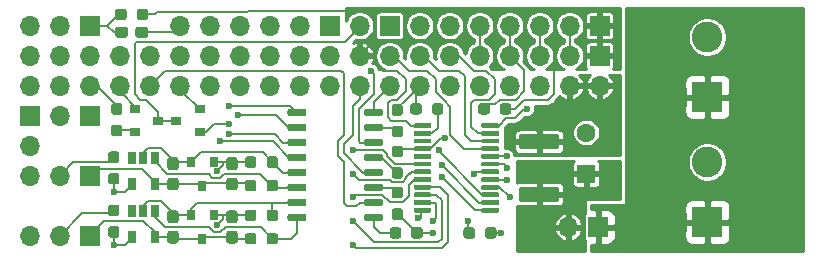
<source format=gbl>
G04 #@! TF.GenerationSoftware,KiCad,Pcbnew,5.1.5+dfsg1-2build2*
G04 #@! TF.CreationDate,2021-01-26T14:35:44+01:00*
G04 #@! TF.ProjectId,PiStackMon,50695374-6163-46b4-9d6f-6e2e6b696361,rev?*
G04 #@! TF.SameCoordinates,Original*
G04 #@! TF.FileFunction,Copper,L2,Bot*
G04 #@! TF.FilePolarity,Positive*
%FSLAX46Y46*%
G04 Gerber Fmt 4.6, Leading zero omitted, Abs format (unit mm)*
G04 Created by KiCad (PCBNEW 5.1.5+dfsg1-2build2) date 2021-01-26 14:35:44*
%MOMM*%
%LPD*%
G04 APERTURE LIST*
%ADD10C,2.600000*%
%ADD11R,2.600000X2.600000*%
%ADD12R,0.900000X0.800000*%
%ADD13O,1.700000X1.700000*%
%ADD14R,1.700000X1.700000*%
%ADD15C,0.150000*%
%ADD16R,0.800000X0.900000*%
%ADD17R,0.650000X1.060000*%
%ADD18C,1.600000*%
%ADD19R,1.600000X1.600000*%
%ADD20C,0.600000*%
%ADD21C,0.900000*%
%ADD22C,0.200000*%
%ADD23C,0.254000*%
G04 APERTURE END LIST*
D10*
X269750000Y-153920000D03*
D11*
X269750000Y-159000000D03*
D10*
X269750000Y-164500000D03*
D11*
X269750000Y-169580000D03*
D12*
X224750000Y-161000000D03*
X226750000Y-161950000D03*
X226750000Y-160050000D03*
D13*
X240310000Y-152960000D03*
D14*
X242850000Y-152960000D03*
G04 #@! TA.AperFunction,SMDPad,CuDef*
D15*
G36*
X220010779Y-161338644D02*
G01*
X220033834Y-161342063D01*
X220056443Y-161347727D01*
X220078387Y-161355579D01*
X220099457Y-161365544D01*
X220119448Y-161377526D01*
X220138168Y-161391410D01*
X220155438Y-161407062D01*
X220171090Y-161424332D01*
X220184974Y-161443052D01*
X220196956Y-161463043D01*
X220206921Y-161484113D01*
X220214773Y-161506057D01*
X220220437Y-161528666D01*
X220223856Y-161551721D01*
X220225000Y-161575000D01*
X220225000Y-162075000D01*
X220223856Y-162098279D01*
X220220437Y-162121334D01*
X220214773Y-162143943D01*
X220206921Y-162165887D01*
X220196956Y-162186957D01*
X220184974Y-162206948D01*
X220171090Y-162225668D01*
X220155438Y-162242938D01*
X220138168Y-162258590D01*
X220119448Y-162272474D01*
X220099457Y-162284456D01*
X220078387Y-162294421D01*
X220056443Y-162302273D01*
X220033834Y-162307937D01*
X220010779Y-162311356D01*
X219987500Y-162312500D01*
X219512500Y-162312500D01*
X219489221Y-162311356D01*
X219466166Y-162307937D01*
X219443557Y-162302273D01*
X219421613Y-162294421D01*
X219400543Y-162284456D01*
X219380552Y-162272474D01*
X219361832Y-162258590D01*
X219344562Y-162242938D01*
X219328910Y-162225668D01*
X219315026Y-162206948D01*
X219303044Y-162186957D01*
X219293079Y-162165887D01*
X219285227Y-162143943D01*
X219279563Y-162121334D01*
X219276144Y-162098279D01*
X219275000Y-162075000D01*
X219275000Y-161575000D01*
X219276144Y-161551721D01*
X219279563Y-161528666D01*
X219285227Y-161506057D01*
X219293079Y-161484113D01*
X219303044Y-161463043D01*
X219315026Y-161443052D01*
X219328910Y-161424332D01*
X219344562Y-161407062D01*
X219361832Y-161391410D01*
X219380552Y-161377526D01*
X219400543Y-161365544D01*
X219421613Y-161355579D01*
X219443557Y-161347727D01*
X219466166Y-161342063D01*
X219489221Y-161338644D01*
X219512500Y-161337500D01*
X219987500Y-161337500D01*
X220010779Y-161338644D01*
G37*
G04 #@! TD.AperFunction*
G04 #@! TA.AperFunction,SMDPad,CuDef*
G36*
X220010779Y-159513644D02*
G01*
X220033834Y-159517063D01*
X220056443Y-159522727D01*
X220078387Y-159530579D01*
X220099457Y-159540544D01*
X220119448Y-159552526D01*
X220138168Y-159566410D01*
X220155438Y-159582062D01*
X220171090Y-159599332D01*
X220184974Y-159618052D01*
X220196956Y-159638043D01*
X220206921Y-159659113D01*
X220214773Y-159681057D01*
X220220437Y-159703666D01*
X220223856Y-159726721D01*
X220225000Y-159750000D01*
X220225000Y-160250000D01*
X220223856Y-160273279D01*
X220220437Y-160296334D01*
X220214773Y-160318943D01*
X220206921Y-160340887D01*
X220196956Y-160361957D01*
X220184974Y-160381948D01*
X220171090Y-160400668D01*
X220155438Y-160417938D01*
X220138168Y-160433590D01*
X220119448Y-160447474D01*
X220099457Y-160459456D01*
X220078387Y-160469421D01*
X220056443Y-160477273D01*
X220033834Y-160482937D01*
X220010779Y-160486356D01*
X219987500Y-160487500D01*
X219512500Y-160487500D01*
X219489221Y-160486356D01*
X219466166Y-160482937D01*
X219443557Y-160477273D01*
X219421613Y-160469421D01*
X219400543Y-160459456D01*
X219380552Y-160447474D01*
X219361832Y-160433590D01*
X219344562Y-160417938D01*
X219328910Y-160400668D01*
X219315026Y-160381948D01*
X219303044Y-160361957D01*
X219293079Y-160340887D01*
X219285227Y-160318943D01*
X219279563Y-160296334D01*
X219276144Y-160273279D01*
X219275000Y-160250000D01*
X219275000Y-159750000D01*
X219276144Y-159726721D01*
X219279563Y-159703666D01*
X219285227Y-159681057D01*
X219293079Y-159659113D01*
X219303044Y-159638043D01*
X219315026Y-159618052D01*
X219328910Y-159599332D01*
X219344562Y-159582062D01*
X219361832Y-159566410D01*
X219380552Y-159552526D01*
X219400543Y-159540544D01*
X219421613Y-159530579D01*
X219443557Y-159522727D01*
X219466166Y-159517063D01*
X219489221Y-159513644D01*
X219512500Y-159512500D01*
X219987500Y-159512500D01*
X220010779Y-159513644D01*
G37*
G04 #@! TD.AperFunction*
D12*
X223250000Y-161000000D03*
X221250000Y-160050000D03*
X221250000Y-161950000D03*
D13*
X212370000Y-152960000D03*
X214910000Y-152960000D03*
D14*
X217450000Y-152960000D03*
D16*
X227000000Y-166500000D03*
X227950000Y-164500000D03*
X226050000Y-164500000D03*
G04 #@! TA.AperFunction,SMDPad,CuDef*
D15*
G36*
X219760779Y-165426144D02*
G01*
X219783834Y-165429563D01*
X219806443Y-165435227D01*
X219828387Y-165443079D01*
X219849457Y-165453044D01*
X219869448Y-165465026D01*
X219888168Y-165478910D01*
X219905438Y-165494562D01*
X219921090Y-165511832D01*
X219934974Y-165530552D01*
X219946956Y-165550543D01*
X219956921Y-165571613D01*
X219964773Y-165593557D01*
X219970437Y-165616166D01*
X219973856Y-165639221D01*
X219975000Y-165662500D01*
X219975000Y-166162500D01*
X219973856Y-166185779D01*
X219970437Y-166208834D01*
X219964773Y-166231443D01*
X219956921Y-166253387D01*
X219946956Y-166274457D01*
X219934974Y-166294448D01*
X219921090Y-166313168D01*
X219905438Y-166330438D01*
X219888168Y-166346090D01*
X219869448Y-166359974D01*
X219849457Y-166371956D01*
X219828387Y-166381921D01*
X219806443Y-166389773D01*
X219783834Y-166395437D01*
X219760779Y-166398856D01*
X219737500Y-166400000D01*
X219262500Y-166400000D01*
X219239221Y-166398856D01*
X219216166Y-166395437D01*
X219193557Y-166389773D01*
X219171613Y-166381921D01*
X219150543Y-166371956D01*
X219130552Y-166359974D01*
X219111832Y-166346090D01*
X219094562Y-166330438D01*
X219078910Y-166313168D01*
X219065026Y-166294448D01*
X219053044Y-166274457D01*
X219043079Y-166253387D01*
X219035227Y-166231443D01*
X219029563Y-166208834D01*
X219026144Y-166185779D01*
X219025000Y-166162500D01*
X219025000Y-165662500D01*
X219026144Y-165639221D01*
X219029563Y-165616166D01*
X219035227Y-165593557D01*
X219043079Y-165571613D01*
X219053044Y-165550543D01*
X219065026Y-165530552D01*
X219078910Y-165511832D01*
X219094562Y-165494562D01*
X219111832Y-165478910D01*
X219130552Y-165465026D01*
X219150543Y-165453044D01*
X219171613Y-165443079D01*
X219193557Y-165435227D01*
X219216166Y-165429563D01*
X219239221Y-165426144D01*
X219262500Y-165425000D01*
X219737500Y-165425000D01*
X219760779Y-165426144D01*
G37*
G04 #@! TD.AperFunction*
G04 #@! TA.AperFunction,SMDPad,CuDef*
G36*
X219760779Y-163601144D02*
G01*
X219783834Y-163604563D01*
X219806443Y-163610227D01*
X219828387Y-163618079D01*
X219849457Y-163628044D01*
X219869448Y-163640026D01*
X219888168Y-163653910D01*
X219905438Y-163669562D01*
X219921090Y-163686832D01*
X219934974Y-163705552D01*
X219946956Y-163725543D01*
X219956921Y-163746613D01*
X219964773Y-163768557D01*
X219970437Y-163791166D01*
X219973856Y-163814221D01*
X219975000Y-163837500D01*
X219975000Y-164337500D01*
X219973856Y-164360779D01*
X219970437Y-164383834D01*
X219964773Y-164406443D01*
X219956921Y-164428387D01*
X219946956Y-164449457D01*
X219934974Y-164469448D01*
X219921090Y-164488168D01*
X219905438Y-164505438D01*
X219888168Y-164521090D01*
X219869448Y-164534974D01*
X219849457Y-164546956D01*
X219828387Y-164556921D01*
X219806443Y-164564773D01*
X219783834Y-164570437D01*
X219760779Y-164573856D01*
X219737500Y-164575000D01*
X219262500Y-164575000D01*
X219239221Y-164573856D01*
X219216166Y-164570437D01*
X219193557Y-164564773D01*
X219171613Y-164556921D01*
X219150543Y-164546956D01*
X219130552Y-164534974D01*
X219111832Y-164521090D01*
X219094562Y-164505438D01*
X219078910Y-164488168D01*
X219065026Y-164469448D01*
X219053044Y-164449457D01*
X219043079Y-164428387D01*
X219035227Y-164406443D01*
X219029563Y-164383834D01*
X219026144Y-164360779D01*
X219025000Y-164337500D01*
X219025000Y-163837500D01*
X219026144Y-163814221D01*
X219029563Y-163791166D01*
X219035227Y-163768557D01*
X219043079Y-163746613D01*
X219053044Y-163725543D01*
X219065026Y-163705552D01*
X219078910Y-163686832D01*
X219094562Y-163669562D01*
X219111832Y-163653910D01*
X219130552Y-163640026D01*
X219150543Y-163628044D01*
X219171613Y-163618079D01*
X219193557Y-163610227D01*
X219216166Y-163604563D01*
X219239221Y-163601144D01*
X219262500Y-163600000D01*
X219737500Y-163600000D01*
X219760779Y-163601144D01*
G37*
G04 #@! TD.AperFunction*
G04 #@! TA.AperFunction,SMDPad,CuDef*
G36*
X251110779Y-159526144D02*
G01*
X251133834Y-159529563D01*
X251156443Y-159535227D01*
X251178387Y-159543079D01*
X251199457Y-159553044D01*
X251219448Y-159565026D01*
X251238168Y-159578910D01*
X251255438Y-159594562D01*
X251271090Y-159611832D01*
X251284974Y-159630552D01*
X251296956Y-159650543D01*
X251306921Y-159671613D01*
X251314773Y-159693557D01*
X251320437Y-159716166D01*
X251323856Y-159739221D01*
X251325000Y-159762500D01*
X251325000Y-160237500D01*
X251323856Y-160260779D01*
X251320437Y-160283834D01*
X251314773Y-160306443D01*
X251306921Y-160328387D01*
X251296956Y-160349457D01*
X251284974Y-160369448D01*
X251271090Y-160388168D01*
X251255438Y-160405438D01*
X251238168Y-160421090D01*
X251219448Y-160434974D01*
X251199457Y-160446956D01*
X251178387Y-160456921D01*
X251156443Y-160464773D01*
X251133834Y-160470437D01*
X251110779Y-160473856D01*
X251087500Y-160475000D01*
X250587500Y-160475000D01*
X250564221Y-160473856D01*
X250541166Y-160470437D01*
X250518557Y-160464773D01*
X250496613Y-160456921D01*
X250475543Y-160446956D01*
X250455552Y-160434974D01*
X250436832Y-160421090D01*
X250419562Y-160405438D01*
X250403910Y-160388168D01*
X250390026Y-160369448D01*
X250378044Y-160349457D01*
X250368079Y-160328387D01*
X250360227Y-160306443D01*
X250354563Y-160283834D01*
X250351144Y-160260779D01*
X250350000Y-160237500D01*
X250350000Y-159762500D01*
X250351144Y-159739221D01*
X250354563Y-159716166D01*
X250360227Y-159693557D01*
X250368079Y-159671613D01*
X250378044Y-159650543D01*
X250390026Y-159630552D01*
X250403910Y-159611832D01*
X250419562Y-159594562D01*
X250436832Y-159578910D01*
X250455552Y-159565026D01*
X250475543Y-159553044D01*
X250496613Y-159543079D01*
X250518557Y-159535227D01*
X250541166Y-159529563D01*
X250564221Y-159526144D01*
X250587500Y-159525000D01*
X251087500Y-159525000D01*
X251110779Y-159526144D01*
G37*
G04 #@! TD.AperFunction*
G04 #@! TA.AperFunction,SMDPad,CuDef*
G36*
X252935779Y-159526144D02*
G01*
X252958834Y-159529563D01*
X252981443Y-159535227D01*
X253003387Y-159543079D01*
X253024457Y-159553044D01*
X253044448Y-159565026D01*
X253063168Y-159578910D01*
X253080438Y-159594562D01*
X253096090Y-159611832D01*
X253109974Y-159630552D01*
X253121956Y-159650543D01*
X253131921Y-159671613D01*
X253139773Y-159693557D01*
X253145437Y-159716166D01*
X253148856Y-159739221D01*
X253150000Y-159762500D01*
X253150000Y-160237500D01*
X253148856Y-160260779D01*
X253145437Y-160283834D01*
X253139773Y-160306443D01*
X253131921Y-160328387D01*
X253121956Y-160349457D01*
X253109974Y-160369448D01*
X253096090Y-160388168D01*
X253080438Y-160405438D01*
X253063168Y-160421090D01*
X253044448Y-160434974D01*
X253024457Y-160446956D01*
X253003387Y-160456921D01*
X252981443Y-160464773D01*
X252958834Y-160470437D01*
X252935779Y-160473856D01*
X252912500Y-160475000D01*
X252412500Y-160475000D01*
X252389221Y-160473856D01*
X252366166Y-160470437D01*
X252343557Y-160464773D01*
X252321613Y-160456921D01*
X252300543Y-160446956D01*
X252280552Y-160434974D01*
X252261832Y-160421090D01*
X252244562Y-160405438D01*
X252228910Y-160388168D01*
X252215026Y-160369448D01*
X252203044Y-160349457D01*
X252193079Y-160328387D01*
X252185227Y-160306443D01*
X252179563Y-160283834D01*
X252176144Y-160260779D01*
X252175000Y-160237500D01*
X252175000Y-159762500D01*
X252176144Y-159739221D01*
X252179563Y-159716166D01*
X252185227Y-159693557D01*
X252193079Y-159671613D01*
X252203044Y-159650543D01*
X252215026Y-159630552D01*
X252228910Y-159611832D01*
X252244562Y-159594562D01*
X252261832Y-159578910D01*
X252280552Y-159565026D01*
X252300543Y-159553044D01*
X252321613Y-159543079D01*
X252343557Y-159535227D01*
X252366166Y-159529563D01*
X252389221Y-159526144D01*
X252412500Y-159525000D01*
X252912500Y-159525000D01*
X252935779Y-159526144D01*
G37*
G04 #@! TD.AperFunction*
G04 #@! TA.AperFunction,SMDPad,CuDef*
G36*
X246284802Y-161225482D02*
G01*
X246294509Y-161226921D01*
X246304028Y-161229306D01*
X246313268Y-161232612D01*
X246322140Y-161236808D01*
X246330557Y-161241853D01*
X246338439Y-161247699D01*
X246345711Y-161254289D01*
X246352301Y-161261561D01*
X246358147Y-161269443D01*
X246363192Y-161277860D01*
X246367388Y-161286732D01*
X246370694Y-161295972D01*
X246373079Y-161305491D01*
X246374518Y-161315198D01*
X246375000Y-161325000D01*
X246375000Y-161525000D01*
X246374518Y-161534802D01*
X246373079Y-161544509D01*
X246370694Y-161554028D01*
X246367388Y-161563268D01*
X246363192Y-161572140D01*
X246358147Y-161580557D01*
X246352301Y-161588439D01*
X246345711Y-161595711D01*
X246338439Y-161602301D01*
X246330557Y-161608147D01*
X246322140Y-161613192D01*
X246313268Y-161617388D01*
X246304028Y-161620694D01*
X246294509Y-161623079D01*
X246284802Y-161624518D01*
X246275000Y-161625000D01*
X245000000Y-161625000D01*
X244990198Y-161624518D01*
X244980491Y-161623079D01*
X244970972Y-161620694D01*
X244961732Y-161617388D01*
X244952860Y-161613192D01*
X244944443Y-161608147D01*
X244936561Y-161602301D01*
X244929289Y-161595711D01*
X244922699Y-161588439D01*
X244916853Y-161580557D01*
X244911808Y-161572140D01*
X244907612Y-161563268D01*
X244904306Y-161554028D01*
X244901921Y-161544509D01*
X244900482Y-161534802D01*
X244900000Y-161525000D01*
X244900000Y-161325000D01*
X244900482Y-161315198D01*
X244901921Y-161305491D01*
X244904306Y-161295972D01*
X244907612Y-161286732D01*
X244911808Y-161277860D01*
X244916853Y-161269443D01*
X244922699Y-161261561D01*
X244929289Y-161254289D01*
X244936561Y-161247699D01*
X244944443Y-161241853D01*
X244952860Y-161236808D01*
X244961732Y-161232612D01*
X244970972Y-161229306D01*
X244980491Y-161226921D01*
X244990198Y-161225482D01*
X245000000Y-161225000D01*
X246275000Y-161225000D01*
X246284802Y-161225482D01*
G37*
G04 #@! TD.AperFunction*
G04 #@! TA.AperFunction,SMDPad,CuDef*
G36*
X246284802Y-161875482D02*
G01*
X246294509Y-161876921D01*
X246304028Y-161879306D01*
X246313268Y-161882612D01*
X246322140Y-161886808D01*
X246330557Y-161891853D01*
X246338439Y-161897699D01*
X246345711Y-161904289D01*
X246352301Y-161911561D01*
X246358147Y-161919443D01*
X246363192Y-161927860D01*
X246367388Y-161936732D01*
X246370694Y-161945972D01*
X246373079Y-161955491D01*
X246374518Y-161965198D01*
X246375000Y-161975000D01*
X246375000Y-162175000D01*
X246374518Y-162184802D01*
X246373079Y-162194509D01*
X246370694Y-162204028D01*
X246367388Y-162213268D01*
X246363192Y-162222140D01*
X246358147Y-162230557D01*
X246352301Y-162238439D01*
X246345711Y-162245711D01*
X246338439Y-162252301D01*
X246330557Y-162258147D01*
X246322140Y-162263192D01*
X246313268Y-162267388D01*
X246304028Y-162270694D01*
X246294509Y-162273079D01*
X246284802Y-162274518D01*
X246275000Y-162275000D01*
X245000000Y-162275000D01*
X244990198Y-162274518D01*
X244980491Y-162273079D01*
X244970972Y-162270694D01*
X244961732Y-162267388D01*
X244952860Y-162263192D01*
X244944443Y-162258147D01*
X244936561Y-162252301D01*
X244929289Y-162245711D01*
X244922699Y-162238439D01*
X244916853Y-162230557D01*
X244911808Y-162222140D01*
X244907612Y-162213268D01*
X244904306Y-162204028D01*
X244901921Y-162194509D01*
X244900482Y-162184802D01*
X244900000Y-162175000D01*
X244900000Y-161975000D01*
X244900482Y-161965198D01*
X244901921Y-161955491D01*
X244904306Y-161945972D01*
X244907612Y-161936732D01*
X244911808Y-161927860D01*
X244916853Y-161919443D01*
X244922699Y-161911561D01*
X244929289Y-161904289D01*
X244936561Y-161897699D01*
X244944443Y-161891853D01*
X244952860Y-161886808D01*
X244961732Y-161882612D01*
X244970972Y-161879306D01*
X244980491Y-161876921D01*
X244990198Y-161875482D01*
X245000000Y-161875000D01*
X246275000Y-161875000D01*
X246284802Y-161875482D01*
G37*
G04 #@! TD.AperFunction*
G04 #@! TA.AperFunction,SMDPad,CuDef*
G36*
X246284802Y-162525482D02*
G01*
X246294509Y-162526921D01*
X246304028Y-162529306D01*
X246313268Y-162532612D01*
X246322140Y-162536808D01*
X246330557Y-162541853D01*
X246338439Y-162547699D01*
X246345711Y-162554289D01*
X246352301Y-162561561D01*
X246358147Y-162569443D01*
X246363192Y-162577860D01*
X246367388Y-162586732D01*
X246370694Y-162595972D01*
X246373079Y-162605491D01*
X246374518Y-162615198D01*
X246375000Y-162625000D01*
X246375000Y-162825000D01*
X246374518Y-162834802D01*
X246373079Y-162844509D01*
X246370694Y-162854028D01*
X246367388Y-162863268D01*
X246363192Y-162872140D01*
X246358147Y-162880557D01*
X246352301Y-162888439D01*
X246345711Y-162895711D01*
X246338439Y-162902301D01*
X246330557Y-162908147D01*
X246322140Y-162913192D01*
X246313268Y-162917388D01*
X246304028Y-162920694D01*
X246294509Y-162923079D01*
X246284802Y-162924518D01*
X246275000Y-162925000D01*
X245000000Y-162925000D01*
X244990198Y-162924518D01*
X244980491Y-162923079D01*
X244970972Y-162920694D01*
X244961732Y-162917388D01*
X244952860Y-162913192D01*
X244944443Y-162908147D01*
X244936561Y-162902301D01*
X244929289Y-162895711D01*
X244922699Y-162888439D01*
X244916853Y-162880557D01*
X244911808Y-162872140D01*
X244907612Y-162863268D01*
X244904306Y-162854028D01*
X244901921Y-162844509D01*
X244900482Y-162834802D01*
X244900000Y-162825000D01*
X244900000Y-162625000D01*
X244900482Y-162615198D01*
X244901921Y-162605491D01*
X244904306Y-162595972D01*
X244907612Y-162586732D01*
X244911808Y-162577860D01*
X244916853Y-162569443D01*
X244922699Y-162561561D01*
X244929289Y-162554289D01*
X244936561Y-162547699D01*
X244944443Y-162541853D01*
X244952860Y-162536808D01*
X244961732Y-162532612D01*
X244970972Y-162529306D01*
X244980491Y-162526921D01*
X244990198Y-162525482D01*
X245000000Y-162525000D01*
X246275000Y-162525000D01*
X246284802Y-162525482D01*
G37*
G04 #@! TD.AperFunction*
G04 #@! TA.AperFunction,SMDPad,CuDef*
G36*
X246284802Y-163175482D02*
G01*
X246294509Y-163176921D01*
X246304028Y-163179306D01*
X246313268Y-163182612D01*
X246322140Y-163186808D01*
X246330557Y-163191853D01*
X246338439Y-163197699D01*
X246345711Y-163204289D01*
X246352301Y-163211561D01*
X246358147Y-163219443D01*
X246363192Y-163227860D01*
X246367388Y-163236732D01*
X246370694Y-163245972D01*
X246373079Y-163255491D01*
X246374518Y-163265198D01*
X246375000Y-163275000D01*
X246375000Y-163475000D01*
X246374518Y-163484802D01*
X246373079Y-163494509D01*
X246370694Y-163504028D01*
X246367388Y-163513268D01*
X246363192Y-163522140D01*
X246358147Y-163530557D01*
X246352301Y-163538439D01*
X246345711Y-163545711D01*
X246338439Y-163552301D01*
X246330557Y-163558147D01*
X246322140Y-163563192D01*
X246313268Y-163567388D01*
X246304028Y-163570694D01*
X246294509Y-163573079D01*
X246284802Y-163574518D01*
X246275000Y-163575000D01*
X245000000Y-163575000D01*
X244990198Y-163574518D01*
X244980491Y-163573079D01*
X244970972Y-163570694D01*
X244961732Y-163567388D01*
X244952860Y-163563192D01*
X244944443Y-163558147D01*
X244936561Y-163552301D01*
X244929289Y-163545711D01*
X244922699Y-163538439D01*
X244916853Y-163530557D01*
X244911808Y-163522140D01*
X244907612Y-163513268D01*
X244904306Y-163504028D01*
X244901921Y-163494509D01*
X244900482Y-163484802D01*
X244900000Y-163475000D01*
X244900000Y-163275000D01*
X244900482Y-163265198D01*
X244901921Y-163255491D01*
X244904306Y-163245972D01*
X244907612Y-163236732D01*
X244911808Y-163227860D01*
X244916853Y-163219443D01*
X244922699Y-163211561D01*
X244929289Y-163204289D01*
X244936561Y-163197699D01*
X244944443Y-163191853D01*
X244952860Y-163186808D01*
X244961732Y-163182612D01*
X244970972Y-163179306D01*
X244980491Y-163176921D01*
X244990198Y-163175482D01*
X245000000Y-163175000D01*
X246275000Y-163175000D01*
X246284802Y-163175482D01*
G37*
G04 #@! TD.AperFunction*
G04 #@! TA.AperFunction,SMDPad,CuDef*
G36*
X246284802Y-163825482D02*
G01*
X246294509Y-163826921D01*
X246304028Y-163829306D01*
X246313268Y-163832612D01*
X246322140Y-163836808D01*
X246330557Y-163841853D01*
X246338439Y-163847699D01*
X246345711Y-163854289D01*
X246352301Y-163861561D01*
X246358147Y-163869443D01*
X246363192Y-163877860D01*
X246367388Y-163886732D01*
X246370694Y-163895972D01*
X246373079Y-163905491D01*
X246374518Y-163915198D01*
X246375000Y-163925000D01*
X246375000Y-164125000D01*
X246374518Y-164134802D01*
X246373079Y-164144509D01*
X246370694Y-164154028D01*
X246367388Y-164163268D01*
X246363192Y-164172140D01*
X246358147Y-164180557D01*
X246352301Y-164188439D01*
X246345711Y-164195711D01*
X246338439Y-164202301D01*
X246330557Y-164208147D01*
X246322140Y-164213192D01*
X246313268Y-164217388D01*
X246304028Y-164220694D01*
X246294509Y-164223079D01*
X246284802Y-164224518D01*
X246275000Y-164225000D01*
X245000000Y-164225000D01*
X244990198Y-164224518D01*
X244980491Y-164223079D01*
X244970972Y-164220694D01*
X244961732Y-164217388D01*
X244952860Y-164213192D01*
X244944443Y-164208147D01*
X244936561Y-164202301D01*
X244929289Y-164195711D01*
X244922699Y-164188439D01*
X244916853Y-164180557D01*
X244911808Y-164172140D01*
X244907612Y-164163268D01*
X244904306Y-164154028D01*
X244901921Y-164144509D01*
X244900482Y-164134802D01*
X244900000Y-164125000D01*
X244900000Y-163925000D01*
X244900482Y-163915198D01*
X244901921Y-163905491D01*
X244904306Y-163895972D01*
X244907612Y-163886732D01*
X244911808Y-163877860D01*
X244916853Y-163869443D01*
X244922699Y-163861561D01*
X244929289Y-163854289D01*
X244936561Y-163847699D01*
X244944443Y-163841853D01*
X244952860Y-163836808D01*
X244961732Y-163832612D01*
X244970972Y-163829306D01*
X244980491Y-163826921D01*
X244990198Y-163825482D01*
X245000000Y-163825000D01*
X246275000Y-163825000D01*
X246284802Y-163825482D01*
G37*
G04 #@! TD.AperFunction*
G04 #@! TA.AperFunction,SMDPad,CuDef*
G36*
X246284802Y-164475482D02*
G01*
X246294509Y-164476921D01*
X246304028Y-164479306D01*
X246313268Y-164482612D01*
X246322140Y-164486808D01*
X246330557Y-164491853D01*
X246338439Y-164497699D01*
X246345711Y-164504289D01*
X246352301Y-164511561D01*
X246358147Y-164519443D01*
X246363192Y-164527860D01*
X246367388Y-164536732D01*
X246370694Y-164545972D01*
X246373079Y-164555491D01*
X246374518Y-164565198D01*
X246375000Y-164575000D01*
X246375000Y-164775000D01*
X246374518Y-164784802D01*
X246373079Y-164794509D01*
X246370694Y-164804028D01*
X246367388Y-164813268D01*
X246363192Y-164822140D01*
X246358147Y-164830557D01*
X246352301Y-164838439D01*
X246345711Y-164845711D01*
X246338439Y-164852301D01*
X246330557Y-164858147D01*
X246322140Y-164863192D01*
X246313268Y-164867388D01*
X246304028Y-164870694D01*
X246294509Y-164873079D01*
X246284802Y-164874518D01*
X246275000Y-164875000D01*
X245000000Y-164875000D01*
X244990198Y-164874518D01*
X244980491Y-164873079D01*
X244970972Y-164870694D01*
X244961732Y-164867388D01*
X244952860Y-164863192D01*
X244944443Y-164858147D01*
X244936561Y-164852301D01*
X244929289Y-164845711D01*
X244922699Y-164838439D01*
X244916853Y-164830557D01*
X244911808Y-164822140D01*
X244907612Y-164813268D01*
X244904306Y-164804028D01*
X244901921Y-164794509D01*
X244900482Y-164784802D01*
X244900000Y-164775000D01*
X244900000Y-164575000D01*
X244900482Y-164565198D01*
X244901921Y-164555491D01*
X244904306Y-164545972D01*
X244907612Y-164536732D01*
X244911808Y-164527860D01*
X244916853Y-164519443D01*
X244922699Y-164511561D01*
X244929289Y-164504289D01*
X244936561Y-164497699D01*
X244944443Y-164491853D01*
X244952860Y-164486808D01*
X244961732Y-164482612D01*
X244970972Y-164479306D01*
X244980491Y-164476921D01*
X244990198Y-164475482D01*
X245000000Y-164475000D01*
X246275000Y-164475000D01*
X246284802Y-164475482D01*
G37*
G04 #@! TD.AperFunction*
G04 #@! TA.AperFunction,SMDPad,CuDef*
G36*
X246284802Y-165125482D02*
G01*
X246294509Y-165126921D01*
X246304028Y-165129306D01*
X246313268Y-165132612D01*
X246322140Y-165136808D01*
X246330557Y-165141853D01*
X246338439Y-165147699D01*
X246345711Y-165154289D01*
X246352301Y-165161561D01*
X246358147Y-165169443D01*
X246363192Y-165177860D01*
X246367388Y-165186732D01*
X246370694Y-165195972D01*
X246373079Y-165205491D01*
X246374518Y-165215198D01*
X246375000Y-165225000D01*
X246375000Y-165425000D01*
X246374518Y-165434802D01*
X246373079Y-165444509D01*
X246370694Y-165454028D01*
X246367388Y-165463268D01*
X246363192Y-165472140D01*
X246358147Y-165480557D01*
X246352301Y-165488439D01*
X246345711Y-165495711D01*
X246338439Y-165502301D01*
X246330557Y-165508147D01*
X246322140Y-165513192D01*
X246313268Y-165517388D01*
X246304028Y-165520694D01*
X246294509Y-165523079D01*
X246284802Y-165524518D01*
X246275000Y-165525000D01*
X245000000Y-165525000D01*
X244990198Y-165524518D01*
X244980491Y-165523079D01*
X244970972Y-165520694D01*
X244961732Y-165517388D01*
X244952860Y-165513192D01*
X244944443Y-165508147D01*
X244936561Y-165502301D01*
X244929289Y-165495711D01*
X244922699Y-165488439D01*
X244916853Y-165480557D01*
X244911808Y-165472140D01*
X244907612Y-165463268D01*
X244904306Y-165454028D01*
X244901921Y-165444509D01*
X244900482Y-165434802D01*
X244900000Y-165425000D01*
X244900000Y-165225000D01*
X244900482Y-165215198D01*
X244901921Y-165205491D01*
X244904306Y-165195972D01*
X244907612Y-165186732D01*
X244911808Y-165177860D01*
X244916853Y-165169443D01*
X244922699Y-165161561D01*
X244929289Y-165154289D01*
X244936561Y-165147699D01*
X244944443Y-165141853D01*
X244952860Y-165136808D01*
X244961732Y-165132612D01*
X244970972Y-165129306D01*
X244980491Y-165126921D01*
X244990198Y-165125482D01*
X245000000Y-165125000D01*
X246275000Y-165125000D01*
X246284802Y-165125482D01*
G37*
G04 #@! TD.AperFunction*
G04 #@! TA.AperFunction,SMDPad,CuDef*
G36*
X246284802Y-165775482D02*
G01*
X246294509Y-165776921D01*
X246304028Y-165779306D01*
X246313268Y-165782612D01*
X246322140Y-165786808D01*
X246330557Y-165791853D01*
X246338439Y-165797699D01*
X246345711Y-165804289D01*
X246352301Y-165811561D01*
X246358147Y-165819443D01*
X246363192Y-165827860D01*
X246367388Y-165836732D01*
X246370694Y-165845972D01*
X246373079Y-165855491D01*
X246374518Y-165865198D01*
X246375000Y-165875000D01*
X246375000Y-166075000D01*
X246374518Y-166084802D01*
X246373079Y-166094509D01*
X246370694Y-166104028D01*
X246367388Y-166113268D01*
X246363192Y-166122140D01*
X246358147Y-166130557D01*
X246352301Y-166138439D01*
X246345711Y-166145711D01*
X246338439Y-166152301D01*
X246330557Y-166158147D01*
X246322140Y-166163192D01*
X246313268Y-166167388D01*
X246304028Y-166170694D01*
X246294509Y-166173079D01*
X246284802Y-166174518D01*
X246275000Y-166175000D01*
X245000000Y-166175000D01*
X244990198Y-166174518D01*
X244980491Y-166173079D01*
X244970972Y-166170694D01*
X244961732Y-166167388D01*
X244952860Y-166163192D01*
X244944443Y-166158147D01*
X244936561Y-166152301D01*
X244929289Y-166145711D01*
X244922699Y-166138439D01*
X244916853Y-166130557D01*
X244911808Y-166122140D01*
X244907612Y-166113268D01*
X244904306Y-166104028D01*
X244901921Y-166094509D01*
X244900482Y-166084802D01*
X244900000Y-166075000D01*
X244900000Y-165875000D01*
X244900482Y-165865198D01*
X244901921Y-165855491D01*
X244904306Y-165845972D01*
X244907612Y-165836732D01*
X244911808Y-165827860D01*
X244916853Y-165819443D01*
X244922699Y-165811561D01*
X244929289Y-165804289D01*
X244936561Y-165797699D01*
X244944443Y-165791853D01*
X244952860Y-165786808D01*
X244961732Y-165782612D01*
X244970972Y-165779306D01*
X244980491Y-165776921D01*
X244990198Y-165775482D01*
X245000000Y-165775000D01*
X246275000Y-165775000D01*
X246284802Y-165775482D01*
G37*
G04 #@! TD.AperFunction*
G04 #@! TA.AperFunction,SMDPad,CuDef*
G36*
X246284802Y-166425482D02*
G01*
X246294509Y-166426921D01*
X246304028Y-166429306D01*
X246313268Y-166432612D01*
X246322140Y-166436808D01*
X246330557Y-166441853D01*
X246338439Y-166447699D01*
X246345711Y-166454289D01*
X246352301Y-166461561D01*
X246358147Y-166469443D01*
X246363192Y-166477860D01*
X246367388Y-166486732D01*
X246370694Y-166495972D01*
X246373079Y-166505491D01*
X246374518Y-166515198D01*
X246375000Y-166525000D01*
X246375000Y-166725000D01*
X246374518Y-166734802D01*
X246373079Y-166744509D01*
X246370694Y-166754028D01*
X246367388Y-166763268D01*
X246363192Y-166772140D01*
X246358147Y-166780557D01*
X246352301Y-166788439D01*
X246345711Y-166795711D01*
X246338439Y-166802301D01*
X246330557Y-166808147D01*
X246322140Y-166813192D01*
X246313268Y-166817388D01*
X246304028Y-166820694D01*
X246294509Y-166823079D01*
X246284802Y-166824518D01*
X246275000Y-166825000D01*
X245000000Y-166825000D01*
X244990198Y-166824518D01*
X244980491Y-166823079D01*
X244970972Y-166820694D01*
X244961732Y-166817388D01*
X244952860Y-166813192D01*
X244944443Y-166808147D01*
X244936561Y-166802301D01*
X244929289Y-166795711D01*
X244922699Y-166788439D01*
X244916853Y-166780557D01*
X244911808Y-166772140D01*
X244907612Y-166763268D01*
X244904306Y-166754028D01*
X244901921Y-166744509D01*
X244900482Y-166734802D01*
X244900000Y-166725000D01*
X244900000Y-166525000D01*
X244900482Y-166515198D01*
X244901921Y-166505491D01*
X244904306Y-166495972D01*
X244907612Y-166486732D01*
X244911808Y-166477860D01*
X244916853Y-166469443D01*
X244922699Y-166461561D01*
X244929289Y-166454289D01*
X244936561Y-166447699D01*
X244944443Y-166441853D01*
X244952860Y-166436808D01*
X244961732Y-166432612D01*
X244970972Y-166429306D01*
X244980491Y-166426921D01*
X244990198Y-166425482D01*
X245000000Y-166425000D01*
X246275000Y-166425000D01*
X246284802Y-166425482D01*
G37*
G04 #@! TD.AperFunction*
G04 #@! TA.AperFunction,SMDPad,CuDef*
G36*
X246284802Y-167075482D02*
G01*
X246294509Y-167076921D01*
X246304028Y-167079306D01*
X246313268Y-167082612D01*
X246322140Y-167086808D01*
X246330557Y-167091853D01*
X246338439Y-167097699D01*
X246345711Y-167104289D01*
X246352301Y-167111561D01*
X246358147Y-167119443D01*
X246363192Y-167127860D01*
X246367388Y-167136732D01*
X246370694Y-167145972D01*
X246373079Y-167155491D01*
X246374518Y-167165198D01*
X246375000Y-167175000D01*
X246375000Y-167375000D01*
X246374518Y-167384802D01*
X246373079Y-167394509D01*
X246370694Y-167404028D01*
X246367388Y-167413268D01*
X246363192Y-167422140D01*
X246358147Y-167430557D01*
X246352301Y-167438439D01*
X246345711Y-167445711D01*
X246338439Y-167452301D01*
X246330557Y-167458147D01*
X246322140Y-167463192D01*
X246313268Y-167467388D01*
X246304028Y-167470694D01*
X246294509Y-167473079D01*
X246284802Y-167474518D01*
X246275000Y-167475000D01*
X245000000Y-167475000D01*
X244990198Y-167474518D01*
X244980491Y-167473079D01*
X244970972Y-167470694D01*
X244961732Y-167467388D01*
X244952860Y-167463192D01*
X244944443Y-167458147D01*
X244936561Y-167452301D01*
X244929289Y-167445711D01*
X244922699Y-167438439D01*
X244916853Y-167430557D01*
X244911808Y-167422140D01*
X244907612Y-167413268D01*
X244904306Y-167404028D01*
X244901921Y-167394509D01*
X244900482Y-167384802D01*
X244900000Y-167375000D01*
X244900000Y-167175000D01*
X244900482Y-167165198D01*
X244901921Y-167155491D01*
X244904306Y-167145972D01*
X244907612Y-167136732D01*
X244911808Y-167127860D01*
X244916853Y-167119443D01*
X244922699Y-167111561D01*
X244929289Y-167104289D01*
X244936561Y-167097699D01*
X244944443Y-167091853D01*
X244952860Y-167086808D01*
X244961732Y-167082612D01*
X244970972Y-167079306D01*
X244980491Y-167076921D01*
X244990198Y-167075482D01*
X245000000Y-167075000D01*
X246275000Y-167075000D01*
X246284802Y-167075482D01*
G37*
G04 #@! TD.AperFunction*
G04 #@! TA.AperFunction,SMDPad,CuDef*
G36*
X246284802Y-167725482D02*
G01*
X246294509Y-167726921D01*
X246304028Y-167729306D01*
X246313268Y-167732612D01*
X246322140Y-167736808D01*
X246330557Y-167741853D01*
X246338439Y-167747699D01*
X246345711Y-167754289D01*
X246352301Y-167761561D01*
X246358147Y-167769443D01*
X246363192Y-167777860D01*
X246367388Y-167786732D01*
X246370694Y-167795972D01*
X246373079Y-167805491D01*
X246374518Y-167815198D01*
X246375000Y-167825000D01*
X246375000Y-168025000D01*
X246374518Y-168034802D01*
X246373079Y-168044509D01*
X246370694Y-168054028D01*
X246367388Y-168063268D01*
X246363192Y-168072140D01*
X246358147Y-168080557D01*
X246352301Y-168088439D01*
X246345711Y-168095711D01*
X246338439Y-168102301D01*
X246330557Y-168108147D01*
X246322140Y-168113192D01*
X246313268Y-168117388D01*
X246304028Y-168120694D01*
X246294509Y-168123079D01*
X246284802Y-168124518D01*
X246275000Y-168125000D01*
X245000000Y-168125000D01*
X244990198Y-168124518D01*
X244980491Y-168123079D01*
X244970972Y-168120694D01*
X244961732Y-168117388D01*
X244952860Y-168113192D01*
X244944443Y-168108147D01*
X244936561Y-168102301D01*
X244929289Y-168095711D01*
X244922699Y-168088439D01*
X244916853Y-168080557D01*
X244911808Y-168072140D01*
X244907612Y-168063268D01*
X244904306Y-168054028D01*
X244901921Y-168044509D01*
X244900482Y-168034802D01*
X244900000Y-168025000D01*
X244900000Y-167825000D01*
X244900482Y-167815198D01*
X244901921Y-167805491D01*
X244904306Y-167795972D01*
X244907612Y-167786732D01*
X244911808Y-167777860D01*
X244916853Y-167769443D01*
X244922699Y-167761561D01*
X244929289Y-167754289D01*
X244936561Y-167747699D01*
X244944443Y-167741853D01*
X244952860Y-167736808D01*
X244961732Y-167732612D01*
X244970972Y-167729306D01*
X244980491Y-167726921D01*
X244990198Y-167725482D01*
X245000000Y-167725000D01*
X246275000Y-167725000D01*
X246284802Y-167725482D01*
G37*
G04 #@! TD.AperFunction*
G04 #@! TA.AperFunction,SMDPad,CuDef*
G36*
X246284802Y-168375482D02*
G01*
X246294509Y-168376921D01*
X246304028Y-168379306D01*
X246313268Y-168382612D01*
X246322140Y-168386808D01*
X246330557Y-168391853D01*
X246338439Y-168397699D01*
X246345711Y-168404289D01*
X246352301Y-168411561D01*
X246358147Y-168419443D01*
X246363192Y-168427860D01*
X246367388Y-168436732D01*
X246370694Y-168445972D01*
X246373079Y-168455491D01*
X246374518Y-168465198D01*
X246375000Y-168475000D01*
X246375000Y-168675000D01*
X246374518Y-168684802D01*
X246373079Y-168694509D01*
X246370694Y-168704028D01*
X246367388Y-168713268D01*
X246363192Y-168722140D01*
X246358147Y-168730557D01*
X246352301Y-168738439D01*
X246345711Y-168745711D01*
X246338439Y-168752301D01*
X246330557Y-168758147D01*
X246322140Y-168763192D01*
X246313268Y-168767388D01*
X246304028Y-168770694D01*
X246294509Y-168773079D01*
X246284802Y-168774518D01*
X246275000Y-168775000D01*
X245000000Y-168775000D01*
X244990198Y-168774518D01*
X244980491Y-168773079D01*
X244970972Y-168770694D01*
X244961732Y-168767388D01*
X244952860Y-168763192D01*
X244944443Y-168758147D01*
X244936561Y-168752301D01*
X244929289Y-168745711D01*
X244922699Y-168738439D01*
X244916853Y-168730557D01*
X244911808Y-168722140D01*
X244907612Y-168713268D01*
X244904306Y-168704028D01*
X244901921Y-168694509D01*
X244900482Y-168684802D01*
X244900000Y-168675000D01*
X244900000Y-168475000D01*
X244900482Y-168465198D01*
X244901921Y-168455491D01*
X244904306Y-168445972D01*
X244907612Y-168436732D01*
X244911808Y-168427860D01*
X244916853Y-168419443D01*
X244922699Y-168411561D01*
X244929289Y-168404289D01*
X244936561Y-168397699D01*
X244944443Y-168391853D01*
X244952860Y-168386808D01*
X244961732Y-168382612D01*
X244970972Y-168379306D01*
X244980491Y-168376921D01*
X244990198Y-168375482D01*
X245000000Y-168375000D01*
X246275000Y-168375000D01*
X246284802Y-168375482D01*
G37*
G04 #@! TD.AperFunction*
G04 #@! TA.AperFunction,SMDPad,CuDef*
G36*
X252009802Y-168375482D02*
G01*
X252019509Y-168376921D01*
X252029028Y-168379306D01*
X252038268Y-168382612D01*
X252047140Y-168386808D01*
X252055557Y-168391853D01*
X252063439Y-168397699D01*
X252070711Y-168404289D01*
X252077301Y-168411561D01*
X252083147Y-168419443D01*
X252088192Y-168427860D01*
X252092388Y-168436732D01*
X252095694Y-168445972D01*
X252098079Y-168455491D01*
X252099518Y-168465198D01*
X252100000Y-168475000D01*
X252100000Y-168675000D01*
X252099518Y-168684802D01*
X252098079Y-168694509D01*
X252095694Y-168704028D01*
X252092388Y-168713268D01*
X252088192Y-168722140D01*
X252083147Y-168730557D01*
X252077301Y-168738439D01*
X252070711Y-168745711D01*
X252063439Y-168752301D01*
X252055557Y-168758147D01*
X252047140Y-168763192D01*
X252038268Y-168767388D01*
X252029028Y-168770694D01*
X252019509Y-168773079D01*
X252009802Y-168774518D01*
X252000000Y-168775000D01*
X250725000Y-168775000D01*
X250715198Y-168774518D01*
X250705491Y-168773079D01*
X250695972Y-168770694D01*
X250686732Y-168767388D01*
X250677860Y-168763192D01*
X250669443Y-168758147D01*
X250661561Y-168752301D01*
X250654289Y-168745711D01*
X250647699Y-168738439D01*
X250641853Y-168730557D01*
X250636808Y-168722140D01*
X250632612Y-168713268D01*
X250629306Y-168704028D01*
X250626921Y-168694509D01*
X250625482Y-168684802D01*
X250625000Y-168675000D01*
X250625000Y-168475000D01*
X250625482Y-168465198D01*
X250626921Y-168455491D01*
X250629306Y-168445972D01*
X250632612Y-168436732D01*
X250636808Y-168427860D01*
X250641853Y-168419443D01*
X250647699Y-168411561D01*
X250654289Y-168404289D01*
X250661561Y-168397699D01*
X250669443Y-168391853D01*
X250677860Y-168386808D01*
X250686732Y-168382612D01*
X250695972Y-168379306D01*
X250705491Y-168376921D01*
X250715198Y-168375482D01*
X250725000Y-168375000D01*
X252000000Y-168375000D01*
X252009802Y-168375482D01*
G37*
G04 #@! TD.AperFunction*
G04 #@! TA.AperFunction,SMDPad,CuDef*
G36*
X252009802Y-167725482D02*
G01*
X252019509Y-167726921D01*
X252029028Y-167729306D01*
X252038268Y-167732612D01*
X252047140Y-167736808D01*
X252055557Y-167741853D01*
X252063439Y-167747699D01*
X252070711Y-167754289D01*
X252077301Y-167761561D01*
X252083147Y-167769443D01*
X252088192Y-167777860D01*
X252092388Y-167786732D01*
X252095694Y-167795972D01*
X252098079Y-167805491D01*
X252099518Y-167815198D01*
X252100000Y-167825000D01*
X252100000Y-168025000D01*
X252099518Y-168034802D01*
X252098079Y-168044509D01*
X252095694Y-168054028D01*
X252092388Y-168063268D01*
X252088192Y-168072140D01*
X252083147Y-168080557D01*
X252077301Y-168088439D01*
X252070711Y-168095711D01*
X252063439Y-168102301D01*
X252055557Y-168108147D01*
X252047140Y-168113192D01*
X252038268Y-168117388D01*
X252029028Y-168120694D01*
X252019509Y-168123079D01*
X252009802Y-168124518D01*
X252000000Y-168125000D01*
X250725000Y-168125000D01*
X250715198Y-168124518D01*
X250705491Y-168123079D01*
X250695972Y-168120694D01*
X250686732Y-168117388D01*
X250677860Y-168113192D01*
X250669443Y-168108147D01*
X250661561Y-168102301D01*
X250654289Y-168095711D01*
X250647699Y-168088439D01*
X250641853Y-168080557D01*
X250636808Y-168072140D01*
X250632612Y-168063268D01*
X250629306Y-168054028D01*
X250626921Y-168044509D01*
X250625482Y-168034802D01*
X250625000Y-168025000D01*
X250625000Y-167825000D01*
X250625482Y-167815198D01*
X250626921Y-167805491D01*
X250629306Y-167795972D01*
X250632612Y-167786732D01*
X250636808Y-167777860D01*
X250641853Y-167769443D01*
X250647699Y-167761561D01*
X250654289Y-167754289D01*
X250661561Y-167747699D01*
X250669443Y-167741853D01*
X250677860Y-167736808D01*
X250686732Y-167732612D01*
X250695972Y-167729306D01*
X250705491Y-167726921D01*
X250715198Y-167725482D01*
X250725000Y-167725000D01*
X252000000Y-167725000D01*
X252009802Y-167725482D01*
G37*
G04 #@! TD.AperFunction*
G04 #@! TA.AperFunction,SMDPad,CuDef*
G36*
X252009802Y-167075482D02*
G01*
X252019509Y-167076921D01*
X252029028Y-167079306D01*
X252038268Y-167082612D01*
X252047140Y-167086808D01*
X252055557Y-167091853D01*
X252063439Y-167097699D01*
X252070711Y-167104289D01*
X252077301Y-167111561D01*
X252083147Y-167119443D01*
X252088192Y-167127860D01*
X252092388Y-167136732D01*
X252095694Y-167145972D01*
X252098079Y-167155491D01*
X252099518Y-167165198D01*
X252100000Y-167175000D01*
X252100000Y-167375000D01*
X252099518Y-167384802D01*
X252098079Y-167394509D01*
X252095694Y-167404028D01*
X252092388Y-167413268D01*
X252088192Y-167422140D01*
X252083147Y-167430557D01*
X252077301Y-167438439D01*
X252070711Y-167445711D01*
X252063439Y-167452301D01*
X252055557Y-167458147D01*
X252047140Y-167463192D01*
X252038268Y-167467388D01*
X252029028Y-167470694D01*
X252019509Y-167473079D01*
X252009802Y-167474518D01*
X252000000Y-167475000D01*
X250725000Y-167475000D01*
X250715198Y-167474518D01*
X250705491Y-167473079D01*
X250695972Y-167470694D01*
X250686732Y-167467388D01*
X250677860Y-167463192D01*
X250669443Y-167458147D01*
X250661561Y-167452301D01*
X250654289Y-167445711D01*
X250647699Y-167438439D01*
X250641853Y-167430557D01*
X250636808Y-167422140D01*
X250632612Y-167413268D01*
X250629306Y-167404028D01*
X250626921Y-167394509D01*
X250625482Y-167384802D01*
X250625000Y-167375000D01*
X250625000Y-167175000D01*
X250625482Y-167165198D01*
X250626921Y-167155491D01*
X250629306Y-167145972D01*
X250632612Y-167136732D01*
X250636808Y-167127860D01*
X250641853Y-167119443D01*
X250647699Y-167111561D01*
X250654289Y-167104289D01*
X250661561Y-167097699D01*
X250669443Y-167091853D01*
X250677860Y-167086808D01*
X250686732Y-167082612D01*
X250695972Y-167079306D01*
X250705491Y-167076921D01*
X250715198Y-167075482D01*
X250725000Y-167075000D01*
X252000000Y-167075000D01*
X252009802Y-167075482D01*
G37*
G04 #@! TD.AperFunction*
G04 #@! TA.AperFunction,SMDPad,CuDef*
G36*
X252009802Y-166425482D02*
G01*
X252019509Y-166426921D01*
X252029028Y-166429306D01*
X252038268Y-166432612D01*
X252047140Y-166436808D01*
X252055557Y-166441853D01*
X252063439Y-166447699D01*
X252070711Y-166454289D01*
X252077301Y-166461561D01*
X252083147Y-166469443D01*
X252088192Y-166477860D01*
X252092388Y-166486732D01*
X252095694Y-166495972D01*
X252098079Y-166505491D01*
X252099518Y-166515198D01*
X252100000Y-166525000D01*
X252100000Y-166725000D01*
X252099518Y-166734802D01*
X252098079Y-166744509D01*
X252095694Y-166754028D01*
X252092388Y-166763268D01*
X252088192Y-166772140D01*
X252083147Y-166780557D01*
X252077301Y-166788439D01*
X252070711Y-166795711D01*
X252063439Y-166802301D01*
X252055557Y-166808147D01*
X252047140Y-166813192D01*
X252038268Y-166817388D01*
X252029028Y-166820694D01*
X252019509Y-166823079D01*
X252009802Y-166824518D01*
X252000000Y-166825000D01*
X250725000Y-166825000D01*
X250715198Y-166824518D01*
X250705491Y-166823079D01*
X250695972Y-166820694D01*
X250686732Y-166817388D01*
X250677860Y-166813192D01*
X250669443Y-166808147D01*
X250661561Y-166802301D01*
X250654289Y-166795711D01*
X250647699Y-166788439D01*
X250641853Y-166780557D01*
X250636808Y-166772140D01*
X250632612Y-166763268D01*
X250629306Y-166754028D01*
X250626921Y-166744509D01*
X250625482Y-166734802D01*
X250625000Y-166725000D01*
X250625000Y-166525000D01*
X250625482Y-166515198D01*
X250626921Y-166505491D01*
X250629306Y-166495972D01*
X250632612Y-166486732D01*
X250636808Y-166477860D01*
X250641853Y-166469443D01*
X250647699Y-166461561D01*
X250654289Y-166454289D01*
X250661561Y-166447699D01*
X250669443Y-166441853D01*
X250677860Y-166436808D01*
X250686732Y-166432612D01*
X250695972Y-166429306D01*
X250705491Y-166426921D01*
X250715198Y-166425482D01*
X250725000Y-166425000D01*
X252000000Y-166425000D01*
X252009802Y-166425482D01*
G37*
G04 #@! TD.AperFunction*
G04 #@! TA.AperFunction,SMDPad,CuDef*
G36*
X252009802Y-165775482D02*
G01*
X252019509Y-165776921D01*
X252029028Y-165779306D01*
X252038268Y-165782612D01*
X252047140Y-165786808D01*
X252055557Y-165791853D01*
X252063439Y-165797699D01*
X252070711Y-165804289D01*
X252077301Y-165811561D01*
X252083147Y-165819443D01*
X252088192Y-165827860D01*
X252092388Y-165836732D01*
X252095694Y-165845972D01*
X252098079Y-165855491D01*
X252099518Y-165865198D01*
X252100000Y-165875000D01*
X252100000Y-166075000D01*
X252099518Y-166084802D01*
X252098079Y-166094509D01*
X252095694Y-166104028D01*
X252092388Y-166113268D01*
X252088192Y-166122140D01*
X252083147Y-166130557D01*
X252077301Y-166138439D01*
X252070711Y-166145711D01*
X252063439Y-166152301D01*
X252055557Y-166158147D01*
X252047140Y-166163192D01*
X252038268Y-166167388D01*
X252029028Y-166170694D01*
X252019509Y-166173079D01*
X252009802Y-166174518D01*
X252000000Y-166175000D01*
X250725000Y-166175000D01*
X250715198Y-166174518D01*
X250705491Y-166173079D01*
X250695972Y-166170694D01*
X250686732Y-166167388D01*
X250677860Y-166163192D01*
X250669443Y-166158147D01*
X250661561Y-166152301D01*
X250654289Y-166145711D01*
X250647699Y-166138439D01*
X250641853Y-166130557D01*
X250636808Y-166122140D01*
X250632612Y-166113268D01*
X250629306Y-166104028D01*
X250626921Y-166094509D01*
X250625482Y-166084802D01*
X250625000Y-166075000D01*
X250625000Y-165875000D01*
X250625482Y-165865198D01*
X250626921Y-165855491D01*
X250629306Y-165845972D01*
X250632612Y-165836732D01*
X250636808Y-165827860D01*
X250641853Y-165819443D01*
X250647699Y-165811561D01*
X250654289Y-165804289D01*
X250661561Y-165797699D01*
X250669443Y-165791853D01*
X250677860Y-165786808D01*
X250686732Y-165782612D01*
X250695972Y-165779306D01*
X250705491Y-165776921D01*
X250715198Y-165775482D01*
X250725000Y-165775000D01*
X252000000Y-165775000D01*
X252009802Y-165775482D01*
G37*
G04 #@! TD.AperFunction*
G04 #@! TA.AperFunction,SMDPad,CuDef*
G36*
X252009802Y-165125482D02*
G01*
X252019509Y-165126921D01*
X252029028Y-165129306D01*
X252038268Y-165132612D01*
X252047140Y-165136808D01*
X252055557Y-165141853D01*
X252063439Y-165147699D01*
X252070711Y-165154289D01*
X252077301Y-165161561D01*
X252083147Y-165169443D01*
X252088192Y-165177860D01*
X252092388Y-165186732D01*
X252095694Y-165195972D01*
X252098079Y-165205491D01*
X252099518Y-165215198D01*
X252100000Y-165225000D01*
X252100000Y-165425000D01*
X252099518Y-165434802D01*
X252098079Y-165444509D01*
X252095694Y-165454028D01*
X252092388Y-165463268D01*
X252088192Y-165472140D01*
X252083147Y-165480557D01*
X252077301Y-165488439D01*
X252070711Y-165495711D01*
X252063439Y-165502301D01*
X252055557Y-165508147D01*
X252047140Y-165513192D01*
X252038268Y-165517388D01*
X252029028Y-165520694D01*
X252019509Y-165523079D01*
X252009802Y-165524518D01*
X252000000Y-165525000D01*
X250725000Y-165525000D01*
X250715198Y-165524518D01*
X250705491Y-165523079D01*
X250695972Y-165520694D01*
X250686732Y-165517388D01*
X250677860Y-165513192D01*
X250669443Y-165508147D01*
X250661561Y-165502301D01*
X250654289Y-165495711D01*
X250647699Y-165488439D01*
X250641853Y-165480557D01*
X250636808Y-165472140D01*
X250632612Y-165463268D01*
X250629306Y-165454028D01*
X250626921Y-165444509D01*
X250625482Y-165434802D01*
X250625000Y-165425000D01*
X250625000Y-165225000D01*
X250625482Y-165215198D01*
X250626921Y-165205491D01*
X250629306Y-165195972D01*
X250632612Y-165186732D01*
X250636808Y-165177860D01*
X250641853Y-165169443D01*
X250647699Y-165161561D01*
X250654289Y-165154289D01*
X250661561Y-165147699D01*
X250669443Y-165141853D01*
X250677860Y-165136808D01*
X250686732Y-165132612D01*
X250695972Y-165129306D01*
X250705491Y-165126921D01*
X250715198Y-165125482D01*
X250725000Y-165125000D01*
X252000000Y-165125000D01*
X252009802Y-165125482D01*
G37*
G04 #@! TD.AperFunction*
G04 #@! TA.AperFunction,SMDPad,CuDef*
G36*
X252009802Y-164475482D02*
G01*
X252019509Y-164476921D01*
X252029028Y-164479306D01*
X252038268Y-164482612D01*
X252047140Y-164486808D01*
X252055557Y-164491853D01*
X252063439Y-164497699D01*
X252070711Y-164504289D01*
X252077301Y-164511561D01*
X252083147Y-164519443D01*
X252088192Y-164527860D01*
X252092388Y-164536732D01*
X252095694Y-164545972D01*
X252098079Y-164555491D01*
X252099518Y-164565198D01*
X252100000Y-164575000D01*
X252100000Y-164775000D01*
X252099518Y-164784802D01*
X252098079Y-164794509D01*
X252095694Y-164804028D01*
X252092388Y-164813268D01*
X252088192Y-164822140D01*
X252083147Y-164830557D01*
X252077301Y-164838439D01*
X252070711Y-164845711D01*
X252063439Y-164852301D01*
X252055557Y-164858147D01*
X252047140Y-164863192D01*
X252038268Y-164867388D01*
X252029028Y-164870694D01*
X252019509Y-164873079D01*
X252009802Y-164874518D01*
X252000000Y-164875000D01*
X250725000Y-164875000D01*
X250715198Y-164874518D01*
X250705491Y-164873079D01*
X250695972Y-164870694D01*
X250686732Y-164867388D01*
X250677860Y-164863192D01*
X250669443Y-164858147D01*
X250661561Y-164852301D01*
X250654289Y-164845711D01*
X250647699Y-164838439D01*
X250641853Y-164830557D01*
X250636808Y-164822140D01*
X250632612Y-164813268D01*
X250629306Y-164804028D01*
X250626921Y-164794509D01*
X250625482Y-164784802D01*
X250625000Y-164775000D01*
X250625000Y-164575000D01*
X250625482Y-164565198D01*
X250626921Y-164555491D01*
X250629306Y-164545972D01*
X250632612Y-164536732D01*
X250636808Y-164527860D01*
X250641853Y-164519443D01*
X250647699Y-164511561D01*
X250654289Y-164504289D01*
X250661561Y-164497699D01*
X250669443Y-164491853D01*
X250677860Y-164486808D01*
X250686732Y-164482612D01*
X250695972Y-164479306D01*
X250705491Y-164476921D01*
X250715198Y-164475482D01*
X250725000Y-164475000D01*
X252000000Y-164475000D01*
X252009802Y-164475482D01*
G37*
G04 #@! TD.AperFunction*
G04 #@! TA.AperFunction,SMDPad,CuDef*
G36*
X252009802Y-163825482D02*
G01*
X252019509Y-163826921D01*
X252029028Y-163829306D01*
X252038268Y-163832612D01*
X252047140Y-163836808D01*
X252055557Y-163841853D01*
X252063439Y-163847699D01*
X252070711Y-163854289D01*
X252077301Y-163861561D01*
X252083147Y-163869443D01*
X252088192Y-163877860D01*
X252092388Y-163886732D01*
X252095694Y-163895972D01*
X252098079Y-163905491D01*
X252099518Y-163915198D01*
X252100000Y-163925000D01*
X252100000Y-164125000D01*
X252099518Y-164134802D01*
X252098079Y-164144509D01*
X252095694Y-164154028D01*
X252092388Y-164163268D01*
X252088192Y-164172140D01*
X252083147Y-164180557D01*
X252077301Y-164188439D01*
X252070711Y-164195711D01*
X252063439Y-164202301D01*
X252055557Y-164208147D01*
X252047140Y-164213192D01*
X252038268Y-164217388D01*
X252029028Y-164220694D01*
X252019509Y-164223079D01*
X252009802Y-164224518D01*
X252000000Y-164225000D01*
X250725000Y-164225000D01*
X250715198Y-164224518D01*
X250705491Y-164223079D01*
X250695972Y-164220694D01*
X250686732Y-164217388D01*
X250677860Y-164213192D01*
X250669443Y-164208147D01*
X250661561Y-164202301D01*
X250654289Y-164195711D01*
X250647699Y-164188439D01*
X250641853Y-164180557D01*
X250636808Y-164172140D01*
X250632612Y-164163268D01*
X250629306Y-164154028D01*
X250626921Y-164144509D01*
X250625482Y-164134802D01*
X250625000Y-164125000D01*
X250625000Y-163925000D01*
X250625482Y-163915198D01*
X250626921Y-163905491D01*
X250629306Y-163895972D01*
X250632612Y-163886732D01*
X250636808Y-163877860D01*
X250641853Y-163869443D01*
X250647699Y-163861561D01*
X250654289Y-163854289D01*
X250661561Y-163847699D01*
X250669443Y-163841853D01*
X250677860Y-163836808D01*
X250686732Y-163832612D01*
X250695972Y-163829306D01*
X250705491Y-163826921D01*
X250715198Y-163825482D01*
X250725000Y-163825000D01*
X252000000Y-163825000D01*
X252009802Y-163825482D01*
G37*
G04 #@! TD.AperFunction*
G04 #@! TA.AperFunction,SMDPad,CuDef*
G36*
X252009802Y-163175482D02*
G01*
X252019509Y-163176921D01*
X252029028Y-163179306D01*
X252038268Y-163182612D01*
X252047140Y-163186808D01*
X252055557Y-163191853D01*
X252063439Y-163197699D01*
X252070711Y-163204289D01*
X252077301Y-163211561D01*
X252083147Y-163219443D01*
X252088192Y-163227860D01*
X252092388Y-163236732D01*
X252095694Y-163245972D01*
X252098079Y-163255491D01*
X252099518Y-163265198D01*
X252100000Y-163275000D01*
X252100000Y-163475000D01*
X252099518Y-163484802D01*
X252098079Y-163494509D01*
X252095694Y-163504028D01*
X252092388Y-163513268D01*
X252088192Y-163522140D01*
X252083147Y-163530557D01*
X252077301Y-163538439D01*
X252070711Y-163545711D01*
X252063439Y-163552301D01*
X252055557Y-163558147D01*
X252047140Y-163563192D01*
X252038268Y-163567388D01*
X252029028Y-163570694D01*
X252019509Y-163573079D01*
X252009802Y-163574518D01*
X252000000Y-163575000D01*
X250725000Y-163575000D01*
X250715198Y-163574518D01*
X250705491Y-163573079D01*
X250695972Y-163570694D01*
X250686732Y-163567388D01*
X250677860Y-163563192D01*
X250669443Y-163558147D01*
X250661561Y-163552301D01*
X250654289Y-163545711D01*
X250647699Y-163538439D01*
X250641853Y-163530557D01*
X250636808Y-163522140D01*
X250632612Y-163513268D01*
X250629306Y-163504028D01*
X250626921Y-163494509D01*
X250625482Y-163484802D01*
X250625000Y-163475000D01*
X250625000Y-163275000D01*
X250625482Y-163265198D01*
X250626921Y-163255491D01*
X250629306Y-163245972D01*
X250632612Y-163236732D01*
X250636808Y-163227860D01*
X250641853Y-163219443D01*
X250647699Y-163211561D01*
X250654289Y-163204289D01*
X250661561Y-163197699D01*
X250669443Y-163191853D01*
X250677860Y-163186808D01*
X250686732Y-163182612D01*
X250695972Y-163179306D01*
X250705491Y-163176921D01*
X250715198Y-163175482D01*
X250725000Y-163175000D01*
X252000000Y-163175000D01*
X252009802Y-163175482D01*
G37*
G04 #@! TD.AperFunction*
G04 #@! TA.AperFunction,SMDPad,CuDef*
G36*
X252009802Y-162525482D02*
G01*
X252019509Y-162526921D01*
X252029028Y-162529306D01*
X252038268Y-162532612D01*
X252047140Y-162536808D01*
X252055557Y-162541853D01*
X252063439Y-162547699D01*
X252070711Y-162554289D01*
X252077301Y-162561561D01*
X252083147Y-162569443D01*
X252088192Y-162577860D01*
X252092388Y-162586732D01*
X252095694Y-162595972D01*
X252098079Y-162605491D01*
X252099518Y-162615198D01*
X252100000Y-162625000D01*
X252100000Y-162825000D01*
X252099518Y-162834802D01*
X252098079Y-162844509D01*
X252095694Y-162854028D01*
X252092388Y-162863268D01*
X252088192Y-162872140D01*
X252083147Y-162880557D01*
X252077301Y-162888439D01*
X252070711Y-162895711D01*
X252063439Y-162902301D01*
X252055557Y-162908147D01*
X252047140Y-162913192D01*
X252038268Y-162917388D01*
X252029028Y-162920694D01*
X252019509Y-162923079D01*
X252009802Y-162924518D01*
X252000000Y-162925000D01*
X250725000Y-162925000D01*
X250715198Y-162924518D01*
X250705491Y-162923079D01*
X250695972Y-162920694D01*
X250686732Y-162917388D01*
X250677860Y-162913192D01*
X250669443Y-162908147D01*
X250661561Y-162902301D01*
X250654289Y-162895711D01*
X250647699Y-162888439D01*
X250641853Y-162880557D01*
X250636808Y-162872140D01*
X250632612Y-162863268D01*
X250629306Y-162854028D01*
X250626921Y-162844509D01*
X250625482Y-162834802D01*
X250625000Y-162825000D01*
X250625000Y-162625000D01*
X250625482Y-162615198D01*
X250626921Y-162605491D01*
X250629306Y-162595972D01*
X250632612Y-162586732D01*
X250636808Y-162577860D01*
X250641853Y-162569443D01*
X250647699Y-162561561D01*
X250654289Y-162554289D01*
X250661561Y-162547699D01*
X250669443Y-162541853D01*
X250677860Y-162536808D01*
X250686732Y-162532612D01*
X250695972Y-162529306D01*
X250705491Y-162526921D01*
X250715198Y-162525482D01*
X250725000Y-162525000D01*
X252000000Y-162525000D01*
X252009802Y-162525482D01*
G37*
G04 #@! TD.AperFunction*
G04 #@! TA.AperFunction,SMDPad,CuDef*
G36*
X252009802Y-161875482D02*
G01*
X252019509Y-161876921D01*
X252029028Y-161879306D01*
X252038268Y-161882612D01*
X252047140Y-161886808D01*
X252055557Y-161891853D01*
X252063439Y-161897699D01*
X252070711Y-161904289D01*
X252077301Y-161911561D01*
X252083147Y-161919443D01*
X252088192Y-161927860D01*
X252092388Y-161936732D01*
X252095694Y-161945972D01*
X252098079Y-161955491D01*
X252099518Y-161965198D01*
X252100000Y-161975000D01*
X252100000Y-162175000D01*
X252099518Y-162184802D01*
X252098079Y-162194509D01*
X252095694Y-162204028D01*
X252092388Y-162213268D01*
X252088192Y-162222140D01*
X252083147Y-162230557D01*
X252077301Y-162238439D01*
X252070711Y-162245711D01*
X252063439Y-162252301D01*
X252055557Y-162258147D01*
X252047140Y-162263192D01*
X252038268Y-162267388D01*
X252029028Y-162270694D01*
X252019509Y-162273079D01*
X252009802Y-162274518D01*
X252000000Y-162275000D01*
X250725000Y-162275000D01*
X250715198Y-162274518D01*
X250705491Y-162273079D01*
X250695972Y-162270694D01*
X250686732Y-162267388D01*
X250677860Y-162263192D01*
X250669443Y-162258147D01*
X250661561Y-162252301D01*
X250654289Y-162245711D01*
X250647699Y-162238439D01*
X250641853Y-162230557D01*
X250636808Y-162222140D01*
X250632612Y-162213268D01*
X250629306Y-162204028D01*
X250626921Y-162194509D01*
X250625482Y-162184802D01*
X250625000Y-162175000D01*
X250625000Y-161975000D01*
X250625482Y-161965198D01*
X250626921Y-161955491D01*
X250629306Y-161945972D01*
X250632612Y-161936732D01*
X250636808Y-161927860D01*
X250641853Y-161919443D01*
X250647699Y-161911561D01*
X250654289Y-161904289D01*
X250661561Y-161897699D01*
X250669443Y-161891853D01*
X250677860Y-161886808D01*
X250686732Y-161882612D01*
X250695972Y-161879306D01*
X250705491Y-161876921D01*
X250715198Y-161875482D01*
X250725000Y-161875000D01*
X252000000Y-161875000D01*
X252009802Y-161875482D01*
G37*
G04 #@! TD.AperFunction*
G04 #@! TA.AperFunction,SMDPad,CuDef*
G36*
X252009802Y-161225482D02*
G01*
X252019509Y-161226921D01*
X252029028Y-161229306D01*
X252038268Y-161232612D01*
X252047140Y-161236808D01*
X252055557Y-161241853D01*
X252063439Y-161247699D01*
X252070711Y-161254289D01*
X252077301Y-161261561D01*
X252083147Y-161269443D01*
X252088192Y-161277860D01*
X252092388Y-161286732D01*
X252095694Y-161295972D01*
X252098079Y-161305491D01*
X252099518Y-161315198D01*
X252100000Y-161325000D01*
X252100000Y-161525000D01*
X252099518Y-161534802D01*
X252098079Y-161544509D01*
X252095694Y-161554028D01*
X252092388Y-161563268D01*
X252088192Y-161572140D01*
X252083147Y-161580557D01*
X252077301Y-161588439D01*
X252070711Y-161595711D01*
X252063439Y-161602301D01*
X252055557Y-161608147D01*
X252047140Y-161613192D01*
X252038268Y-161617388D01*
X252029028Y-161620694D01*
X252019509Y-161623079D01*
X252009802Y-161624518D01*
X252000000Y-161625000D01*
X250725000Y-161625000D01*
X250715198Y-161624518D01*
X250705491Y-161623079D01*
X250695972Y-161620694D01*
X250686732Y-161617388D01*
X250677860Y-161613192D01*
X250669443Y-161608147D01*
X250661561Y-161602301D01*
X250654289Y-161595711D01*
X250647699Y-161588439D01*
X250641853Y-161580557D01*
X250636808Y-161572140D01*
X250632612Y-161563268D01*
X250629306Y-161554028D01*
X250626921Y-161544509D01*
X250625482Y-161534802D01*
X250625000Y-161525000D01*
X250625000Y-161325000D01*
X250625482Y-161315198D01*
X250626921Y-161305491D01*
X250629306Y-161295972D01*
X250632612Y-161286732D01*
X250636808Y-161277860D01*
X250641853Y-161269443D01*
X250647699Y-161261561D01*
X250654289Y-161254289D01*
X250661561Y-161247699D01*
X250669443Y-161241853D01*
X250677860Y-161236808D01*
X250686732Y-161232612D01*
X250695972Y-161229306D01*
X250705491Y-161226921D01*
X250715198Y-161225482D01*
X250725000Y-161225000D01*
X252000000Y-161225000D01*
X252009802Y-161225482D01*
G37*
G04 #@! TD.AperFunction*
D13*
X225070000Y-152960000D03*
X227610000Y-152960000D03*
X230150000Y-152960000D03*
X232690000Y-152960000D03*
X235230000Y-152960000D03*
D14*
X237770000Y-152960000D03*
D13*
X245390000Y-152960000D03*
X247930000Y-152960000D03*
X250470000Y-152960000D03*
X253010000Y-152960000D03*
X255550000Y-152960000D03*
X258090000Y-152960000D03*
D14*
X260630000Y-152960000D03*
D16*
X227000000Y-171000000D03*
X227950000Y-169000000D03*
X226050000Y-169000000D03*
D17*
X221050000Y-170850000D03*
X222950000Y-170850000D03*
X222950000Y-168650000D03*
X222000000Y-168650000D03*
X221050000Y-168650000D03*
G04 #@! TA.AperFunction,SMDPad,CuDef*
D15*
G36*
X233185779Y-168526144D02*
G01*
X233208834Y-168529563D01*
X233231443Y-168535227D01*
X233253387Y-168543079D01*
X233274457Y-168553044D01*
X233294448Y-168565026D01*
X233313168Y-168578910D01*
X233330438Y-168594562D01*
X233346090Y-168611832D01*
X233359974Y-168630552D01*
X233371956Y-168650543D01*
X233381921Y-168671613D01*
X233389773Y-168693557D01*
X233395437Y-168716166D01*
X233398856Y-168739221D01*
X233400000Y-168762500D01*
X233400000Y-169237500D01*
X233398856Y-169260779D01*
X233395437Y-169283834D01*
X233389773Y-169306443D01*
X233381921Y-169328387D01*
X233371956Y-169349457D01*
X233359974Y-169369448D01*
X233346090Y-169388168D01*
X233330438Y-169405438D01*
X233313168Y-169421090D01*
X233294448Y-169434974D01*
X233274457Y-169446956D01*
X233253387Y-169456921D01*
X233231443Y-169464773D01*
X233208834Y-169470437D01*
X233185779Y-169473856D01*
X233162500Y-169475000D01*
X232662500Y-169475000D01*
X232639221Y-169473856D01*
X232616166Y-169470437D01*
X232593557Y-169464773D01*
X232571613Y-169456921D01*
X232550543Y-169446956D01*
X232530552Y-169434974D01*
X232511832Y-169421090D01*
X232494562Y-169405438D01*
X232478910Y-169388168D01*
X232465026Y-169369448D01*
X232453044Y-169349457D01*
X232443079Y-169328387D01*
X232435227Y-169306443D01*
X232429563Y-169283834D01*
X232426144Y-169260779D01*
X232425000Y-169237500D01*
X232425000Y-168762500D01*
X232426144Y-168739221D01*
X232429563Y-168716166D01*
X232435227Y-168693557D01*
X232443079Y-168671613D01*
X232453044Y-168650543D01*
X232465026Y-168630552D01*
X232478910Y-168611832D01*
X232494562Y-168594562D01*
X232511832Y-168578910D01*
X232530552Y-168565026D01*
X232550543Y-168553044D01*
X232571613Y-168543079D01*
X232593557Y-168535227D01*
X232616166Y-168529563D01*
X232639221Y-168526144D01*
X232662500Y-168525000D01*
X233162500Y-168525000D01*
X233185779Y-168526144D01*
G37*
G04 #@! TD.AperFunction*
G04 #@! TA.AperFunction,SMDPad,CuDef*
G36*
X231360779Y-168526144D02*
G01*
X231383834Y-168529563D01*
X231406443Y-168535227D01*
X231428387Y-168543079D01*
X231449457Y-168553044D01*
X231469448Y-168565026D01*
X231488168Y-168578910D01*
X231505438Y-168594562D01*
X231521090Y-168611832D01*
X231534974Y-168630552D01*
X231546956Y-168650543D01*
X231556921Y-168671613D01*
X231564773Y-168693557D01*
X231570437Y-168716166D01*
X231573856Y-168739221D01*
X231575000Y-168762500D01*
X231575000Y-169237500D01*
X231573856Y-169260779D01*
X231570437Y-169283834D01*
X231564773Y-169306443D01*
X231556921Y-169328387D01*
X231546956Y-169349457D01*
X231534974Y-169369448D01*
X231521090Y-169388168D01*
X231505438Y-169405438D01*
X231488168Y-169421090D01*
X231469448Y-169434974D01*
X231449457Y-169446956D01*
X231428387Y-169456921D01*
X231406443Y-169464773D01*
X231383834Y-169470437D01*
X231360779Y-169473856D01*
X231337500Y-169475000D01*
X230837500Y-169475000D01*
X230814221Y-169473856D01*
X230791166Y-169470437D01*
X230768557Y-169464773D01*
X230746613Y-169456921D01*
X230725543Y-169446956D01*
X230705552Y-169434974D01*
X230686832Y-169421090D01*
X230669562Y-169405438D01*
X230653910Y-169388168D01*
X230640026Y-169369448D01*
X230628044Y-169349457D01*
X230618079Y-169328387D01*
X230610227Y-169306443D01*
X230604563Y-169283834D01*
X230601144Y-169260779D01*
X230600000Y-169237500D01*
X230600000Y-168762500D01*
X230601144Y-168739221D01*
X230604563Y-168716166D01*
X230610227Y-168693557D01*
X230618079Y-168671613D01*
X230628044Y-168650543D01*
X230640026Y-168630552D01*
X230653910Y-168611832D01*
X230669562Y-168594562D01*
X230686832Y-168578910D01*
X230705552Y-168565026D01*
X230725543Y-168553044D01*
X230746613Y-168543079D01*
X230768557Y-168535227D01*
X230791166Y-168529563D01*
X230814221Y-168526144D01*
X230837500Y-168525000D01*
X231337500Y-168525000D01*
X231360779Y-168526144D01*
G37*
G04 #@! TD.AperFunction*
G04 #@! TA.AperFunction,SMDPad,CuDef*
G36*
X233185779Y-164026144D02*
G01*
X233208834Y-164029563D01*
X233231443Y-164035227D01*
X233253387Y-164043079D01*
X233274457Y-164053044D01*
X233294448Y-164065026D01*
X233313168Y-164078910D01*
X233330438Y-164094562D01*
X233346090Y-164111832D01*
X233359974Y-164130552D01*
X233371956Y-164150543D01*
X233381921Y-164171613D01*
X233389773Y-164193557D01*
X233395437Y-164216166D01*
X233398856Y-164239221D01*
X233400000Y-164262500D01*
X233400000Y-164737500D01*
X233398856Y-164760779D01*
X233395437Y-164783834D01*
X233389773Y-164806443D01*
X233381921Y-164828387D01*
X233371956Y-164849457D01*
X233359974Y-164869448D01*
X233346090Y-164888168D01*
X233330438Y-164905438D01*
X233313168Y-164921090D01*
X233294448Y-164934974D01*
X233274457Y-164946956D01*
X233253387Y-164956921D01*
X233231443Y-164964773D01*
X233208834Y-164970437D01*
X233185779Y-164973856D01*
X233162500Y-164975000D01*
X232662500Y-164975000D01*
X232639221Y-164973856D01*
X232616166Y-164970437D01*
X232593557Y-164964773D01*
X232571613Y-164956921D01*
X232550543Y-164946956D01*
X232530552Y-164934974D01*
X232511832Y-164921090D01*
X232494562Y-164905438D01*
X232478910Y-164888168D01*
X232465026Y-164869448D01*
X232453044Y-164849457D01*
X232443079Y-164828387D01*
X232435227Y-164806443D01*
X232429563Y-164783834D01*
X232426144Y-164760779D01*
X232425000Y-164737500D01*
X232425000Y-164262500D01*
X232426144Y-164239221D01*
X232429563Y-164216166D01*
X232435227Y-164193557D01*
X232443079Y-164171613D01*
X232453044Y-164150543D01*
X232465026Y-164130552D01*
X232478910Y-164111832D01*
X232494562Y-164094562D01*
X232511832Y-164078910D01*
X232530552Y-164065026D01*
X232550543Y-164053044D01*
X232571613Y-164043079D01*
X232593557Y-164035227D01*
X232616166Y-164029563D01*
X232639221Y-164026144D01*
X232662500Y-164025000D01*
X233162500Y-164025000D01*
X233185779Y-164026144D01*
G37*
G04 #@! TD.AperFunction*
G04 #@! TA.AperFunction,SMDPad,CuDef*
G36*
X231360779Y-164026144D02*
G01*
X231383834Y-164029563D01*
X231406443Y-164035227D01*
X231428387Y-164043079D01*
X231449457Y-164053044D01*
X231469448Y-164065026D01*
X231488168Y-164078910D01*
X231505438Y-164094562D01*
X231521090Y-164111832D01*
X231534974Y-164130552D01*
X231546956Y-164150543D01*
X231556921Y-164171613D01*
X231564773Y-164193557D01*
X231570437Y-164216166D01*
X231573856Y-164239221D01*
X231575000Y-164262500D01*
X231575000Y-164737500D01*
X231573856Y-164760779D01*
X231570437Y-164783834D01*
X231564773Y-164806443D01*
X231556921Y-164828387D01*
X231546956Y-164849457D01*
X231534974Y-164869448D01*
X231521090Y-164888168D01*
X231505438Y-164905438D01*
X231488168Y-164921090D01*
X231469448Y-164934974D01*
X231449457Y-164946956D01*
X231428387Y-164956921D01*
X231406443Y-164964773D01*
X231383834Y-164970437D01*
X231360779Y-164973856D01*
X231337500Y-164975000D01*
X230837500Y-164975000D01*
X230814221Y-164973856D01*
X230791166Y-164970437D01*
X230768557Y-164964773D01*
X230746613Y-164956921D01*
X230725543Y-164946956D01*
X230705552Y-164934974D01*
X230686832Y-164921090D01*
X230669562Y-164905438D01*
X230653910Y-164888168D01*
X230640026Y-164869448D01*
X230628044Y-164849457D01*
X230618079Y-164828387D01*
X230610227Y-164806443D01*
X230604563Y-164783834D01*
X230601144Y-164760779D01*
X230600000Y-164737500D01*
X230600000Y-164262500D01*
X230601144Y-164239221D01*
X230604563Y-164216166D01*
X230610227Y-164193557D01*
X230618079Y-164171613D01*
X230628044Y-164150543D01*
X230640026Y-164130552D01*
X230653910Y-164111832D01*
X230669562Y-164094562D01*
X230686832Y-164078910D01*
X230705552Y-164065026D01*
X230725543Y-164053044D01*
X230746613Y-164043079D01*
X230768557Y-164035227D01*
X230791166Y-164029563D01*
X230814221Y-164026144D01*
X230837500Y-164025000D01*
X231337500Y-164025000D01*
X231360779Y-164026144D01*
G37*
G04 #@! TD.AperFunction*
G04 #@! TA.AperFunction,SMDPad,CuDef*
G36*
X243760779Y-164926144D02*
G01*
X243783834Y-164929563D01*
X243806443Y-164935227D01*
X243828387Y-164943079D01*
X243849457Y-164953044D01*
X243869448Y-164965026D01*
X243888168Y-164978910D01*
X243905438Y-164994562D01*
X243921090Y-165011832D01*
X243934974Y-165030552D01*
X243946956Y-165050543D01*
X243956921Y-165071613D01*
X243964773Y-165093557D01*
X243970437Y-165116166D01*
X243973856Y-165139221D01*
X243975000Y-165162500D01*
X243975000Y-165662500D01*
X243973856Y-165685779D01*
X243970437Y-165708834D01*
X243964773Y-165731443D01*
X243956921Y-165753387D01*
X243946956Y-165774457D01*
X243934974Y-165794448D01*
X243921090Y-165813168D01*
X243905438Y-165830438D01*
X243888168Y-165846090D01*
X243869448Y-165859974D01*
X243849457Y-165871956D01*
X243828387Y-165881921D01*
X243806443Y-165889773D01*
X243783834Y-165895437D01*
X243760779Y-165898856D01*
X243737500Y-165900000D01*
X243262500Y-165900000D01*
X243239221Y-165898856D01*
X243216166Y-165895437D01*
X243193557Y-165889773D01*
X243171613Y-165881921D01*
X243150543Y-165871956D01*
X243130552Y-165859974D01*
X243111832Y-165846090D01*
X243094562Y-165830438D01*
X243078910Y-165813168D01*
X243065026Y-165794448D01*
X243053044Y-165774457D01*
X243043079Y-165753387D01*
X243035227Y-165731443D01*
X243029563Y-165708834D01*
X243026144Y-165685779D01*
X243025000Y-165662500D01*
X243025000Y-165162500D01*
X243026144Y-165139221D01*
X243029563Y-165116166D01*
X243035227Y-165093557D01*
X243043079Y-165071613D01*
X243053044Y-165050543D01*
X243065026Y-165030552D01*
X243078910Y-165011832D01*
X243094562Y-164994562D01*
X243111832Y-164978910D01*
X243130552Y-164965026D01*
X243150543Y-164953044D01*
X243171613Y-164943079D01*
X243193557Y-164935227D01*
X243216166Y-164929563D01*
X243239221Y-164926144D01*
X243262500Y-164925000D01*
X243737500Y-164925000D01*
X243760779Y-164926144D01*
G37*
G04 #@! TD.AperFunction*
G04 #@! TA.AperFunction,SMDPad,CuDef*
G36*
X243760779Y-163101144D02*
G01*
X243783834Y-163104563D01*
X243806443Y-163110227D01*
X243828387Y-163118079D01*
X243849457Y-163128044D01*
X243869448Y-163140026D01*
X243888168Y-163153910D01*
X243905438Y-163169562D01*
X243921090Y-163186832D01*
X243934974Y-163205552D01*
X243946956Y-163225543D01*
X243956921Y-163246613D01*
X243964773Y-163268557D01*
X243970437Y-163291166D01*
X243973856Y-163314221D01*
X243975000Y-163337500D01*
X243975000Y-163837500D01*
X243973856Y-163860779D01*
X243970437Y-163883834D01*
X243964773Y-163906443D01*
X243956921Y-163928387D01*
X243946956Y-163949457D01*
X243934974Y-163969448D01*
X243921090Y-163988168D01*
X243905438Y-164005438D01*
X243888168Y-164021090D01*
X243869448Y-164034974D01*
X243849457Y-164046956D01*
X243828387Y-164056921D01*
X243806443Y-164064773D01*
X243783834Y-164070437D01*
X243760779Y-164073856D01*
X243737500Y-164075000D01*
X243262500Y-164075000D01*
X243239221Y-164073856D01*
X243216166Y-164070437D01*
X243193557Y-164064773D01*
X243171613Y-164056921D01*
X243150543Y-164046956D01*
X243130552Y-164034974D01*
X243111832Y-164021090D01*
X243094562Y-164005438D01*
X243078910Y-163988168D01*
X243065026Y-163969448D01*
X243053044Y-163949457D01*
X243043079Y-163928387D01*
X243035227Y-163906443D01*
X243029563Y-163883834D01*
X243026144Y-163860779D01*
X243025000Y-163837500D01*
X243025000Y-163337500D01*
X243026144Y-163314221D01*
X243029563Y-163291166D01*
X243035227Y-163268557D01*
X243043079Y-163246613D01*
X243053044Y-163225543D01*
X243065026Y-163205552D01*
X243078910Y-163186832D01*
X243094562Y-163169562D01*
X243111832Y-163153910D01*
X243130552Y-163140026D01*
X243150543Y-163128044D01*
X243171613Y-163118079D01*
X243193557Y-163110227D01*
X243216166Y-163104563D01*
X243239221Y-163101144D01*
X243262500Y-163100000D01*
X243737500Y-163100000D01*
X243760779Y-163101144D01*
G37*
G04 #@! TD.AperFunction*
G04 #@! TA.AperFunction,SMDPad,CuDef*
G36*
X243760779Y-161426144D02*
G01*
X243783834Y-161429563D01*
X243806443Y-161435227D01*
X243828387Y-161443079D01*
X243849457Y-161453044D01*
X243869448Y-161465026D01*
X243888168Y-161478910D01*
X243905438Y-161494562D01*
X243921090Y-161511832D01*
X243934974Y-161530552D01*
X243946956Y-161550543D01*
X243956921Y-161571613D01*
X243964773Y-161593557D01*
X243970437Y-161616166D01*
X243973856Y-161639221D01*
X243975000Y-161662500D01*
X243975000Y-162162500D01*
X243973856Y-162185779D01*
X243970437Y-162208834D01*
X243964773Y-162231443D01*
X243956921Y-162253387D01*
X243946956Y-162274457D01*
X243934974Y-162294448D01*
X243921090Y-162313168D01*
X243905438Y-162330438D01*
X243888168Y-162346090D01*
X243869448Y-162359974D01*
X243849457Y-162371956D01*
X243828387Y-162381921D01*
X243806443Y-162389773D01*
X243783834Y-162395437D01*
X243760779Y-162398856D01*
X243737500Y-162400000D01*
X243262500Y-162400000D01*
X243239221Y-162398856D01*
X243216166Y-162395437D01*
X243193557Y-162389773D01*
X243171613Y-162381921D01*
X243150543Y-162371956D01*
X243130552Y-162359974D01*
X243111832Y-162346090D01*
X243094562Y-162330438D01*
X243078910Y-162313168D01*
X243065026Y-162294448D01*
X243053044Y-162274457D01*
X243043079Y-162253387D01*
X243035227Y-162231443D01*
X243029563Y-162208834D01*
X243026144Y-162185779D01*
X243025000Y-162162500D01*
X243025000Y-161662500D01*
X243026144Y-161639221D01*
X243029563Y-161616166D01*
X243035227Y-161593557D01*
X243043079Y-161571613D01*
X243053044Y-161550543D01*
X243065026Y-161530552D01*
X243078910Y-161511832D01*
X243094562Y-161494562D01*
X243111832Y-161478910D01*
X243130552Y-161465026D01*
X243150543Y-161453044D01*
X243171613Y-161443079D01*
X243193557Y-161435227D01*
X243216166Y-161429563D01*
X243239221Y-161426144D01*
X243262500Y-161425000D01*
X243737500Y-161425000D01*
X243760779Y-161426144D01*
G37*
G04 #@! TD.AperFunction*
G04 #@! TA.AperFunction,SMDPad,CuDef*
G36*
X243760779Y-159601144D02*
G01*
X243783834Y-159604563D01*
X243806443Y-159610227D01*
X243828387Y-159618079D01*
X243849457Y-159628044D01*
X243869448Y-159640026D01*
X243888168Y-159653910D01*
X243905438Y-159669562D01*
X243921090Y-159686832D01*
X243934974Y-159705552D01*
X243946956Y-159725543D01*
X243956921Y-159746613D01*
X243964773Y-159768557D01*
X243970437Y-159791166D01*
X243973856Y-159814221D01*
X243975000Y-159837500D01*
X243975000Y-160337500D01*
X243973856Y-160360779D01*
X243970437Y-160383834D01*
X243964773Y-160406443D01*
X243956921Y-160428387D01*
X243946956Y-160449457D01*
X243934974Y-160469448D01*
X243921090Y-160488168D01*
X243905438Y-160505438D01*
X243888168Y-160521090D01*
X243869448Y-160534974D01*
X243849457Y-160546956D01*
X243828387Y-160556921D01*
X243806443Y-160564773D01*
X243783834Y-160570437D01*
X243760779Y-160573856D01*
X243737500Y-160575000D01*
X243262500Y-160575000D01*
X243239221Y-160573856D01*
X243216166Y-160570437D01*
X243193557Y-160564773D01*
X243171613Y-160556921D01*
X243150543Y-160546956D01*
X243130552Y-160534974D01*
X243111832Y-160521090D01*
X243094562Y-160505438D01*
X243078910Y-160488168D01*
X243065026Y-160469448D01*
X243053044Y-160449457D01*
X243043079Y-160428387D01*
X243035227Y-160406443D01*
X243029563Y-160383834D01*
X243026144Y-160360779D01*
X243025000Y-160337500D01*
X243025000Y-159837500D01*
X243026144Y-159814221D01*
X243029563Y-159791166D01*
X243035227Y-159768557D01*
X243043079Y-159746613D01*
X243053044Y-159725543D01*
X243065026Y-159705552D01*
X243078910Y-159686832D01*
X243094562Y-159669562D01*
X243111832Y-159653910D01*
X243130552Y-159640026D01*
X243150543Y-159628044D01*
X243171613Y-159618079D01*
X243193557Y-159610227D01*
X243216166Y-159604563D01*
X243239221Y-159601144D01*
X243262500Y-159600000D01*
X243737500Y-159600000D01*
X243760779Y-159601144D01*
G37*
G04 #@! TD.AperFunction*
G04 #@! TA.AperFunction,SMDPad,CuDef*
G36*
X219760779Y-169926144D02*
G01*
X219783834Y-169929563D01*
X219806443Y-169935227D01*
X219828387Y-169943079D01*
X219849457Y-169953044D01*
X219869448Y-169965026D01*
X219888168Y-169978910D01*
X219905438Y-169994562D01*
X219921090Y-170011832D01*
X219934974Y-170030552D01*
X219946956Y-170050543D01*
X219956921Y-170071613D01*
X219964773Y-170093557D01*
X219970437Y-170116166D01*
X219973856Y-170139221D01*
X219975000Y-170162500D01*
X219975000Y-170662500D01*
X219973856Y-170685779D01*
X219970437Y-170708834D01*
X219964773Y-170731443D01*
X219956921Y-170753387D01*
X219946956Y-170774457D01*
X219934974Y-170794448D01*
X219921090Y-170813168D01*
X219905438Y-170830438D01*
X219888168Y-170846090D01*
X219869448Y-170859974D01*
X219849457Y-170871956D01*
X219828387Y-170881921D01*
X219806443Y-170889773D01*
X219783834Y-170895437D01*
X219760779Y-170898856D01*
X219737500Y-170900000D01*
X219262500Y-170900000D01*
X219239221Y-170898856D01*
X219216166Y-170895437D01*
X219193557Y-170889773D01*
X219171613Y-170881921D01*
X219150543Y-170871956D01*
X219130552Y-170859974D01*
X219111832Y-170846090D01*
X219094562Y-170830438D01*
X219078910Y-170813168D01*
X219065026Y-170794448D01*
X219053044Y-170774457D01*
X219043079Y-170753387D01*
X219035227Y-170731443D01*
X219029563Y-170708834D01*
X219026144Y-170685779D01*
X219025000Y-170662500D01*
X219025000Y-170162500D01*
X219026144Y-170139221D01*
X219029563Y-170116166D01*
X219035227Y-170093557D01*
X219043079Y-170071613D01*
X219053044Y-170050543D01*
X219065026Y-170030552D01*
X219078910Y-170011832D01*
X219094562Y-169994562D01*
X219111832Y-169978910D01*
X219130552Y-169965026D01*
X219150543Y-169953044D01*
X219171613Y-169943079D01*
X219193557Y-169935227D01*
X219216166Y-169929563D01*
X219239221Y-169926144D01*
X219262500Y-169925000D01*
X219737500Y-169925000D01*
X219760779Y-169926144D01*
G37*
G04 #@! TD.AperFunction*
G04 #@! TA.AperFunction,SMDPad,CuDef*
G36*
X219760779Y-168101144D02*
G01*
X219783834Y-168104563D01*
X219806443Y-168110227D01*
X219828387Y-168118079D01*
X219849457Y-168128044D01*
X219869448Y-168140026D01*
X219888168Y-168153910D01*
X219905438Y-168169562D01*
X219921090Y-168186832D01*
X219934974Y-168205552D01*
X219946956Y-168225543D01*
X219956921Y-168246613D01*
X219964773Y-168268557D01*
X219970437Y-168291166D01*
X219973856Y-168314221D01*
X219975000Y-168337500D01*
X219975000Y-168837500D01*
X219973856Y-168860779D01*
X219970437Y-168883834D01*
X219964773Y-168906443D01*
X219956921Y-168928387D01*
X219946956Y-168949457D01*
X219934974Y-168969448D01*
X219921090Y-168988168D01*
X219905438Y-169005438D01*
X219888168Y-169021090D01*
X219869448Y-169034974D01*
X219849457Y-169046956D01*
X219828387Y-169056921D01*
X219806443Y-169064773D01*
X219783834Y-169070437D01*
X219760779Y-169073856D01*
X219737500Y-169075000D01*
X219262500Y-169075000D01*
X219239221Y-169073856D01*
X219216166Y-169070437D01*
X219193557Y-169064773D01*
X219171613Y-169056921D01*
X219150543Y-169046956D01*
X219130552Y-169034974D01*
X219111832Y-169021090D01*
X219094562Y-169005438D01*
X219078910Y-168988168D01*
X219065026Y-168969448D01*
X219053044Y-168949457D01*
X219043079Y-168928387D01*
X219035227Y-168906443D01*
X219029563Y-168883834D01*
X219026144Y-168860779D01*
X219025000Y-168837500D01*
X219025000Y-168337500D01*
X219026144Y-168314221D01*
X219029563Y-168291166D01*
X219035227Y-168268557D01*
X219043079Y-168246613D01*
X219053044Y-168225543D01*
X219065026Y-168205552D01*
X219078910Y-168186832D01*
X219094562Y-168169562D01*
X219111832Y-168153910D01*
X219130552Y-168140026D01*
X219150543Y-168128044D01*
X219171613Y-168118079D01*
X219193557Y-168110227D01*
X219216166Y-168104563D01*
X219239221Y-168101144D01*
X219262500Y-168100000D01*
X219737500Y-168100000D01*
X219760779Y-168101144D01*
G37*
G04 #@! TD.AperFunction*
G04 #@! TA.AperFunction,SMDPad,CuDef*
G36*
X231360779Y-170526144D02*
G01*
X231383834Y-170529563D01*
X231406443Y-170535227D01*
X231428387Y-170543079D01*
X231449457Y-170553044D01*
X231469448Y-170565026D01*
X231488168Y-170578910D01*
X231505438Y-170594562D01*
X231521090Y-170611832D01*
X231534974Y-170630552D01*
X231546956Y-170650543D01*
X231556921Y-170671613D01*
X231564773Y-170693557D01*
X231570437Y-170716166D01*
X231573856Y-170739221D01*
X231575000Y-170762500D01*
X231575000Y-171237500D01*
X231573856Y-171260779D01*
X231570437Y-171283834D01*
X231564773Y-171306443D01*
X231556921Y-171328387D01*
X231546956Y-171349457D01*
X231534974Y-171369448D01*
X231521090Y-171388168D01*
X231505438Y-171405438D01*
X231488168Y-171421090D01*
X231469448Y-171434974D01*
X231449457Y-171446956D01*
X231428387Y-171456921D01*
X231406443Y-171464773D01*
X231383834Y-171470437D01*
X231360779Y-171473856D01*
X231337500Y-171475000D01*
X230837500Y-171475000D01*
X230814221Y-171473856D01*
X230791166Y-171470437D01*
X230768557Y-171464773D01*
X230746613Y-171456921D01*
X230725543Y-171446956D01*
X230705552Y-171434974D01*
X230686832Y-171421090D01*
X230669562Y-171405438D01*
X230653910Y-171388168D01*
X230640026Y-171369448D01*
X230628044Y-171349457D01*
X230618079Y-171328387D01*
X230610227Y-171306443D01*
X230604563Y-171283834D01*
X230601144Y-171260779D01*
X230600000Y-171237500D01*
X230600000Y-170762500D01*
X230601144Y-170739221D01*
X230604563Y-170716166D01*
X230610227Y-170693557D01*
X230618079Y-170671613D01*
X230628044Y-170650543D01*
X230640026Y-170630552D01*
X230653910Y-170611832D01*
X230669562Y-170594562D01*
X230686832Y-170578910D01*
X230705552Y-170565026D01*
X230725543Y-170553044D01*
X230746613Y-170543079D01*
X230768557Y-170535227D01*
X230791166Y-170529563D01*
X230814221Y-170526144D01*
X230837500Y-170525000D01*
X231337500Y-170525000D01*
X231360779Y-170526144D01*
G37*
G04 #@! TD.AperFunction*
G04 #@! TA.AperFunction,SMDPad,CuDef*
G36*
X233185779Y-170526144D02*
G01*
X233208834Y-170529563D01*
X233231443Y-170535227D01*
X233253387Y-170543079D01*
X233274457Y-170553044D01*
X233294448Y-170565026D01*
X233313168Y-170578910D01*
X233330438Y-170594562D01*
X233346090Y-170611832D01*
X233359974Y-170630552D01*
X233371956Y-170650543D01*
X233381921Y-170671613D01*
X233389773Y-170693557D01*
X233395437Y-170716166D01*
X233398856Y-170739221D01*
X233400000Y-170762500D01*
X233400000Y-171237500D01*
X233398856Y-171260779D01*
X233395437Y-171283834D01*
X233389773Y-171306443D01*
X233381921Y-171328387D01*
X233371956Y-171349457D01*
X233359974Y-171369448D01*
X233346090Y-171388168D01*
X233330438Y-171405438D01*
X233313168Y-171421090D01*
X233294448Y-171434974D01*
X233274457Y-171446956D01*
X233253387Y-171456921D01*
X233231443Y-171464773D01*
X233208834Y-171470437D01*
X233185779Y-171473856D01*
X233162500Y-171475000D01*
X232662500Y-171475000D01*
X232639221Y-171473856D01*
X232616166Y-171470437D01*
X232593557Y-171464773D01*
X232571613Y-171456921D01*
X232550543Y-171446956D01*
X232530552Y-171434974D01*
X232511832Y-171421090D01*
X232494562Y-171405438D01*
X232478910Y-171388168D01*
X232465026Y-171369448D01*
X232453044Y-171349457D01*
X232443079Y-171328387D01*
X232435227Y-171306443D01*
X232429563Y-171283834D01*
X232426144Y-171260779D01*
X232425000Y-171237500D01*
X232425000Y-170762500D01*
X232426144Y-170739221D01*
X232429563Y-170716166D01*
X232435227Y-170693557D01*
X232443079Y-170671613D01*
X232453044Y-170650543D01*
X232465026Y-170630552D01*
X232478910Y-170611832D01*
X232494562Y-170594562D01*
X232511832Y-170578910D01*
X232530552Y-170565026D01*
X232550543Y-170553044D01*
X232571613Y-170543079D01*
X232593557Y-170535227D01*
X232616166Y-170529563D01*
X232639221Y-170526144D01*
X232662500Y-170525000D01*
X233162500Y-170525000D01*
X233185779Y-170526144D01*
G37*
G04 #@! TD.AperFunction*
D13*
X212370000Y-163120000D03*
D14*
X212370000Y-160580000D03*
D13*
X214910000Y-160580000D03*
D14*
X217450000Y-160580000D03*
D13*
X212370000Y-170740000D03*
X214910000Y-170740000D03*
D14*
X217450000Y-170740000D03*
G04 #@! TA.AperFunction,SMDPad,CuDef*
D15*
G36*
X229760779Y-170326144D02*
G01*
X229783834Y-170329563D01*
X229806443Y-170335227D01*
X229828387Y-170343079D01*
X229849457Y-170353044D01*
X229869448Y-170365026D01*
X229888168Y-170378910D01*
X229905438Y-170394562D01*
X229921090Y-170411832D01*
X229934974Y-170430552D01*
X229946956Y-170450543D01*
X229956921Y-170471613D01*
X229964773Y-170493557D01*
X229970437Y-170516166D01*
X229973856Y-170539221D01*
X229975000Y-170562500D01*
X229975000Y-171162500D01*
X229973856Y-171185779D01*
X229970437Y-171208834D01*
X229964773Y-171231443D01*
X229956921Y-171253387D01*
X229946956Y-171274457D01*
X229934974Y-171294448D01*
X229921090Y-171313168D01*
X229905438Y-171330438D01*
X229888168Y-171346090D01*
X229869448Y-171359974D01*
X229849457Y-171371956D01*
X229828387Y-171381921D01*
X229806443Y-171389773D01*
X229783834Y-171395437D01*
X229760779Y-171398856D01*
X229737500Y-171400000D01*
X229262500Y-171400000D01*
X229239221Y-171398856D01*
X229216166Y-171395437D01*
X229193557Y-171389773D01*
X229171613Y-171381921D01*
X229150543Y-171371956D01*
X229130552Y-171359974D01*
X229111832Y-171346090D01*
X229094562Y-171330438D01*
X229078910Y-171313168D01*
X229065026Y-171294448D01*
X229053044Y-171274457D01*
X229043079Y-171253387D01*
X229035227Y-171231443D01*
X229029563Y-171208834D01*
X229026144Y-171185779D01*
X229025000Y-171162500D01*
X229025000Y-170562500D01*
X229026144Y-170539221D01*
X229029563Y-170516166D01*
X229035227Y-170493557D01*
X229043079Y-170471613D01*
X229053044Y-170450543D01*
X229065026Y-170430552D01*
X229078910Y-170411832D01*
X229094562Y-170394562D01*
X229111832Y-170378910D01*
X229130552Y-170365026D01*
X229150543Y-170353044D01*
X229171613Y-170343079D01*
X229193557Y-170335227D01*
X229216166Y-170329563D01*
X229239221Y-170326144D01*
X229262500Y-170325000D01*
X229737500Y-170325000D01*
X229760779Y-170326144D01*
G37*
G04 #@! TD.AperFunction*
G04 #@! TA.AperFunction,SMDPad,CuDef*
G36*
X229760779Y-168601144D02*
G01*
X229783834Y-168604563D01*
X229806443Y-168610227D01*
X229828387Y-168618079D01*
X229849457Y-168628044D01*
X229869448Y-168640026D01*
X229888168Y-168653910D01*
X229905438Y-168669562D01*
X229921090Y-168686832D01*
X229934974Y-168705552D01*
X229946956Y-168725543D01*
X229956921Y-168746613D01*
X229964773Y-168768557D01*
X229970437Y-168791166D01*
X229973856Y-168814221D01*
X229975000Y-168837500D01*
X229975000Y-169437500D01*
X229973856Y-169460779D01*
X229970437Y-169483834D01*
X229964773Y-169506443D01*
X229956921Y-169528387D01*
X229946956Y-169549457D01*
X229934974Y-169569448D01*
X229921090Y-169588168D01*
X229905438Y-169605438D01*
X229888168Y-169621090D01*
X229869448Y-169634974D01*
X229849457Y-169646956D01*
X229828387Y-169656921D01*
X229806443Y-169664773D01*
X229783834Y-169670437D01*
X229760779Y-169673856D01*
X229737500Y-169675000D01*
X229262500Y-169675000D01*
X229239221Y-169673856D01*
X229216166Y-169670437D01*
X229193557Y-169664773D01*
X229171613Y-169656921D01*
X229150543Y-169646956D01*
X229130552Y-169634974D01*
X229111832Y-169621090D01*
X229094562Y-169605438D01*
X229078910Y-169588168D01*
X229065026Y-169569448D01*
X229053044Y-169549457D01*
X229043079Y-169528387D01*
X229035227Y-169506443D01*
X229029563Y-169483834D01*
X229026144Y-169460779D01*
X229025000Y-169437500D01*
X229025000Y-168837500D01*
X229026144Y-168814221D01*
X229029563Y-168791166D01*
X229035227Y-168768557D01*
X229043079Y-168746613D01*
X229053044Y-168725543D01*
X229065026Y-168705552D01*
X229078910Y-168686832D01*
X229094562Y-168669562D01*
X229111832Y-168653910D01*
X229130552Y-168640026D01*
X229150543Y-168628044D01*
X229171613Y-168618079D01*
X229193557Y-168610227D01*
X229216166Y-168604563D01*
X229239221Y-168601144D01*
X229262500Y-168600000D01*
X229737500Y-168600000D01*
X229760779Y-168601144D01*
G37*
G04 #@! TD.AperFunction*
G04 #@! TA.AperFunction,SMDPad,CuDef*
G36*
X229760779Y-165826144D02*
G01*
X229783834Y-165829563D01*
X229806443Y-165835227D01*
X229828387Y-165843079D01*
X229849457Y-165853044D01*
X229869448Y-165865026D01*
X229888168Y-165878910D01*
X229905438Y-165894562D01*
X229921090Y-165911832D01*
X229934974Y-165930552D01*
X229946956Y-165950543D01*
X229956921Y-165971613D01*
X229964773Y-165993557D01*
X229970437Y-166016166D01*
X229973856Y-166039221D01*
X229975000Y-166062500D01*
X229975000Y-166662500D01*
X229973856Y-166685779D01*
X229970437Y-166708834D01*
X229964773Y-166731443D01*
X229956921Y-166753387D01*
X229946956Y-166774457D01*
X229934974Y-166794448D01*
X229921090Y-166813168D01*
X229905438Y-166830438D01*
X229888168Y-166846090D01*
X229869448Y-166859974D01*
X229849457Y-166871956D01*
X229828387Y-166881921D01*
X229806443Y-166889773D01*
X229783834Y-166895437D01*
X229760779Y-166898856D01*
X229737500Y-166900000D01*
X229262500Y-166900000D01*
X229239221Y-166898856D01*
X229216166Y-166895437D01*
X229193557Y-166889773D01*
X229171613Y-166881921D01*
X229150543Y-166871956D01*
X229130552Y-166859974D01*
X229111832Y-166846090D01*
X229094562Y-166830438D01*
X229078910Y-166813168D01*
X229065026Y-166794448D01*
X229053044Y-166774457D01*
X229043079Y-166753387D01*
X229035227Y-166731443D01*
X229029563Y-166708834D01*
X229026144Y-166685779D01*
X229025000Y-166662500D01*
X229025000Y-166062500D01*
X229026144Y-166039221D01*
X229029563Y-166016166D01*
X229035227Y-165993557D01*
X229043079Y-165971613D01*
X229053044Y-165950543D01*
X229065026Y-165930552D01*
X229078910Y-165911832D01*
X229094562Y-165894562D01*
X229111832Y-165878910D01*
X229130552Y-165865026D01*
X229150543Y-165853044D01*
X229171613Y-165843079D01*
X229193557Y-165835227D01*
X229216166Y-165829563D01*
X229239221Y-165826144D01*
X229262500Y-165825000D01*
X229737500Y-165825000D01*
X229760779Y-165826144D01*
G37*
G04 #@! TD.AperFunction*
G04 #@! TA.AperFunction,SMDPad,CuDef*
G36*
X229760779Y-164101144D02*
G01*
X229783834Y-164104563D01*
X229806443Y-164110227D01*
X229828387Y-164118079D01*
X229849457Y-164128044D01*
X229869448Y-164140026D01*
X229888168Y-164153910D01*
X229905438Y-164169562D01*
X229921090Y-164186832D01*
X229934974Y-164205552D01*
X229946956Y-164225543D01*
X229956921Y-164246613D01*
X229964773Y-164268557D01*
X229970437Y-164291166D01*
X229973856Y-164314221D01*
X229975000Y-164337500D01*
X229975000Y-164937500D01*
X229973856Y-164960779D01*
X229970437Y-164983834D01*
X229964773Y-165006443D01*
X229956921Y-165028387D01*
X229946956Y-165049457D01*
X229934974Y-165069448D01*
X229921090Y-165088168D01*
X229905438Y-165105438D01*
X229888168Y-165121090D01*
X229869448Y-165134974D01*
X229849457Y-165146956D01*
X229828387Y-165156921D01*
X229806443Y-165164773D01*
X229783834Y-165170437D01*
X229760779Y-165173856D01*
X229737500Y-165175000D01*
X229262500Y-165175000D01*
X229239221Y-165173856D01*
X229216166Y-165170437D01*
X229193557Y-165164773D01*
X229171613Y-165156921D01*
X229150543Y-165146956D01*
X229130552Y-165134974D01*
X229111832Y-165121090D01*
X229094562Y-165105438D01*
X229078910Y-165088168D01*
X229065026Y-165069448D01*
X229053044Y-165049457D01*
X229043079Y-165028387D01*
X229035227Y-165006443D01*
X229029563Y-164983834D01*
X229026144Y-164960779D01*
X229025000Y-164937500D01*
X229025000Y-164337500D01*
X229026144Y-164314221D01*
X229029563Y-164291166D01*
X229035227Y-164268557D01*
X229043079Y-164246613D01*
X229053044Y-164225543D01*
X229065026Y-164205552D01*
X229078910Y-164186832D01*
X229094562Y-164169562D01*
X229111832Y-164153910D01*
X229130552Y-164140026D01*
X229150543Y-164128044D01*
X229171613Y-164118079D01*
X229193557Y-164110227D01*
X229216166Y-164104563D01*
X229239221Y-164101144D01*
X229262500Y-164100000D01*
X229737500Y-164100000D01*
X229760779Y-164101144D01*
G37*
G04 #@! TD.AperFunction*
G04 #@! TA.AperFunction,SMDPad,CuDef*
G36*
X224760779Y-170326144D02*
G01*
X224783834Y-170329563D01*
X224806443Y-170335227D01*
X224828387Y-170343079D01*
X224849457Y-170353044D01*
X224869448Y-170365026D01*
X224888168Y-170378910D01*
X224905438Y-170394562D01*
X224921090Y-170411832D01*
X224934974Y-170430552D01*
X224946956Y-170450543D01*
X224956921Y-170471613D01*
X224964773Y-170493557D01*
X224970437Y-170516166D01*
X224973856Y-170539221D01*
X224975000Y-170562500D01*
X224975000Y-171162500D01*
X224973856Y-171185779D01*
X224970437Y-171208834D01*
X224964773Y-171231443D01*
X224956921Y-171253387D01*
X224946956Y-171274457D01*
X224934974Y-171294448D01*
X224921090Y-171313168D01*
X224905438Y-171330438D01*
X224888168Y-171346090D01*
X224869448Y-171359974D01*
X224849457Y-171371956D01*
X224828387Y-171381921D01*
X224806443Y-171389773D01*
X224783834Y-171395437D01*
X224760779Y-171398856D01*
X224737500Y-171400000D01*
X224262500Y-171400000D01*
X224239221Y-171398856D01*
X224216166Y-171395437D01*
X224193557Y-171389773D01*
X224171613Y-171381921D01*
X224150543Y-171371956D01*
X224130552Y-171359974D01*
X224111832Y-171346090D01*
X224094562Y-171330438D01*
X224078910Y-171313168D01*
X224065026Y-171294448D01*
X224053044Y-171274457D01*
X224043079Y-171253387D01*
X224035227Y-171231443D01*
X224029563Y-171208834D01*
X224026144Y-171185779D01*
X224025000Y-171162500D01*
X224025000Y-170562500D01*
X224026144Y-170539221D01*
X224029563Y-170516166D01*
X224035227Y-170493557D01*
X224043079Y-170471613D01*
X224053044Y-170450543D01*
X224065026Y-170430552D01*
X224078910Y-170411832D01*
X224094562Y-170394562D01*
X224111832Y-170378910D01*
X224130552Y-170365026D01*
X224150543Y-170353044D01*
X224171613Y-170343079D01*
X224193557Y-170335227D01*
X224216166Y-170329563D01*
X224239221Y-170326144D01*
X224262500Y-170325000D01*
X224737500Y-170325000D01*
X224760779Y-170326144D01*
G37*
G04 #@! TD.AperFunction*
G04 #@! TA.AperFunction,SMDPad,CuDef*
G36*
X224760779Y-168601144D02*
G01*
X224783834Y-168604563D01*
X224806443Y-168610227D01*
X224828387Y-168618079D01*
X224849457Y-168628044D01*
X224869448Y-168640026D01*
X224888168Y-168653910D01*
X224905438Y-168669562D01*
X224921090Y-168686832D01*
X224934974Y-168705552D01*
X224946956Y-168725543D01*
X224956921Y-168746613D01*
X224964773Y-168768557D01*
X224970437Y-168791166D01*
X224973856Y-168814221D01*
X224975000Y-168837500D01*
X224975000Y-169437500D01*
X224973856Y-169460779D01*
X224970437Y-169483834D01*
X224964773Y-169506443D01*
X224956921Y-169528387D01*
X224946956Y-169549457D01*
X224934974Y-169569448D01*
X224921090Y-169588168D01*
X224905438Y-169605438D01*
X224888168Y-169621090D01*
X224869448Y-169634974D01*
X224849457Y-169646956D01*
X224828387Y-169656921D01*
X224806443Y-169664773D01*
X224783834Y-169670437D01*
X224760779Y-169673856D01*
X224737500Y-169675000D01*
X224262500Y-169675000D01*
X224239221Y-169673856D01*
X224216166Y-169670437D01*
X224193557Y-169664773D01*
X224171613Y-169656921D01*
X224150543Y-169646956D01*
X224130552Y-169634974D01*
X224111832Y-169621090D01*
X224094562Y-169605438D01*
X224078910Y-169588168D01*
X224065026Y-169569448D01*
X224053044Y-169549457D01*
X224043079Y-169528387D01*
X224035227Y-169506443D01*
X224029563Y-169483834D01*
X224026144Y-169460779D01*
X224025000Y-169437500D01*
X224025000Y-168837500D01*
X224026144Y-168814221D01*
X224029563Y-168791166D01*
X224035227Y-168768557D01*
X224043079Y-168746613D01*
X224053044Y-168725543D01*
X224065026Y-168705552D01*
X224078910Y-168686832D01*
X224094562Y-168669562D01*
X224111832Y-168653910D01*
X224130552Y-168640026D01*
X224150543Y-168628044D01*
X224171613Y-168618079D01*
X224193557Y-168610227D01*
X224216166Y-168604563D01*
X224239221Y-168601144D01*
X224262500Y-168600000D01*
X224737500Y-168600000D01*
X224760779Y-168601144D01*
G37*
G04 #@! TD.AperFunction*
G04 #@! TA.AperFunction,SMDPad,CuDef*
G36*
X224760779Y-165826144D02*
G01*
X224783834Y-165829563D01*
X224806443Y-165835227D01*
X224828387Y-165843079D01*
X224849457Y-165853044D01*
X224869448Y-165865026D01*
X224888168Y-165878910D01*
X224905438Y-165894562D01*
X224921090Y-165911832D01*
X224934974Y-165930552D01*
X224946956Y-165950543D01*
X224956921Y-165971613D01*
X224964773Y-165993557D01*
X224970437Y-166016166D01*
X224973856Y-166039221D01*
X224975000Y-166062500D01*
X224975000Y-166662500D01*
X224973856Y-166685779D01*
X224970437Y-166708834D01*
X224964773Y-166731443D01*
X224956921Y-166753387D01*
X224946956Y-166774457D01*
X224934974Y-166794448D01*
X224921090Y-166813168D01*
X224905438Y-166830438D01*
X224888168Y-166846090D01*
X224869448Y-166859974D01*
X224849457Y-166871956D01*
X224828387Y-166881921D01*
X224806443Y-166889773D01*
X224783834Y-166895437D01*
X224760779Y-166898856D01*
X224737500Y-166900000D01*
X224262500Y-166900000D01*
X224239221Y-166898856D01*
X224216166Y-166895437D01*
X224193557Y-166889773D01*
X224171613Y-166881921D01*
X224150543Y-166871956D01*
X224130552Y-166859974D01*
X224111832Y-166846090D01*
X224094562Y-166830438D01*
X224078910Y-166813168D01*
X224065026Y-166794448D01*
X224053044Y-166774457D01*
X224043079Y-166753387D01*
X224035227Y-166731443D01*
X224029563Y-166708834D01*
X224026144Y-166685779D01*
X224025000Y-166662500D01*
X224025000Y-166062500D01*
X224026144Y-166039221D01*
X224029563Y-166016166D01*
X224035227Y-165993557D01*
X224043079Y-165971613D01*
X224053044Y-165950543D01*
X224065026Y-165930552D01*
X224078910Y-165911832D01*
X224094562Y-165894562D01*
X224111832Y-165878910D01*
X224130552Y-165865026D01*
X224150543Y-165853044D01*
X224171613Y-165843079D01*
X224193557Y-165835227D01*
X224216166Y-165829563D01*
X224239221Y-165826144D01*
X224262500Y-165825000D01*
X224737500Y-165825000D01*
X224760779Y-165826144D01*
G37*
G04 #@! TD.AperFunction*
G04 #@! TA.AperFunction,SMDPad,CuDef*
G36*
X224760779Y-164101144D02*
G01*
X224783834Y-164104563D01*
X224806443Y-164110227D01*
X224828387Y-164118079D01*
X224849457Y-164128044D01*
X224869448Y-164140026D01*
X224888168Y-164153910D01*
X224905438Y-164169562D01*
X224921090Y-164186832D01*
X224934974Y-164205552D01*
X224946956Y-164225543D01*
X224956921Y-164246613D01*
X224964773Y-164268557D01*
X224970437Y-164291166D01*
X224973856Y-164314221D01*
X224975000Y-164337500D01*
X224975000Y-164937500D01*
X224973856Y-164960779D01*
X224970437Y-164983834D01*
X224964773Y-165006443D01*
X224956921Y-165028387D01*
X224946956Y-165049457D01*
X224934974Y-165069448D01*
X224921090Y-165088168D01*
X224905438Y-165105438D01*
X224888168Y-165121090D01*
X224869448Y-165134974D01*
X224849457Y-165146956D01*
X224828387Y-165156921D01*
X224806443Y-165164773D01*
X224783834Y-165170437D01*
X224760779Y-165173856D01*
X224737500Y-165175000D01*
X224262500Y-165175000D01*
X224239221Y-165173856D01*
X224216166Y-165170437D01*
X224193557Y-165164773D01*
X224171613Y-165156921D01*
X224150543Y-165146956D01*
X224130552Y-165134974D01*
X224111832Y-165121090D01*
X224094562Y-165105438D01*
X224078910Y-165088168D01*
X224065026Y-165069448D01*
X224053044Y-165049457D01*
X224043079Y-165028387D01*
X224035227Y-165006443D01*
X224029563Y-164983834D01*
X224026144Y-164960779D01*
X224025000Y-164937500D01*
X224025000Y-164337500D01*
X224026144Y-164314221D01*
X224029563Y-164291166D01*
X224035227Y-164268557D01*
X224043079Y-164246613D01*
X224053044Y-164225543D01*
X224065026Y-164205552D01*
X224078910Y-164186832D01*
X224094562Y-164169562D01*
X224111832Y-164153910D01*
X224130552Y-164140026D01*
X224150543Y-164128044D01*
X224171613Y-164118079D01*
X224193557Y-164110227D01*
X224216166Y-164104563D01*
X224239221Y-164101144D01*
X224262500Y-164100000D01*
X224737500Y-164100000D01*
X224760779Y-164101144D01*
G37*
G04 #@! TD.AperFunction*
G04 #@! TA.AperFunction,SMDPad,CuDef*
G36*
X251685779Y-170026144D02*
G01*
X251708834Y-170029563D01*
X251731443Y-170035227D01*
X251753387Y-170043079D01*
X251774457Y-170053044D01*
X251794448Y-170065026D01*
X251813168Y-170078910D01*
X251830438Y-170094562D01*
X251846090Y-170111832D01*
X251859974Y-170130552D01*
X251871956Y-170150543D01*
X251881921Y-170171613D01*
X251889773Y-170193557D01*
X251895437Y-170216166D01*
X251898856Y-170239221D01*
X251900000Y-170262500D01*
X251900000Y-170737500D01*
X251898856Y-170760779D01*
X251895437Y-170783834D01*
X251889773Y-170806443D01*
X251881921Y-170828387D01*
X251871956Y-170849457D01*
X251859974Y-170869448D01*
X251846090Y-170888168D01*
X251830438Y-170905438D01*
X251813168Y-170921090D01*
X251794448Y-170934974D01*
X251774457Y-170946956D01*
X251753387Y-170956921D01*
X251731443Y-170964773D01*
X251708834Y-170970437D01*
X251685779Y-170973856D01*
X251662500Y-170975000D01*
X251162500Y-170975000D01*
X251139221Y-170973856D01*
X251116166Y-170970437D01*
X251093557Y-170964773D01*
X251071613Y-170956921D01*
X251050543Y-170946956D01*
X251030552Y-170934974D01*
X251011832Y-170921090D01*
X250994562Y-170905438D01*
X250978910Y-170888168D01*
X250965026Y-170869448D01*
X250953044Y-170849457D01*
X250943079Y-170828387D01*
X250935227Y-170806443D01*
X250929563Y-170783834D01*
X250926144Y-170760779D01*
X250925000Y-170737500D01*
X250925000Y-170262500D01*
X250926144Y-170239221D01*
X250929563Y-170216166D01*
X250935227Y-170193557D01*
X250943079Y-170171613D01*
X250953044Y-170150543D01*
X250965026Y-170130552D01*
X250978910Y-170111832D01*
X250994562Y-170094562D01*
X251011832Y-170078910D01*
X251030552Y-170065026D01*
X251050543Y-170053044D01*
X251071613Y-170043079D01*
X251093557Y-170035227D01*
X251116166Y-170029563D01*
X251139221Y-170026144D01*
X251162500Y-170025000D01*
X251662500Y-170025000D01*
X251685779Y-170026144D01*
G37*
G04 #@! TD.AperFunction*
G04 #@! TA.AperFunction,SMDPad,CuDef*
G36*
X249860779Y-170026144D02*
G01*
X249883834Y-170029563D01*
X249906443Y-170035227D01*
X249928387Y-170043079D01*
X249949457Y-170053044D01*
X249969448Y-170065026D01*
X249988168Y-170078910D01*
X250005438Y-170094562D01*
X250021090Y-170111832D01*
X250034974Y-170130552D01*
X250046956Y-170150543D01*
X250056921Y-170171613D01*
X250064773Y-170193557D01*
X250070437Y-170216166D01*
X250073856Y-170239221D01*
X250075000Y-170262500D01*
X250075000Y-170737500D01*
X250073856Y-170760779D01*
X250070437Y-170783834D01*
X250064773Y-170806443D01*
X250056921Y-170828387D01*
X250046956Y-170849457D01*
X250034974Y-170869448D01*
X250021090Y-170888168D01*
X250005438Y-170905438D01*
X249988168Y-170921090D01*
X249969448Y-170934974D01*
X249949457Y-170946956D01*
X249928387Y-170956921D01*
X249906443Y-170964773D01*
X249883834Y-170970437D01*
X249860779Y-170973856D01*
X249837500Y-170975000D01*
X249337500Y-170975000D01*
X249314221Y-170973856D01*
X249291166Y-170970437D01*
X249268557Y-170964773D01*
X249246613Y-170956921D01*
X249225543Y-170946956D01*
X249205552Y-170934974D01*
X249186832Y-170921090D01*
X249169562Y-170905438D01*
X249153910Y-170888168D01*
X249140026Y-170869448D01*
X249128044Y-170849457D01*
X249118079Y-170828387D01*
X249110227Y-170806443D01*
X249104563Y-170783834D01*
X249101144Y-170760779D01*
X249100000Y-170737500D01*
X249100000Y-170262500D01*
X249101144Y-170239221D01*
X249104563Y-170216166D01*
X249110227Y-170193557D01*
X249118079Y-170171613D01*
X249128044Y-170150543D01*
X249140026Y-170130552D01*
X249153910Y-170111832D01*
X249169562Y-170094562D01*
X249186832Y-170078910D01*
X249205552Y-170065026D01*
X249225543Y-170053044D01*
X249246613Y-170043079D01*
X249268557Y-170035227D01*
X249291166Y-170029563D01*
X249314221Y-170026144D01*
X249337500Y-170025000D01*
X249837500Y-170025000D01*
X249860779Y-170026144D01*
G37*
G04 #@! TD.AperFunction*
G04 #@! TA.AperFunction,SMDPad,CuDef*
G36*
X235675977Y-160030662D02*
G01*
X235689325Y-160032642D01*
X235702414Y-160035921D01*
X235715119Y-160040467D01*
X235727317Y-160046236D01*
X235738891Y-160053173D01*
X235749729Y-160061211D01*
X235759727Y-160070273D01*
X235768789Y-160080271D01*
X235776827Y-160091109D01*
X235783764Y-160102683D01*
X235789533Y-160114881D01*
X235794079Y-160127586D01*
X235797358Y-160140675D01*
X235799338Y-160154023D01*
X235800000Y-160167500D01*
X235800000Y-160442500D01*
X235799338Y-160455977D01*
X235797358Y-160469325D01*
X235794079Y-160482414D01*
X235789533Y-160495119D01*
X235783764Y-160507317D01*
X235776827Y-160518891D01*
X235768789Y-160529729D01*
X235759727Y-160539727D01*
X235749729Y-160548789D01*
X235738891Y-160556827D01*
X235727317Y-160563764D01*
X235715119Y-160569533D01*
X235702414Y-160574079D01*
X235689325Y-160577358D01*
X235675977Y-160579338D01*
X235662500Y-160580000D01*
X234337500Y-160580000D01*
X234324023Y-160579338D01*
X234310675Y-160577358D01*
X234297586Y-160574079D01*
X234284881Y-160569533D01*
X234272683Y-160563764D01*
X234261109Y-160556827D01*
X234250271Y-160548789D01*
X234240273Y-160539727D01*
X234231211Y-160529729D01*
X234223173Y-160518891D01*
X234216236Y-160507317D01*
X234210467Y-160495119D01*
X234205921Y-160482414D01*
X234202642Y-160469325D01*
X234200662Y-160455977D01*
X234200000Y-160442500D01*
X234200000Y-160167500D01*
X234200662Y-160154023D01*
X234202642Y-160140675D01*
X234205921Y-160127586D01*
X234210467Y-160114881D01*
X234216236Y-160102683D01*
X234223173Y-160091109D01*
X234231211Y-160080271D01*
X234240273Y-160070273D01*
X234250271Y-160061211D01*
X234261109Y-160053173D01*
X234272683Y-160046236D01*
X234284881Y-160040467D01*
X234297586Y-160035921D01*
X234310675Y-160032642D01*
X234324023Y-160030662D01*
X234337500Y-160030000D01*
X235662500Y-160030000D01*
X235675977Y-160030662D01*
G37*
G04 #@! TD.AperFunction*
G04 #@! TA.AperFunction,SMDPad,CuDef*
G36*
X235675977Y-161300662D02*
G01*
X235689325Y-161302642D01*
X235702414Y-161305921D01*
X235715119Y-161310467D01*
X235727317Y-161316236D01*
X235738891Y-161323173D01*
X235749729Y-161331211D01*
X235759727Y-161340273D01*
X235768789Y-161350271D01*
X235776827Y-161361109D01*
X235783764Y-161372683D01*
X235789533Y-161384881D01*
X235794079Y-161397586D01*
X235797358Y-161410675D01*
X235799338Y-161424023D01*
X235800000Y-161437500D01*
X235800000Y-161712500D01*
X235799338Y-161725977D01*
X235797358Y-161739325D01*
X235794079Y-161752414D01*
X235789533Y-161765119D01*
X235783764Y-161777317D01*
X235776827Y-161788891D01*
X235768789Y-161799729D01*
X235759727Y-161809727D01*
X235749729Y-161818789D01*
X235738891Y-161826827D01*
X235727317Y-161833764D01*
X235715119Y-161839533D01*
X235702414Y-161844079D01*
X235689325Y-161847358D01*
X235675977Y-161849338D01*
X235662500Y-161850000D01*
X234337500Y-161850000D01*
X234324023Y-161849338D01*
X234310675Y-161847358D01*
X234297586Y-161844079D01*
X234284881Y-161839533D01*
X234272683Y-161833764D01*
X234261109Y-161826827D01*
X234250271Y-161818789D01*
X234240273Y-161809727D01*
X234231211Y-161799729D01*
X234223173Y-161788891D01*
X234216236Y-161777317D01*
X234210467Y-161765119D01*
X234205921Y-161752414D01*
X234202642Y-161739325D01*
X234200662Y-161725977D01*
X234200000Y-161712500D01*
X234200000Y-161437500D01*
X234200662Y-161424023D01*
X234202642Y-161410675D01*
X234205921Y-161397586D01*
X234210467Y-161384881D01*
X234216236Y-161372683D01*
X234223173Y-161361109D01*
X234231211Y-161350271D01*
X234240273Y-161340273D01*
X234250271Y-161331211D01*
X234261109Y-161323173D01*
X234272683Y-161316236D01*
X234284881Y-161310467D01*
X234297586Y-161305921D01*
X234310675Y-161302642D01*
X234324023Y-161300662D01*
X234337500Y-161300000D01*
X235662500Y-161300000D01*
X235675977Y-161300662D01*
G37*
G04 #@! TD.AperFunction*
G04 #@! TA.AperFunction,SMDPad,CuDef*
G36*
X235675977Y-162570662D02*
G01*
X235689325Y-162572642D01*
X235702414Y-162575921D01*
X235715119Y-162580467D01*
X235727317Y-162586236D01*
X235738891Y-162593173D01*
X235749729Y-162601211D01*
X235759727Y-162610273D01*
X235768789Y-162620271D01*
X235776827Y-162631109D01*
X235783764Y-162642683D01*
X235789533Y-162654881D01*
X235794079Y-162667586D01*
X235797358Y-162680675D01*
X235799338Y-162694023D01*
X235800000Y-162707500D01*
X235800000Y-162982500D01*
X235799338Y-162995977D01*
X235797358Y-163009325D01*
X235794079Y-163022414D01*
X235789533Y-163035119D01*
X235783764Y-163047317D01*
X235776827Y-163058891D01*
X235768789Y-163069729D01*
X235759727Y-163079727D01*
X235749729Y-163088789D01*
X235738891Y-163096827D01*
X235727317Y-163103764D01*
X235715119Y-163109533D01*
X235702414Y-163114079D01*
X235689325Y-163117358D01*
X235675977Y-163119338D01*
X235662500Y-163120000D01*
X234337500Y-163120000D01*
X234324023Y-163119338D01*
X234310675Y-163117358D01*
X234297586Y-163114079D01*
X234284881Y-163109533D01*
X234272683Y-163103764D01*
X234261109Y-163096827D01*
X234250271Y-163088789D01*
X234240273Y-163079727D01*
X234231211Y-163069729D01*
X234223173Y-163058891D01*
X234216236Y-163047317D01*
X234210467Y-163035119D01*
X234205921Y-163022414D01*
X234202642Y-163009325D01*
X234200662Y-162995977D01*
X234200000Y-162982500D01*
X234200000Y-162707500D01*
X234200662Y-162694023D01*
X234202642Y-162680675D01*
X234205921Y-162667586D01*
X234210467Y-162654881D01*
X234216236Y-162642683D01*
X234223173Y-162631109D01*
X234231211Y-162620271D01*
X234240273Y-162610273D01*
X234250271Y-162601211D01*
X234261109Y-162593173D01*
X234272683Y-162586236D01*
X234284881Y-162580467D01*
X234297586Y-162575921D01*
X234310675Y-162572642D01*
X234324023Y-162570662D01*
X234337500Y-162570000D01*
X235662500Y-162570000D01*
X235675977Y-162570662D01*
G37*
G04 #@! TD.AperFunction*
G04 #@! TA.AperFunction,SMDPad,CuDef*
G36*
X235675977Y-163840662D02*
G01*
X235689325Y-163842642D01*
X235702414Y-163845921D01*
X235715119Y-163850467D01*
X235727317Y-163856236D01*
X235738891Y-163863173D01*
X235749729Y-163871211D01*
X235759727Y-163880273D01*
X235768789Y-163890271D01*
X235776827Y-163901109D01*
X235783764Y-163912683D01*
X235789533Y-163924881D01*
X235794079Y-163937586D01*
X235797358Y-163950675D01*
X235799338Y-163964023D01*
X235800000Y-163977500D01*
X235800000Y-164252500D01*
X235799338Y-164265977D01*
X235797358Y-164279325D01*
X235794079Y-164292414D01*
X235789533Y-164305119D01*
X235783764Y-164317317D01*
X235776827Y-164328891D01*
X235768789Y-164339729D01*
X235759727Y-164349727D01*
X235749729Y-164358789D01*
X235738891Y-164366827D01*
X235727317Y-164373764D01*
X235715119Y-164379533D01*
X235702414Y-164384079D01*
X235689325Y-164387358D01*
X235675977Y-164389338D01*
X235662500Y-164390000D01*
X234337500Y-164390000D01*
X234324023Y-164389338D01*
X234310675Y-164387358D01*
X234297586Y-164384079D01*
X234284881Y-164379533D01*
X234272683Y-164373764D01*
X234261109Y-164366827D01*
X234250271Y-164358789D01*
X234240273Y-164349727D01*
X234231211Y-164339729D01*
X234223173Y-164328891D01*
X234216236Y-164317317D01*
X234210467Y-164305119D01*
X234205921Y-164292414D01*
X234202642Y-164279325D01*
X234200662Y-164265977D01*
X234200000Y-164252500D01*
X234200000Y-163977500D01*
X234200662Y-163964023D01*
X234202642Y-163950675D01*
X234205921Y-163937586D01*
X234210467Y-163924881D01*
X234216236Y-163912683D01*
X234223173Y-163901109D01*
X234231211Y-163890271D01*
X234240273Y-163880273D01*
X234250271Y-163871211D01*
X234261109Y-163863173D01*
X234272683Y-163856236D01*
X234284881Y-163850467D01*
X234297586Y-163845921D01*
X234310675Y-163842642D01*
X234324023Y-163840662D01*
X234337500Y-163840000D01*
X235662500Y-163840000D01*
X235675977Y-163840662D01*
G37*
G04 #@! TD.AperFunction*
G04 #@! TA.AperFunction,SMDPad,CuDef*
G36*
X235675977Y-165110662D02*
G01*
X235689325Y-165112642D01*
X235702414Y-165115921D01*
X235715119Y-165120467D01*
X235727317Y-165126236D01*
X235738891Y-165133173D01*
X235749729Y-165141211D01*
X235759727Y-165150273D01*
X235768789Y-165160271D01*
X235776827Y-165171109D01*
X235783764Y-165182683D01*
X235789533Y-165194881D01*
X235794079Y-165207586D01*
X235797358Y-165220675D01*
X235799338Y-165234023D01*
X235800000Y-165247500D01*
X235800000Y-165522500D01*
X235799338Y-165535977D01*
X235797358Y-165549325D01*
X235794079Y-165562414D01*
X235789533Y-165575119D01*
X235783764Y-165587317D01*
X235776827Y-165598891D01*
X235768789Y-165609729D01*
X235759727Y-165619727D01*
X235749729Y-165628789D01*
X235738891Y-165636827D01*
X235727317Y-165643764D01*
X235715119Y-165649533D01*
X235702414Y-165654079D01*
X235689325Y-165657358D01*
X235675977Y-165659338D01*
X235662500Y-165660000D01*
X234337500Y-165660000D01*
X234324023Y-165659338D01*
X234310675Y-165657358D01*
X234297586Y-165654079D01*
X234284881Y-165649533D01*
X234272683Y-165643764D01*
X234261109Y-165636827D01*
X234250271Y-165628789D01*
X234240273Y-165619727D01*
X234231211Y-165609729D01*
X234223173Y-165598891D01*
X234216236Y-165587317D01*
X234210467Y-165575119D01*
X234205921Y-165562414D01*
X234202642Y-165549325D01*
X234200662Y-165535977D01*
X234200000Y-165522500D01*
X234200000Y-165247500D01*
X234200662Y-165234023D01*
X234202642Y-165220675D01*
X234205921Y-165207586D01*
X234210467Y-165194881D01*
X234216236Y-165182683D01*
X234223173Y-165171109D01*
X234231211Y-165160271D01*
X234240273Y-165150273D01*
X234250271Y-165141211D01*
X234261109Y-165133173D01*
X234272683Y-165126236D01*
X234284881Y-165120467D01*
X234297586Y-165115921D01*
X234310675Y-165112642D01*
X234324023Y-165110662D01*
X234337500Y-165110000D01*
X235662500Y-165110000D01*
X235675977Y-165110662D01*
G37*
G04 #@! TD.AperFunction*
G04 #@! TA.AperFunction,SMDPad,CuDef*
G36*
X235675977Y-166380662D02*
G01*
X235689325Y-166382642D01*
X235702414Y-166385921D01*
X235715119Y-166390467D01*
X235727317Y-166396236D01*
X235738891Y-166403173D01*
X235749729Y-166411211D01*
X235759727Y-166420273D01*
X235768789Y-166430271D01*
X235776827Y-166441109D01*
X235783764Y-166452683D01*
X235789533Y-166464881D01*
X235794079Y-166477586D01*
X235797358Y-166490675D01*
X235799338Y-166504023D01*
X235800000Y-166517500D01*
X235800000Y-166792500D01*
X235799338Y-166805977D01*
X235797358Y-166819325D01*
X235794079Y-166832414D01*
X235789533Y-166845119D01*
X235783764Y-166857317D01*
X235776827Y-166868891D01*
X235768789Y-166879729D01*
X235759727Y-166889727D01*
X235749729Y-166898789D01*
X235738891Y-166906827D01*
X235727317Y-166913764D01*
X235715119Y-166919533D01*
X235702414Y-166924079D01*
X235689325Y-166927358D01*
X235675977Y-166929338D01*
X235662500Y-166930000D01*
X234337500Y-166930000D01*
X234324023Y-166929338D01*
X234310675Y-166927358D01*
X234297586Y-166924079D01*
X234284881Y-166919533D01*
X234272683Y-166913764D01*
X234261109Y-166906827D01*
X234250271Y-166898789D01*
X234240273Y-166889727D01*
X234231211Y-166879729D01*
X234223173Y-166868891D01*
X234216236Y-166857317D01*
X234210467Y-166845119D01*
X234205921Y-166832414D01*
X234202642Y-166819325D01*
X234200662Y-166805977D01*
X234200000Y-166792500D01*
X234200000Y-166517500D01*
X234200662Y-166504023D01*
X234202642Y-166490675D01*
X234205921Y-166477586D01*
X234210467Y-166464881D01*
X234216236Y-166452683D01*
X234223173Y-166441109D01*
X234231211Y-166430271D01*
X234240273Y-166420273D01*
X234250271Y-166411211D01*
X234261109Y-166403173D01*
X234272683Y-166396236D01*
X234284881Y-166390467D01*
X234297586Y-166385921D01*
X234310675Y-166382642D01*
X234324023Y-166380662D01*
X234337500Y-166380000D01*
X235662500Y-166380000D01*
X235675977Y-166380662D01*
G37*
G04 #@! TD.AperFunction*
G04 #@! TA.AperFunction,SMDPad,CuDef*
G36*
X235675977Y-167650662D02*
G01*
X235689325Y-167652642D01*
X235702414Y-167655921D01*
X235715119Y-167660467D01*
X235727317Y-167666236D01*
X235738891Y-167673173D01*
X235749729Y-167681211D01*
X235759727Y-167690273D01*
X235768789Y-167700271D01*
X235776827Y-167711109D01*
X235783764Y-167722683D01*
X235789533Y-167734881D01*
X235794079Y-167747586D01*
X235797358Y-167760675D01*
X235799338Y-167774023D01*
X235800000Y-167787500D01*
X235800000Y-168062500D01*
X235799338Y-168075977D01*
X235797358Y-168089325D01*
X235794079Y-168102414D01*
X235789533Y-168115119D01*
X235783764Y-168127317D01*
X235776827Y-168138891D01*
X235768789Y-168149729D01*
X235759727Y-168159727D01*
X235749729Y-168168789D01*
X235738891Y-168176827D01*
X235727317Y-168183764D01*
X235715119Y-168189533D01*
X235702414Y-168194079D01*
X235689325Y-168197358D01*
X235675977Y-168199338D01*
X235662500Y-168200000D01*
X234337500Y-168200000D01*
X234324023Y-168199338D01*
X234310675Y-168197358D01*
X234297586Y-168194079D01*
X234284881Y-168189533D01*
X234272683Y-168183764D01*
X234261109Y-168176827D01*
X234250271Y-168168789D01*
X234240273Y-168159727D01*
X234231211Y-168149729D01*
X234223173Y-168138891D01*
X234216236Y-168127317D01*
X234210467Y-168115119D01*
X234205921Y-168102414D01*
X234202642Y-168089325D01*
X234200662Y-168075977D01*
X234200000Y-168062500D01*
X234200000Y-167787500D01*
X234200662Y-167774023D01*
X234202642Y-167760675D01*
X234205921Y-167747586D01*
X234210467Y-167734881D01*
X234216236Y-167722683D01*
X234223173Y-167711109D01*
X234231211Y-167700271D01*
X234240273Y-167690273D01*
X234250271Y-167681211D01*
X234261109Y-167673173D01*
X234272683Y-167666236D01*
X234284881Y-167660467D01*
X234297586Y-167655921D01*
X234310675Y-167652642D01*
X234324023Y-167650662D01*
X234337500Y-167650000D01*
X235662500Y-167650000D01*
X235675977Y-167650662D01*
G37*
G04 #@! TD.AperFunction*
G04 #@! TA.AperFunction,SMDPad,CuDef*
G36*
X235675977Y-168920662D02*
G01*
X235689325Y-168922642D01*
X235702414Y-168925921D01*
X235715119Y-168930467D01*
X235727317Y-168936236D01*
X235738891Y-168943173D01*
X235749729Y-168951211D01*
X235759727Y-168960273D01*
X235768789Y-168970271D01*
X235776827Y-168981109D01*
X235783764Y-168992683D01*
X235789533Y-169004881D01*
X235794079Y-169017586D01*
X235797358Y-169030675D01*
X235799338Y-169044023D01*
X235800000Y-169057500D01*
X235800000Y-169332500D01*
X235799338Y-169345977D01*
X235797358Y-169359325D01*
X235794079Y-169372414D01*
X235789533Y-169385119D01*
X235783764Y-169397317D01*
X235776827Y-169408891D01*
X235768789Y-169419729D01*
X235759727Y-169429727D01*
X235749729Y-169438789D01*
X235738891Y-169446827D01*
X235727317Y-169453764D01*
X235715119Y-169459533D01*
X235702414Y-169464079D01*
X235689325Y-169467358D01*
X235675977Y-169469338D01*
X235662500Y-169470000D01*
X234337500Y-169470000D01*
X234324023Y-169469338D01*
X234310675Y-169467358D01*
X234297586Y-169464079D01*
X234284881Y-169459533D01*
X234272683Y-169453764D01*
X234261109Y-169446827D01*
X234250271Y-169438789D01*
X234240273Y-169429727D01*
X234231211Y-169419729D01*
X234223173Y-169408891D01*
X234216236Y-169397317D01*
X234210467Y-169385119D01*
X234205921Y-169372414D01*
X234202642Y-169359325D01*
X234200662Y-169345977D01*
X234200000Y-169332500D01*
X234200000Y-169057500D01*
X234200662Y-169044023D01*
X234202642Y-169030675D01*
X234205921Y-169017586D01*
X234210467Y-169004881D01*
X234216236Y-168992683D01*
X234223173Y-168981109D01*
X234231211Y-168970271D01*
X234240273Y-168960273D01*
X234250271Y-168951211D01*
X234261109Y-168943173D01*
X234272683Y-168936236D01*
X234284881Y-168930467D01*
X234297586Y-168925921D01*
X234310675Y-168922642D01*
X234324023Y-168920662D01*
X234337500Y-168920000D01*
X235662500Y-168920000D01*
X235675977Y-168920662D01*
G37*
G04 #@! TD.AperFunction*
G04 #@! TA.AperFunction,SMDPad,CuDef*
G36*
X242175977Y-168920662D02*
G01*
X242189325Y-168922642D01*
X242202414Y-168925921D01*
X242215119Y-168930467D01*
X242227317Y-168936236D01*
X242238891Y-168943173D01*
X242249729Y-168951211D01*
X242259727Y-168960273D01*
X242268789Y-168970271D01*
X242276827Y-168981109D01*
X242283764Y-168992683D01*
X242289533Y-169004881D01*
X242294079Y-169017586D01*
X242297358Y-169030675D01*
X242299338Y-169044023D01*
X242300000Y-169057500D01*
X242300000Y-169332500D01*
X242299338Y-169345977D01*
X242297358Y-169359325D01*
X242294079Y-169372414D01*
X242289533Y-169385119D01*
X242283764Y-169397317D01*
X242276827Y-169408891D01*
X242268789Y-169419729D01*
X242259727Y-169429727D01*
X242249729Y-169438789D01*
X242238891Y-169446827D01*
X242227317Y-169453764D01*
X242215119Y-169459533D01*
X242202414Y-169464079D01*
X242189325Y-169467358D01*
X242175977Y-169469338D01*
X242162500Y-169470000D01*
X240837500Y-169470000D01*
X240824023Y-169469338D01*
X240810675Y-169467358D01*
X240797586Y-169464079D01*
X240784881Y-169459533D01*
X240772683Y-169453764D01*
X240761109Y-169446827D01*
X240750271Y-169438789D01*
X240740273Y-169429727D01*
X240731211Y-169419729D01*
X240723173Y-169408891D01*
X240716236Y-169397317D01*
X240710467Y-169385119D01*
X240705921Y-169372414D01*
X240702642Y-169359325D01*
X240700662Y-169345977D01*
X240700000Y-169332500D01*
X240700000Y-169057500D01*
X240700662Y-169044023D01*
X240702642Y-169030675D01*
X240705921Y-169017586D01*
X240710467Y-169004881D01*
X240716236Y-168992683D01*
X240723173Y-168981109D01*
X240731211Y-168970271D01*
X240740273Y-168960273D01*
X240750271Y-168951211D01*
X240761109Y-168943173D01*
X240772683Y-168936236D01*
X240784881Y-168930467D01*
X240797586Y-168925921D01*
X240810675Y-168922642D01*
X240824023Y-168920662D01*
X240837500Y-168920000D01*
X242162500Y-168920000D01*
X242175977Y-168920662D01*
G37*
G04 #@! TD.AperFunction*
G04 #@! TA.AperFunction,SMDPad,CuDef*
G36*
X242175977Y-167650662D02*
G01*
X242189325Y-167652642D01*
X242202414Y-167655921D01*
X242215119Y-167660467D01*
X242227317Y-167666236D01*
X242238891Y-167673173D01*
X242249729Y-167681211D01*
X242259727Y-167690273D01*
X242268789Y-167700271D01*
X242276827Y-167711109D01*
X242283764Y-167722683D01*
X242289533Y-167734881D01*
X242294079Y-167747586D01*
X242297358Y-167760675D01*
X242299338Y-167774023D01*
X242300000Y-167787500D01*
X242300000Y-168062500D01*
X242299338Y-168075977D01*
X242297358Y-168089325D01*
X242294079Y-168102414D01*
X242289533Y-168115119D01*
X242283764Y-168127317D01*
X242276827Y-168138891D01*
X242268789Y-168149729D01*
X242259727Y-168159727D01*
X242249729Y-168168789D01*
X242238891Y-168176827D01*
X242227317Y-168183764D01*
X242215119Y-168189533D01*
X242202414Y-168194079D01*
X242189325Y-168197358D01*
X242175977Y-168199338D01*
X242162500Y-168200000D01*
X240837500Y-168200000D01*
X240824023Y-168199338D01*
X240810675Y-168197358D01*
X240797586Y-168194079D01*
X240784881Y-168189533D01*
X240772683Y-168183764D01*
X240761109Y-168176827D01*
X240750271Y-168168789D01*
X240740273Y-168159727D01*
X240731211Y-168149729D01*
X240723173Y-168138891D01*
X240716236Y-168127317D01*
X240710467Y-168115119D01*
X240705921Y-168102414D01*
X240702642Y-168089325D01*
X240700662Y-168075977D01*
X240700000Y-168062500D01*
X240700000Y-167787500D01*
X240700662Y-167774023D01*
X240702642Y-167760675D01*
X240705921Y-167747586D01*
X240710467Y-167734881D01*
X240716236Y-167722683D01*
X240723173Y-167711109D01*
X240731211Y-167700271D01*
X240740273Y-167690273D01*
X240750271Y-167681211D01*
X240761109Y-167673173D01*
X240772683Y-167666236D01*
X240784881Y-167660467D01*
X240797586Y-167655921D01*
X240810675Y-167652642D01*
X240824023Y-167650662D01*
X240837500Y-167650000D01*
X242162500Y-167650000D01*
X242175977Y-167650662D01*
G37*
G04 #@! TD.AperFunction*
G04 #@! TA.AperFunction,SMDPad,CuDef*
G36*
X242175977Y-166380662D02*
G01*
X242189325Y-166382642D01*
X242202414Y-166385921D01*
X242215119Y-166390467D01*
X242227317Y-166396236D01*
X242238891Y-166403173D01*
X242249729Y-166411211D01*
X242259727Y-166420273D01*
X242268789Y-166430271D01*
X242276827Y-166441109D01*
X242283764Y-166452683D01*
X242289533Y-166464881D01*
X242294079Y-166477586D01*
X242297358Y-166490675D01*
X242299338Y-166504023D01*
X242300000Y-166517500D01*
X242300000Y-166792500D01*
X242299338Y-166805977D01*
X242297358Y-166819325D01*
X242294079Y-166832414D01*
X242289533Y-166845119D01*
X242283764Y-166857317D01*
X242276827Y-166868891D01*
X242268789Y-166879729D01*
X242259727Y-166889727D01*
X242249729Y-166898789D01*
X242238891Y-166906827D01*
X242227317Y-166913764D01*
X242215119Y-166919533D01*
X242202414Y-166924079D01*
X242189325Y-166927358D01*
X242175977Y-166929338D01*
X242162500Y-166930000D01*
X240837500Y-166930000D01*
X240824023Y-166929338D01*
X240810675Y-166927358D01*
X240797586Y-166924079D01*
X240784881Y-166919533D01*
X240772683Y-166913764D01*
X240761109Y-166906827D01*
X240750271Y-166898789D01*
X240740273Y-166889727D01*
X240731211Y-166879729D01*
X240723173Y-166868891D01*
X240716236Y-166857317D01*
X240710467Y-166845119D01*
X240705921Y-166832414D01*
X240702642Y-166819325D01*
X240700662Y-166805977D01*
X240700000Y-166792500D01*
X240700000Y-166517500D01*
X240700662Y-166504023D01*
X240702642Y-166490675D01*
X240705921Y-166477586D01*
X240710467Y-166464881D01*
X240716236Y-166452683D01*
X240723173Y-166441109D01*
X240731211Y-166430271D01*
X240740273Y-166420273D01*
X240750271Y-166411211D01*
X240761109Y-166403173D01*
X240772683Y-166396236D01*
X240784881Y-166390467D01*
X240797586Y-166385921D01*
X240810675Y-166382642D01*
X240824023Y-166380662D01*
X240837500Y-166380000D01*
X242162500Y-166380000D01*
X242175977Y-166380662D01*
G37*
G04 #@! TD.AperFunction*
G04 #@! TA.AperFunction,SMDPad,CuDef*
G36*
X242175977Y-165110662D02*
G01*
X242189325Y-165112642D01*
X242202414Y-165115921D01*
X242215119Y-165120467D01*
X242227317Y-165126236D01*
X242238891Y-165133173D01*
X242249729Y-165141211D01*
X242259727Y-165150273D01*
X242268789Y-165160271D01*
X242276827Y-165171109D01*
X242283764Y-165182683D01*
X242289533Y-165194881D01*
X242294079Y-165207586D01*
X242297358Y-165220675D01*
X242299338Y-165234023D01*
X242300000Y-165247500D01*
X242300000Y-165522500D01*
X242299338Y-165535977D01*
X242297358Y-165549325D01*
X242294079Y-165562414D01*
X242289533Y-165575119D01*
X242283764Y-165587317D01*
X242276827Y-165598891D01*
X242268789Y-165609729D01*
X242259727Y-165619727D01*
X242249729Y-165628789D01*
X242238891Y-165636827D01*
X242227317Y-165643764D01*
X242215119Y-165649533D01*
X242202414Y-165654079D01*
X242189325Y-165657358D01*
X242175977Y-165659338D01*
X242162500Y-165660000D01*
X240837500Y-165660000D01*
X240824023Y-165659338D01*
X240810675Y-165657358D01*
X240797586Y-165654079D01*
X240784881Y-165649533D01*
X240772683Y-165643764D01*
X240761109Y-165636827D01*
X240750271Y-165628789D01*
X240740273Y-165619727D01*
X240731211Y-165609729D01*
X240723173Y-165598891D01*
X240716236Y-165587317D01*
X240710467Y-165575119D01*
X240705921Y-165562414D01*
X240702642Y-165549325D01*
X240700662Y-165535977D01*
X240700000Y-165522500D01*
X240700000Y-165247500D01*
X240700662Y-165234023D01*
X240702642Y-165220675D01*
X240705921Y-165207586D01*
X240710467Y-165194881D01*
X240716236Y-165182683D01*
X240723173Y-165171109D01*
X240731211Y-165160271D01*
X240740273Y-165150273D01*
X240750271Y-165141211D01*
X240761109Y-165133173D01*
X240772683Y-165126236D01*
X240784881Y-165120467D01*
X240797586Y-165115921D01*
X240810675Y-165112642D01*
X240824023Y-165110662D01*
X240837500Y-165110000D01*
X242162500Y-165110000D01*
X242175977Y-165110662D01*
G37*
G04 #@! TD.AperFunction*
G04 #@! TA.AperFunction,SMDPad,CuDef*
G36*
X242175977Y-163840662D02*
G01*
X242189325Y-163842642D01*
X242202414Y-163845921D01*
X242215119Y-163850467D01*
X242227317Y-163856236D01*
X242238891Y-163863173D01*
X242249729Y-163871211D01*
X242259727Y-163880273D01*
X242268789Y-163890271D01*
X242276827Y-163901109D01*
X242283764Y-163912683D01*
X242289533Y-163924881D01*
X242294079Y-163937586D01*
X242297358Y-163950675D01*
X242299338Y-163964023D01*
X242300000Y-163977500D01*
X242300000Y-164252500D01*
X242299338Y-164265977D01*
X242297358Y-164279325D01*
X242294079Y-164292414D01*
X242289533Y-164305119D01*
X242283764Y-164317317D01*
X242276827Y-164328891D01*
X242268789Y-164339729D01*
X242259727Y-164349727D01*
X242249729Y-164358789D01*
X242238891Y-164366827D01*
X242227317Y-164373764D01*
X242215119Y-164379533D01*
X242202414Y-164384079D01*
X242189325Y-164387358D01*
X242175977Y-164389338D01*
X242162500Y-164390000D01*
X240837500Y-164390000D01*
X240824023Y-164389338D01*
X240810675Y-164387358D01*
X240797586Y-164384079D01*
X240784881Y-164379533D01*
X240772683Y-164373764D01*
X240761109Y-164366827D01*
X240750271Y-164358789D01*
X240740273Y-164349727D01*
X240731211Y-164339729D01*
X240723173Y-164328891D01*
X240716236Y-164317317D01*
X240710467Y-164305119D01*
X240705921Y-164292414D01*
X240702642Y-164279325D01*
X240700662Y-164265977D01*
X240700000Y-164252500D01*
X240700000Y-163977500D01*
X240700662Y-163964023D01*
X240702642Y-163950675D01*
X240705921Y-163937586D01*
X240710467Y-163924881D01*
X240716236Y-163912683D01*
X240723173Y-163901109D01*
X240731211Y-163890271D01*
X240740273Y-163880273D01*
X240750271Y-163871211D01*
X240761109Y-163863173D01*
X240772683Y-163856236D01*
X240784881Y-163850467D01*
X240797586Y-163845921D01*
X240810675Y-163842642D01*
X240824023Y-163840662D01*
X240837500Y-163840000D01*
X242162500Y-163840000D01*
X242175977Y-163840662D01*
G37*
G04 #@! TD.AperFunction*
G04 #@! TA.AperFunction,SMDPad,CuDef*
G36*
X242175977Y-162570662D02*
G01*
X242189325Y-162572642D01*
X242202414Y-162575921D01*
X242215119Y-162580467D01*
X242227317Y-162586236D01*
X242238891Y-162593173D01*
X242249729Y-162601211D01*
X242259727Y-162610273D01*
X242268789Y-162620271D01*
X242276827Y-162631109D01*
X242283764Y-162642683D01*
X242289533Y-162654881D01*
X242294079Y-162667586D01*
X242297358Y-162680675D01*
X242299338Y-162694023D01*
X242300000Y-162707500D01*
X242300000Y-162982500D01*
X242299338Y-162995977D01*
X242297358Y-163009325D01*
X242294079Y-163022414D01*
X242289533Y-163035119D01*
X242283764Y-163047317D01*
X242276827Y-163058891D01*
X242268789Y-163069729D01*
X242259727Y-163079727D01*
X242249729Y-163088789D01*
X242238891Y-163096827D01*
X242227317Y-163103764D01*
X242215119Y-163109533D01*
X242202414Y-163114079D01*
X242189325Y-163117358D01*
X242175977Y-163119338D01*
X242162500Y-163120000D01*
X240837500Y-163120000D01*
X240824023Y-163119338D01*
X240810675Y-163117358D01*
X240797586Y-163114079D01*
X240784881Y-163109533D01*
X240772683Y-163103764D01*
X240761109Y-163096827D01*
X240750271Y-163088789D01*
X240740273Y-163079727D01*
X240731211Y-163069729D01*
X240723173Y-163058891D01*
X240716236Y-163047317D01*
X240710467Y-163035119D01*
X240705921Y-163022414D01*
X240702642Y-163009325D01*
X240700662Y-162995977D01*
X240700000Y-162982500D01*
X240700000Y-162707500D01*
X240700662Y-162694023D01*
X240702642Y-162680675D01*
X240705921Y-162667586D01*
X240710467Y-162654881D01*
X240716236Y-162642683D01*
X240723173Y-162631109D01*
X240731211Y-162620271D01*
X240740273Y-162610273D01*
X240750271Y-162601211D01*
X240761109Y-162593173D01*
X240772683Y-162586236D01*
X240784881Y-162580467D01*
X240797586Y-162575921D01*
X240810675Y-162572642D01*
X240824023Y-162570662D01*
X240837500Y-162570000D01*
X242162500Y-162570000D01*
X242175977Y-162570662D01*
G37*
G04 #@! TD.AperFunction*
G04 #@! TA.AperFunction,SMDPad,CuDef*
G36*
X242175977Y-161300662D02*
G01*
X242189325Y-161302642D01*
X242202414Y-161305921D01*
X242215119Y-161310467D01*
X242227317Y-161316236D01*
X242238891Y-161323173D01*
X242249729Y-161331211D01*
X242259727Y-161340273D01*
X242268789Y-161350271D01*
X242276827Y-161361109D01*
X242283764Y-161372683D01*
X242289533Y-161384881D01*
X242294079Y-161397586D01*
X242297358Y-161410675D01*
X242299338Y-161424023D01*
X242300000Y-161437500D01*
X242300000Y-161712500D01*
X242299338Y-161725977D01*
X242297358Y-161739325D01*
X242294079Y-161752414D01*
X242289533Y-161765119D01*
X242283764Y-161777317D01*
X242276827Y-161788891D01*
X242268789Y-161799729D01*
X242259727Y-161809727D01*
X242249729Y-161818789D01*
X242238891Y-161826827D01*
X242227317Y-161833764D01*
X242215119Y-161839533D01*
X242202414Y-161844079D01*
X242189325Y-161847358D01*
X242175977Y-161849338D01*
X242162500Y-161850000D01*
X240837500Y-161850000D01*
X240824023Y-161849338D01*
X240810675Y-161847358D01*
X240797586Y-161844079D01*
X240784881Y-161839533D01*
X240772683Y-161833764D01*
X240761109Y-161826827D01*
X240750271Y-161818789D01*
X240740273Y-161809727D01*
X240731211Y-161799729D01*
X240723173Y-161788891D01*
X240716236Y-161777317D01*
X240710467Y-161765119D01*
X240705921Y-161752414D01*
X240702642Y-161739325D01*
X240700662Y-161725977D01*
X240700000Y-161712500D01*
X240700000Y-161437500D01*
X240700662Y-161424023D01*
X240702642Y-161410675D01*
X240705921Y-161397586D01*
X240710467Y-161384881D01*
X240716236Y-161372683D01*
X240723173Y-161361109D01*
X240731211Y-161350271D01*
X240740273Y-161340273D01*
X240750271Y-161331211D01*
X240761109Y-161323173D01*
X240772683Y-161316236D01*
X240784881Y-161310467D01*
X240797586Y-161305921D01*
X240810675Y-161302642D01*
X240824023Y-161300662D01*
X240837500Y-161300000D01*
X242162500Y-161300000D01*
X242175977Y-161300662D01*
G37*
G04 #@! TD.AperFunction*
G04 #@! TA.AperFunction,SMDPad,CuDef*
G36*
X242175977Y-160030662D02*
G01*
X242189325Y-160032642D01*
X242202414Y-160035921D01*
X242215119Y-160040467D01*
X242227317Y-160046236D01*
X242238891Y-160053173D01*
X242249729Y-160061211D01*
X242259727Y-160070273D01*
X242268789Y-160080271D01*
X242276827Y-160091109D01*
X242283764Y-160102683D01*
X242289533Y-160114881D01*
X242294079Y-160127586D01*
X242297358Y-160140675D01*
X242299338Y-160154023D01*
X242300000Y-160167500D01*
X242300000Y-160442500D01*
X242299338Y-160455977D01*
X242297358Y-160469325D01*
X242294079Y-160482414D01*
X242289533Y-160495119D01*
X242283764Y-160507317D01*
X242276827Y-160518891D01*
X242268789Y-160529729D01*
X242259727Y-160539727D01*
X242249729Y-160548789D01*
X242238891Y-160556827D01*
X242227317Y-160563764D01*
X242215119Y-160569533D01*
X242202414Y-160574079D01*
X242189325Y-160577358D01*
X242175977Y-160579338D01*
X242162500Y-160580000D01*
X240837500Y-160580000D01*
X240824023Y-160579338D01*
X240810675Y-160577358D01*
X240797586Y-160574079D01*
X240784881Y-160569533D01*
X240772683Y-160563764D01*
X240761109Y-160556827D01*
X240750271Y-160548789D01*
X240740273Y-160539727D01*
X240731211Y-160529729D01*
X240723173Y-160518891D01*
X240716236Y-160507317D01*
X240710467Y-160495119D01*
X240705921Y-160482414D01*
X240702642Y-160469325D01*
X240700662Y-160455977D01*
X240700000Y-160442500D01*
X240700000Y-160167500D01*
X240700662Y-160154023D01*
X240702642Y-160140675D01*
X240705921Y-160127586D01*
X240710467Y-160114881D01*
X240716236Y-160102683D01*
X240723173Y-160091109D01*
X240731211Y-160080271D01*
X240740273Y-160070273D01*
X240750271Y-160061211D01*
X240761109Y-160053173D01*
X240772683Y-160046236D01*
X240784881Y-160040467D01*
X240797586Y-160035921D01*
X240810675Y-160032642D01*
X240824023Y-160030662D01*
X240837500Y-160030000D01*
X242162500Y-160030000D01*
X242175977Y-160030662D01*
G37*
G04 #@! TD.AperFunction*
G04 #@! TA.AperFunction,SMDPad,CuDef*
G36*
X231360779Y-166026144D02*
G01*
X231383834Y-166029563D01*
X231406443Y-166035227D01*
X231428387Y-166043079D01*
X231449457Y-166053044D01*
X231469448Y-166065026D01*
X231488168Y-166078910D01*
X231505438Y-166094562D01*
X231521090Y-166111832D01*
X231534974Y-166130552D01*
X231546956Y-166150543D01*
X231556921Y-166171613D01*
X231564773Y-166193557D01*
X231570437Y-166216166D01*
X231573856Y-166239221D01*
X231575000Y-166262500D01*
X231575000Y-166737500D01*
X231573856Y-166760779D01*
X231570437Y-166783834D01*
X231564773Y-166806443D01*
X231556921Y-166828387D01*
X231546956Y-166849457D01*
X231534974Y-166869448D01*
X231521090Y-166888168D01*
X231505438Y-166905438D01*
X231488168Y-166921090D01*
X231469448Y-166934974D01*
X231449457Y-166946956D01*
X231428387Y-166956921D01*
X231406443Y-166964773D01*
X231383834Y-166970437D01*
X231360779Y-166973856D01*
X231337500Y-166975000D01*
X230837500Y-166975000D01*
X230814221Y-166973856D01*
X230791166Y-166970437D01*
X230768557Y-166964773D01*
X230746613Y-166956921D01*
X230725543Y-166946956D01*
X230705552Y-166934974D01*
X230686832Y-166921090D01*
X230669562Y-166905438D01*
X230653910Y-166888168D01*
X230640026Y-166869448D01*
X230628044Y-166849457D01*
X230618079Y-166828387D01*
X230610227Y-166806443D01*
X230604563Y-166783834D01*
X230601144Y-166760779D01*
X230600000Y-166737500D01*
X230600000Y-166262500D01*
X230601144Y-166239221D01*
X230604563Y-166216166D01*
X230610227Y-166193557D01*
X230618079Y-166171613D01*
X230628044Y-166150543D01*
X230640026Y-166130552D01*
X230653910Y-166111832D01*
X230669562Y-166094562D01*
X230686832Y-166078910D01*
X230705552Y-166065026D01*
X230725543Y-166053044D01*
X230746613Y-166043079D01*
X230768557Y-166035227D01*
X230791166Y-166029563D01*
X230814221Y-166026144D01*
X230837500Y-166025000D01*
X231337500Y-166025000D01*
X231360779Y-166026144D01*
G37*
G04 #@! TD.AperFunction*
G04 #@! TA.AperFunction,SMDPad,CuDef*
G36*
X233185779Y-166026144D02*
G01*
X233208834Y-166029563D01*
X233231443Y-166035227D01*
X233253387Y-166043079D01*
X233274457Y-166053044D01*
X233294448Y-166065026D01*
X233313168Y-166078910D01*
X233330438Y-166094562D01*
X233346090Y-166111832D01*
X233359974Y-166130552D01*
X233371956Y-166150543D01*
X233381921Y-166171613D01*
X233389773Y-166193557D01*
X233395437Y-166216166D01*
X233398856Y-166239221D01*
X233400000Y-166262500D01*
X233400000Y-166737500D01*
X233398856Y-166760779D01*
X233395437Y-166783834D01*
X233389773Y-166806443D01*
X233381921Y-166828387D01*
X233371956Y-166849457D01*
X233359974Y-166869448D01*
X233346090Y-166888168D01*
X233330438Y-166905438D01*
X233313168Y-166921090D01*
X233294448Y-166934974D01*
X233274457Y-166946956D01*
X233253387Y-166956921D01*
X233231443Y-166964773D01*
X233208834Y-166970437D01*
X233185779Y-166973856D01*
X233162500Y-166975000D01*
X232662500Y-166975000D01*
X232639221Y-166973856D01*
X232616166Y-166970437D01*
X232593557Y-166964773D01*
X232571613Y-166956921D01*
X232550543Y-166946956D01*
X232530552Y-166934974D01*
X232511832Y-166921090D01*
X232494562Y-166905438D01*
X232478910Y-166888168D01*
X232465026Y-166869448D01*
X232453044Y-166849457D01*
X232443079Y-166828387D01*
X232435227Y-166806443D01*
X232429563Y-166783834D01*
X232426144Y-166760779D01*
X232425000Y-166737500D01*
X232425000Y-166262500D01*
X232426144Y-166239221D01*
X232429563Y-166216166D01*
X232435227Y-166193557D01*
X232443079Y-166171613D01*
X232453044Y-166150543D01*
X232465026Y-166130552D01*
X232478910Y-166111832D01*
X232494562Y-166094562D01*
X232511832Y-166078910D01*
X232530552Y-166065026D01*
X232550543Y-166053044D01*
X232571613Y-166043079D01*
X232593557Y-166035227D01*
X232616166Y-166029563D01*
X232639221Y-166026144D01*
X232662500Y-166025000D01*
X233162500Y-166025000D01*
X233185779Y-166026144D01*
G37*
G04 #@! TD.AperFunction*
G04 #@! TA.AperFunction,SMDPad,CuDef*
G36*
X243610779Y-170026144D02*
G01*
X243633834Y-170029563D01*
X243656443Y-170035227D01*
X243678387Y-170043079D01*
X243699457Y-170053044D01*
X243719448Y-170065026D01*
X243738168Y-170078910D01*
X243755438Y-170094562D01*
X243771090Y-170111832D01*
X243784974Y-170130552D01*
X243796956Y-170150543D01*
X243806921Y-170171613D01*
X243814773Y-170193557D01*
X243820437Y-170216166D01*
X243823856Y-170239221D01*
X243825000Y-170262500D01*
X243825000Y-170737500D01*
X243823856Y-170760779D01*
X243820437Y-170783834D01*
X243814773Y-170806443D01*
X243806921Y-170828387D01*
X243796956Y-170849457D01*
X243784974Y-170869448D01*
X243771090Y-170888168D01*
X243755438Y-170905438D01*
X243738168Y-170921090D01*
X243719448Y-170934974D01*
X243699457Y-170946956D01*
X243678387Y-170956921D01*
X243656443Y-170964773D01*
X243633834Y-170970437D01*
X243610779Y-170973856D01*
X243587500Y-170975000D01*
X243087500Y-170975000D01*
X243064221Y-170973856D01*
X243041166Y-170970437D01*
X243018557Y-170964773D01*
X242996613Y-170956921D01*
X242975543Y-170946956D01*
X242955552Y-170934974D01*
X242936832Y-170921090D01*
X242919562Y-170905438D01*
X242903910Y-170888168D01*
X242890026Y-170869448D01*
X242878044Y-170849457D01*
X242868079Y-170828387D01*
X242860227Y-170806443D01*
X242854563Y-170783834D01*
X242851144Y-170760779D01*
X242850000Y-170737500D01*
X242850000Y-170262500D01*
X242851144Y-170239221D01*
X242854563Y-170216166D01*
X242860227Y-170193557D01*
X242868079Y-170171613D01*
X242878044Y-170150543D01*
X242890026Y-170130552D01*
X242903910Y-170111832D01*
X242919562Y-170094562D01*
X242936832Y-170078910D01*
X242955552Y-170065026D01*
X242975543Y-170053044D01*
X242996613Y-170043079D01*
X243018557Y-170035227D01*
X243041166Y-170029563D01*
X243064221Y-170026144D01*
X243087500Y-170025000D01*
X243587500Y-170025000D01*
X243610779Y-170026144D01*
G37*
G04 #@! TD.AperFunction*
G04 #@! TA.AperFunction,SMDPad,CuDef*
G36*
X245435779Y-170026144D02*
G01*
X245458834Y-170029563D01*
X245481443Y-170035227D01*
X245503387Y-170043079D01*
X245524457Y-170053044D01*
X245544448Y-170065026D01*
X245563168Y-170078910D01*
X245580438Y-170094562D01*
X245596090Y-170111832D01*
X245609974Y-170130552D01*
X245621956Y-170150543D01*
X245631921Y-170171613D01*
X245639773Y-170193557D01*
X245645437Y-170216166D01*
X245648856Y-170239221D01*
X245650000Y-170262500D01*
X245650000Y-170737500D01*
X245648856Y-170760779D01*
X245645437Y-170783834D01*
X245639773Y-170806443D01*
X245631921Y-170828387D01*
X245621956Y-170849457D01*
X245609974Y-170869448D01*
X245596090Y-170888168D01*
X245580438Y-170905438D01*
X245563168Y-170921090D01*
X245544448Y-170934974D01*
X245524457Y-170946956D01*
X245503387Y-170956921D01*
X245481443Y-170964773D01*
X245458834Y-170970437D01*
X245435779Y-170973856D01*
X245412500Y-170975000D01*
X244912500Y-170975000D01*
X244889221Y-170973856D01*
X244866166Y-170970437D01*
X244843557Y-170964773D01*
X244821613Y-170956921D01*
X244800543Y-170946956D01*
X244780552Y-170934974D01*
X244761832Y-170921090D01*
X244744562Y-170905438D01*
X244728910Y-170888168D01*
X244715026Y-170869448D01*
X244703044Y-170849457D01*
X244693079Y-170828387D01*
X244685227Y-170806443D01*
X244679563Y-170783834D01*
X244676144Y-170760779D01*
X244675000Y-170737500D01*
X244675000Y-170262500D01*
X244676144Y-170239221D01*
X244679563Y-170216166D01*
X244685227Y-170193557D01*
X244693079Y-170171613D01*
X244703044Y-170150543D01*
X244715026Y-170130552D01*
X244728910Y-170111832D01*
X244744562Y-170094562D01*
X244761832Y-170078910D01*
X244780552Y-170065026D01*
X244800543Y-170053044D01*
X244821613Y-170043079D01*
X244843557Y-170035227D01*
X244866166Y-170029563D01*
X244889221Y-170026144D01*
X244912500Y-170025000D01*
X245412500Y-170025000D01*
X245435779Y-170026144D01*
G37*
G04 #@! TD.AperFunction*
D17*
X221050000Y-166350000D03*
X222950000Y-166350000D03*
X222950000Y-164150000D03*
X222000000Y-164150000D03*
X221050000Y-164150000D03*
D13*
X212370000Y-165660000D03*
X214910000Y-165660000D03*
D14*
X217450000Y-165660000D03*
G04 #@! TA.AperFunction,SMDPad,CuDef*
D15*
G36*
X243760779Y-166601144D02*
G01*
X243783834Y-166604563D01*
X243806443Y-166610227D01*
X243828387Y-166618079D01*
X243849457Y-166628044D01*
X243869448Y-166640026D01*
X243888168Y-166653910D01*
X243905438Y-166669562D01*
X243921090Y-166686832D01*
X243934974Y-166705552D01*
X243946956Y-166725543D01*
X243956921Y-166746613D01*
X243964773Y-166768557D01*
X243970437Y-166791166D01*
X243973856Y-166814221D01*
X243975000Y-166837500D01*
X243975000Y-167337500D01*
X243973856Y-167360779D01*
X243970437Y-167383834D01*
X243964773Y-167406443D01*
X243956921Y-167428387D01*
X243946956Y-167449457D01*
X243934974Y-167469448D01*
X243921090Y-167488168D01*
X243905438Y-167505438D01*
X243888168Y-167521090D01*
X243869448Y-167534974D01*
X243849457Y-167546956D01*
X243828387Y-167556921D01*
X243806443Y-167564773D01*
X243783834Y-167570437D01*
X243760779Y-167573856D01*
X243737500Y-167575000D01*
X243262500Y-167575000D01*
X243239221Y-167573856D01*
X243216166Y-167570437D01*
X243193557Y-167564773D01*
X243171613Y-167556921D01*
X243150543Y-167546956D01*
X243130552Y-167534974D01*
X243111832Y-167521090D01*
X243094562Y-167505438D01*
X243078910Y-167488168D01*
X243065026Y-167469448D01*
X243053044Y-167449457D01*
X243043079Y-167428387D01*
X243035227Y-167406443D01*
X243029563Y-167383834D01*
X243026144Y-167360779D01*
X243025000Y-167337500D01*
X243025000Y-166837500D01*
X243026144Y-166814221D01*
X243029563Y-166791166D01*
X243035227Y-166768557D01*
X243043079Y-166746613D01*
X243053044Y-166725543D01*
X243065026Y-166705552D01*
X243078910Y-166686832D01*
X243094562Y-166669562D01*
X243111832Y-166653910D01*
X243130552Y-166640026D01*
X243150543Y-166628044D01*
X243171613Y-166618079D01*
X243193557Y-166610227D01*
X243216166Y-166604563D01*
X243239221Y-166601144D01*
X243262500Y-166600000D01*
X243737500Y-166600000D01*
X243760779Y-166601144D01*
G37*
G04 #@! TD.AperFunction*
G04 #@! TA.AperFunction,SMDPad,CuDef*
G36*
X243760779Y-168426144D02*
G01*
X243783834Y-168429563D01*
X243806443Y-168435227D01*
X243828387Y-168443079D01*
X243849457Y-168453044D01*
X243869448Y-168465026D01*
X243888168Y-168478910D01*
X243905438Y-168494562D01*
X243921090Y-168511832D01*
X243934974Y-168530552D01*
X243946956Y-168550543D01*
X243956921Y-168571613D01*
X243964773Y-168593557D01*
X243970437Y-168616166D01*
X243973856Y-168639221D01*
X243975000Y-168662500D01*
X243975000Y-169162500D01*
X243973856Y-169185779D01*
X243970437Y-169208834D01*
X243964773Y-169231443D01*
X243956921Y-169253387D01*
X243946956Y-169274457D01*
X243934974Y-169294448D01*
X243921090Y-169313168D01*
X243905438Y-169330438D01*
X243888168Y-169346090D01*
X243869448Y-169359974D01*
X243849457Y-169371956D01*
X243828387Y-169381921D01*
X243806443Y-169389773D01*
X243783834Y-169395437D01*
X243760779Y-169398856D01*
X243737500Y-169400000D01*
X243262500Y-169400000D01*
X243239221Y-169398856D01*
X243216166Y-169395437D01*
X243193557Y-169389773D01*
X243171613Y-169381921D01*
X243150543Y-169371956D01*
X243130552Y-169359974D01*
X243111832Y-169346090D01*
X243094562Y-169330438D01*
X243078910Y-169313168D01*
X243065026Y-169294448D01*
X243053044Y-169274457D01*
X243043079Y-169253387D01*
X243035227Y-169231443D01*
X243029563Y-169208834D01*
X243026144Y-169185779D01*
X243025000Y-169162500D01*
X243025000Y-168662500D01*
X243026144Y-168639221D01*
X243029563Y-168616166D01*
X243035227Y-168593557D01*
X243043079Y-168571613D01*
X243053044Y-168550543D01*
X243065026Y-168530552D01*
X243078910Y-168511832D01*
X243094562Y-168494562D01*
X243111832Y-168478910D01*
X243130552Y-168465026D01*
X243150543Y-168453044D01*
X243171613Y-168443079D01*
X243193557Y-168435227D01*
X243216166Y-168429563D01*
X243239221Y-168426144D01*
X243262500Y-168425000D01*
X243737500Y-168425000D01*
X243760779Y-168426144D01*
G37*
G04 #@! TD.AperFunction*
G04 #@! TA.AperFunction,SMDPad,CuDef*
G36*
X245360779Y-159526144D02*
G01*
X245383834Y-159529563D01*
X245406443Y-159535227D01*
X245428387Y-159543079D01*
X245449457Y-159553044D01*
X245469448Y-159565026D01*
X245488168Y-159578910D01*
X245505438Y-159594562D01*
X245521090Y-159611832D01*
X245534974Y-159630552D01*
X245546956Y-159650543D01*
X245556921Y-159671613D01*
X245564773Y-159693557D01*
X245570437Y-159716166D01*
X245573856Y-159739221D01*
X245575000Y-159762500D01*
X245575000Y-160237500D01*
X245573856Y-160260779D01*
X245570437Y-160283834D01*
X245564773Y-160306443D01*
X245556921Y-160328387D01*
X245546956Y-160349457D01*
X245534974Y-160369448D01*
X245521090Y-160388168D01*
X245505438Y-160405438D01*
X245488168Y-160421090D01*
X245469448Y-160434974D01*
X245449457Y-160446956D01*
X245428387Y-160456921D01*
X245406443Y-160464773D01*
X245383834Y-160470437D01*
X245360779Y-160473856D01*
X245337500Y-160475000D01*
X244837500Y-160475000D01*
X244814221Y-160473856D01*
X244791166Y-160470437D01*
X244768557Y-160464773D01*
X244746613Y-160456921D01*
X244725543Y-160446956D01*
X244705552Y-160434974D01*
X244686832Y-160421090D01*
X244669562Y-160405438D01*
X244653910Y-160388168D01*
X244640026Y-160369448D01*
X244628044Y-160349457D01*
X244618079Y-160328387D01*
X244610227Y-160306443D01*
X244604563Y-160283834D01*
X244601144Y-160260779D01*
X244600000Y-160237500D01*
X244600000Y-159762500D01*
X244601144Y-159739221D01*
X244604563Y-159716166D01*
X244610227Y-159693557D01*
X244618079Y-159671613D01*
X244628044Y-159650543D01*
X244640026Y-159630552D01*
X244653910Y-159611832D01*
X244669562Y-159594562D01*
X244686832Y-159578910D01*
X244705552Y-159565026D01*
X244725543Y-159553044D01*
X244746613Y-159543079D01*
X244768557Y-159535227D01*
X244791166Y-159529563D01*
X244814221Y-159526144D01*
X244837500Y-159525000D01*
X245337500Y-159525000D01*
X245360779Y-159526144D01*
G37*
G04 #@! TD.AperFunction*
G04 #@! TA.AperFunction,SMDPad,CuDef*
G36*
X247185779Y-159526144D02*
G01*
X247208834Y-159529563D01*
X247231443Y-159535227D01*
X247253387Y-159543079D01*
X247274457Y-159553044D01*
X247294448Y-159565026D01*
X247313168Y-159578910D01*
X247330438Y-159594562D01*
X247346090Y-159611832D01*
X247359974Y-159630552D01*
X247371956Y-159650543D01*
X247381921Y-159671613D01*
X247389773Y-159693557D01*
X247395437Y-159716166D01*
X247398856Y-159739221D01*
X247400000Y-159762500D01*
X247400000Y-160237500D01*
X247398856Y-160260779D01*
X247395437Y-160283834D01*
X247389773Y-160306443D01*
X247381921Y-160328387D01*
X247371956Y-160349457D01*
X247359974Y-160369448D01*
X247346090Y-160388168D01*
X247330438Y-160405438D01*
X247313168Y-160421090D01*
X247294448Y-160434974D01*
X247274457Y-160446956D01*
X247253387Y-160456921D01*
X247231443Y-160464773D01*
X247208834Y-160470437D01*
X247185779Y-160473856D01*
X247162500Y-160475000D01*
X246662500Y-160475000D01*
X246639221Y-160473856D01*
X246616166Y-160470437D01*
X246593557Y-160464773D01*
X246571613Y-160456921D01*
X246550543Y-160446956D01*
X246530552Y-160434974D01*
X246511832Y-160421090D01*
X246494562Y-160405438D01*
X246478910Y-160388168D01*
X246465026Y-160369448D01*
X246453044Y-160349457D01*
X246443079Y-160328387D01*
X246435227Y-160306443D01*
X246429563Y-160283834D01*
X246426144Y-160260779D01*
X246425000Y-160237500D01*
X246425000Y-159762500D01*
X246426144Y-159739221D01*
X246429563Y-159716166D01*
X246435227Y-159693557D01*
X246443079Y-159671613D01*
X246453044Y-159650543D01*
X246465026Y-159630552D01*
X246478910Y-159611832D01*
X246494562Y-159594562D01*
X246511832Y-159578910D01*
X246530552Y-159565026D01*
X246550543Y-159553044D01*
X246571613Y-159543079D01*
X246593557Y-159535227D01*
X246616166Y-159529563D01*
X246639221Y-159526144D01*
X246662500Y-159525000D01*
X247162500Y-159525000D01*
X247185779Y-159526144D01*
G37*
G04 #@! TD.AperFunction*
D13*
X257960000Y-170000000D03*
D14*
X260500000Y-170000000D03*
D18*
X259500000Y-162000000D03*
D19*
X259500000Y-165500000D03*
G04 #@! TA.AperFunction,SMDPad,CuDef*
D15*
G36*
X256974504Y-166576204D02*
G01*
X256998773Y-166579804D01*
X257022571Y-166585765D01*
X257045671Y-166594030D01*
X257067849Y-166604520D01*
X257088893Y-166617133D01*
X257108598Y-166631747D01*
X257126777Y-166648223D01*
X257143253Y-166666402D01*
X257157867Y-166686107D01*
X257170480Y-166707151D01*
X257180970Y-166729329D01*
X257189235Y-166752429D01*
X257195196Y-166776227D01*
X257198796Y-166800496D01*
X257200000Y-166825000D01*
X257200000Y-167625000D01*
X257198796Y-167649504D01*
X257195196Y-167673773D01*
X257189235Y-167697571D01*
X257180970Y-167720671D01*
X257170480Y-167742849D01*
X257157867Y-167763893D01*
X257143253Y-167783598D01*
X257126777Y-167801777D01*
X257108598Y-167818253D01*
X257088893Y-167832867D01*
X257067849Y-167845480D01*
X257045671Y-167855970D01*
X257022571Y-167864235D01*
X256998773Y-167870196D01*
X256974504Y-167873796D01*
X256950000Y-167875000D01*
X254050000Y-167875000D01*
X254025496Y-167873796D01*
X254001227Y-167870196D01*
X253977429Y-167864235D01*
X253954329Y-167855970D01*
X253932151Y-167845480D01*
X253911107Y-167832867D01*
X253891402Y-167818253D01*
X253873223Y-167801777D01*
X253856747Y-167783598D01*
X253842133Y-167763893D01*
X253829520Y-167742849D01*
X253819030Y-167720671D01*
X253810765Y-167697571D01*
X253804804Y-167673773D01*
X253801204Y-167649504D01*
X253800000Y-167625000D01*
X253800000Y-166825000D01*
X253801204Y-166800496D01*
X253804804Y-166776227D01*
X253810765Y-166752429D01*
X253819030Y-166729329D01*
X253829520Y-166707151D01*
X253842133Y-166686107D01*
X253856747Y-166666402D01*
X253873223Y-166648223D01*
X253891402Y-166631747D01*
X253911107Y-166617133D01*
X253932151Y-166604520D01*
X253954329Y-166594030D01*
X253977429Y-166585765D01*
X254001227Y-166579804D01*
X254025496Y-166576204D01*
X254050000Y-166575000D01*
X256950000Y-166575000D01*
X256974504Y-166576204D01*
G37*
G04 #@! TD.AperFunction*
G04 #@! TA.AperFunction,SMDPad,CuDef*
G36*
X256974504Y-162126204D02*
G01*
X256998773Y-162129804D01*
X257022571Y-162135765D01*
X257045671Y-162144030D01*
X257067849Y-162154520D01*
X257088893Y-162167133D01*
X257108598Y-162181747D01*
X257126777Y-162198223D01*
X257143253Y-162216402D01*
X257157867Y-162236107D01*
X257170480Y-162257151D01*
X257180970Y-162279329D01*
X257189235Y-162302429D01*
X257195196Y-162326227D01*
X257198796Y-162350496D01*
X257200000Y-162375000D01*
X257200000Y-163175000D01*
X257198796Y-163199504D01*
X257195196Y-163223773D01*
X257189235Y-163247571D01*
X257180970Y-163270671D01*
X257170480Y-163292849D01*
X257157867Y-163313893D01*
X257143253Y-163333598D01*
X257126777Y-163351777D01*
X257108598Y-163368253D01*
X257088893Y-163382867D01*
X257067849Y-163395480D01*
X257045671Y-163405970D01*
X257022571Y-163414235D01*
X256998773Y-163420196D01*
X256974504Y-163423796D01*
X256950000Y-163425000D01*
X254050000Y-163425000D01*
X254025496Y-163423796D01*
X254001227Y-163420196D01*
X253977429Y-163414235D01*
X253954329Y-163405970D01*
X253932151Y-163395480D01*
X253911107Y-163382867D01*
X253891402Y-163368253D01*
X253873223Y-163351777D01*
X253856747Y-163333598D01*
X253842133Y-163313893D01*
X253829520Y-163292849D01*
X253819030Y-163270671D01*
X253810765Y-163247571D01*
X253804804Y-163223773D01*
X253801204Y-163199504D01*
X253800000Y-163175000D01*
X253800000Y-162375000D01*
X253801204Y-162350496D01*
X253804804Y-162326227D01*
X253810765Y-162302429D01*
X253819030Y-162279329D01*
X253829520Y-162257151D01*
X253842133Y-162236107D01*
X253856747Y-162216402D01*
X253873223Y-162198223D01*
X253891402Y-162181747D01*
X253911107Y-162167133D01*
X253932151Y-162154520D01*
X253954329Y-162144030D01*
X253977429Y-162135765D01*
X254001227Y-162129804D01*
X254025496Y-162126204D01*
X254050000Y-162125000D01*
X256950000Y-162125000D01*
X256974504Y-162126204D01*
G37*
G04 #@! TD.AperFunction*
G04 #@! TA.AperFunction,SMDPad,CuDef*
G36*
X222185779Y-153026144D02*
G01*
X222208834Y-153029563D01*
X222231443Y-153035227D01*
X222253387Y-153043079D01*
X222274457Y-153053044D01*
X222294448Y-153065026D01*
X222313168Y-153078910D01*
X222330438Y-153094562D01*
X222346090Y-153111832D01*
X222359974Y-153130552D01*
X222371956Y-153150543D01*
X222381921Y-153171613D01*
X222389773Y-153193557D01*
X222395437Y-153216166D01*
X222398856Y-153239221D01*
X222400000Y-153262500D01*
X222400000Y-153737500D01*
X222398856Y-153760779D01*
X222395437Y-153783834D01*
X222389773Y-153806443D01*
X222381921Y-153828387D01*
X222371956Y-153849457D01*
X222359974Y-153869448D01*
X222346090Y-153888168D01*
X222330438Y-153905438D01*
X222313168Y-153921090D01*
X222294448Y-153934974D01*
X222274457Y-153946956D01*
X222253387Y-153956921D01*
X222231443Y-153964773D01*
X222208834Y-153970437D01*
X222185779Y-153973856D01*
X222162500Y-153975000D01*
X221562500Y-153975000D01*
X221539221Y-153973856D01*
X221516166Y-153970437D01*
X221493557Y-153964773D01*
X221471613Y-153956921D01*
X221450543Y-153946956D01*
X221430552Y-153934974D01*
X221411832Y-153921090D01*
X221394562Y-153905438D01*
X221378910Y-153888168D01*
X221365026Y-153869448D01*
X221353044Y-153849457D01*
X221343079Y-153828387D01*
X221335227Y-153806443D01*
X221329563Y-153783834D01*
X221326144Y-153760779D01*
X221325000Y-153737500D01*
X221325000Y-153262500D01*
X221326144Y-153239221D01*
X221329563Y-153216166D01*
X221335227Y-153193557D01*
X221343079Y-153171613D01*
X221353044Y-153150543D01*
X221365026Y-153130552D01*
X221378910Y-153111832D01*
X221394562Y-153094562D01*
X221411832Y-153078910D01*
X221430552Y-153065026D01*
X221450543Y-153053044D01*
X221471613Y-153043079D01*
X221493557Y-153035227D01*
X221516166Y-153029563D01*
X221539221Y-153026144D01*
X221562500Y-153025000D01*
X222162500Y-153025000D01*
X222185779Y-153026144D01*
G37*
G04 #@! TD.AperFunction*
G04 #@! TA.AperFunction,SMDPad,CuDef*
G36*
X220460779Y-153026144D02*
G01*
X220483834Y-153029563D01*
X220506443Y-153035227D01*
X220528387Y-153043079D01*
X220549457Y-153053044D01*
X220569448Y-153065026D01*
X220588168Y-153078910D01*
X220605438Y-153094562D01*
X220621090Y-153111832D01*
X220634974Y-153130552D01*
X220646956Y-153150543D01*
X220656921Y-153171613D01*
X220664773Y-153193557D01*
X220670437Y-153216166D01*
X220673856Y-153239221D01*
X220675000Y-153262500D01*
X220675000Y-153737500D01*
X220673856Y-153760779D01*
X220670437Y-153783834D01*
X220664773Y-153806443D01*
X220656921Y-153828387D01*
X220646956Y-153849457D01*
X220634974Y-153869448D01*
X220621090Y-153888168D01*
X220605438Y-153905438D01*
X220588168Y-153921090D01*
X220569448Y-153934974D01*
X220549457Y-153946956D01*
X220528387Y-153956921D01*
X220506443Y-153964773D01*
X220483834Y-153970437D01*
X220460779Y-153973856D01*
X220437500Y-153975000D01*
X219837500Y-153975000D01*
X219814221Y-153973856D01*
X219791166Y-153970437D01*
X219768557Y-153964773D01*
X219746613Y-153956921D01*
X219725543Y-153946956D01*
X219705552Y-153934974D01*
X219686832Y-153921090D01*
X219669562Y-153905438D01*
X219653910Y-153888168D01*
X219640026Y-153869448D01*
X219628044Y-153849457D01*
X219618079Y-153828387D01*
X219610227Y-153806443D01*
X219604563Y-153783834D01*
X219601144Y-153760779D01*
X219600000Y-153737500D01*
X219600000Y-153262500D01*
X219601144Y-153239221D01*
X219604563Y-153216166D01*
X219610227Y-153193557D01*
X219618079Y-153171613D01*
X219628044Y-153150543D01*
X219640026Y-153130552D01*
X219653910Y-153111832D01*
X219669562Y-153094562D01*
X219686832Y-153078910D01*
X219705552Y-153065026D01*
X219725543Y-153053044D01*
X219746613Y-153043079D01*
X219768557Y-153035227D01*
X219791166Y-153029563D01*
X219814221Y-153026144D01*
X219837500Y-153025000D01*
X220437500Y-153025000D01*
X220460779Y-153026144D01*
G37*
G04 #@! TD.AperFunction*
G04 #@! TA.AperFunction,SMDPad,CuDef*
G36*
X222185779Y-151526144D02*
G01*
X222208834Y-151529563D01*
X222231443Y-151535227D01*
X222253387Y-151543079D01*
X222274457Y-151553044D01*
X222294448Y-151565026D01*
X222313168Y-151578910D01*
X222330438Y-151594562D01*
X222346090Y-151611832D01*
X222359974Y-151630552D01*
X222371956Y-151650543D01*
X222381921Y-151671613D01*
X222389773Y-151693557D01*
X222395437Y-151716166D01*
X222398856Y-151739221D01*
X222400000Y-151762500D01*
X222400000Y-152237500D01*
X222398856Y-152260779D01*
X222395437Y-152283834D01*
X222389773Y-152306443D01*
X222381921Y-152328387D01*
X222371956Y-152349457D01*
X222359974Y-152369448D01*
X222346090Y-152388168D01*
X222330438Y-152405438D01*
X222313168Y-152421090D01*
X222294448Y-152434974D01*
X222274457Y-152446956D01*
X222253387Y-152456921D01*
X222231443Y-152464773D01*
X222208834Y-152470437D01*
X222185779Y-152473856D01*
X222162500Y-152475000D01*
X221662500Y-152475000D01*
X221639221Y-152473856D01*
X221616166Y-152470437D01*
X221593557Y-152464773D01*
X221571613Y-152456921D01*
X221550543Y-152446956D01*
X221530552Y-152434974D01*
X221511832Y-152421090D01*
X221494562Y-152405438D01*
X221478910Y-152388168D01*
X221465026Y-152369448D01*
X221453044Y-152349457D01*
X221443079Y-152328387D01*
X221435227Y-152306443D01*
X221429563Y-152283834D01*
X221426144Y-152260779D01*
X221425000Y-152237500D01*
X221425000Y-151762500D01*
X221426144Y-151739221D01*
X221429563Y-151716166D01*
X221435227Y-151693557D01*
X221443079Y-151671613D01*
X221453044Y-151650543D01*
X221465026Y-151630552D01*
X221478910Y-151611832D01*
X221494562Y-151594562D01*
X221511832Y-151578910D01*
X221530552Y-151565026D01*
X221550543Y-151553044D01*
X221571613Y-151543079D01*
X221593557Y-151535227D01*
X221616166Y-151529563D01*
X221639221Y-151526144D01*
X221662500Y-151525000D01*
X222162500Y-151525000D01*
X222185779Y-151526144D01*
G37*
G04 #@! TD.AperFunction*
G04 #@! TA.AperFunction,SMDPad,CuDef*
G36*
X220360779Y-151526144D02*
G01*
X220383834Y-151529563D01*
X220406443Y-151535227D01*
X220428387Y-151543079D01*
X220449457Y-151553044D01*
X220469448Y-151565026D01*
X220488168Y-151578910D01*
X220505438Y-151594562D01*
X220521090Y-151611832D01*
X220534974Y-151630552D01*
X220546956Y-151650543D01*
X220556921Y-151671613D01*
X220564773Y-151693557D01*
X220570437Y-151716166D01*
X220573856Y-151739221D01*
X220575000Y-151762500D01*
X220575000Y-152237500D01*
X220573856Y-152260779D01*
X220570437Y-152283834D01*
X220564773Y-152306443D01*
X220556921Y-152328387D01*
X220546956Y-152349457D01*
X220534974Y-152369448D01*
X220521090Y-152388168D01*
X220505438Y-152405438D01*
X220488168Y-152421090D01*
X220469448Y-152434974D01*
X220449457Y-152446956D01*
X220428387Y-152456921D01*
X220406443Y-152464773D01*
X220383834Y-152470437D01*
X220360779Y-152473856D01*
X220337500Y-152475000D01*
X219837500Y-152475000D01*
X219814221Y-152473856D01*
X219791166Y-152470437D01*
X219768557Y-152464773D01*
X219746613Y-152456921D01*
X219725543Y-152446956D01*
X219705552Y-152434974D01*
X219686832Y-152421090D01*
X219669562Y-152405438D01*
X219653910Y-152388168D01*
X219640026Y-152369448D01*
X219628044Y-152349457D01*
X219618079Y-152328387D01*
X219610227Y-152306443D01*
X219604563Y-152283834D01*
X219601144Y-152260779D01*
X219600000Y-152237500D01*
X219600000Y-151762500D01*
X219601144Y-151739221D01*
X219604563Y-151716166D01*
X219610227Y-151693557D01*
X219618079Y-151671613D01*
X219628044Y-151650543D01*
X219640026Y-151630552D01*
X219653910Y-151611832D01*
X219669562Y-151594562D01*
X219686832Y-151578910D01*
X219705552Y-151565026D01*
X219725543Y-151553044D01*
X219746613Y-151543079D01*
X219768557Y-151535227D01*
X219791166Y-151529563D01*
X219814221Y-151526144D01*
X219837500Y-151525000D01*
X220337500Y-151525000D01*
X220360779Y-151526144D01*
G37*
G04 #@! TD.AperFunction*
D14*
X260630000Y-155500000D03*
D13*
X260630000Y-158040000D03*
X258090000Y-155500000D03*
X258090000Y-158040000D03*
X255550000Y-155500000D03*
X255550000Y-158040000D03*
X253010000Y-155500000D03*
X253010000Y-158040000D03*
X250470000Y-155500000D03*
X250470000Y-158040000D03*
X247930000Y-155500000D03*
X247930000Y-158040000D03*
X245390000Y-155500000D03*
X245390000Y-158040000D03*
X242850000Y-155500000D03*
X242850000Y-158040000D03*
X240310000Y-155500000D03*
X240310000Y-158040000D03*
X237770000Y-155500000D03*
X237770000Y-158040000D03*
X235230000Y-155500000D03*
X235230000Y-158040000D03*
X232690000Y-155500000D03*
X232690000Y-158040000D03*
X230150000Y-155500000D03*
X230150000Y-158040000D03*
X227610000Y-155500000D03*
X227610000Y-158040000D03*
X225070000Y-155500000D03*
X225070000Y-158040000D03*
X222530000Y-155500000D03*
X222530000Y-158040000D03*
X219990000Y-155500000D03*
X219990000Y-158040000D03*
X217450000Y-155500000D03*
X217450000Y-158040000D03*
X214910000Y-155500000D03*
X214910000Y-158040000D03*
X212370000Y-155500000D03*
X212370000Y-158040000D03*
D20*
X249500000Y-169500000D03*
D21*
X253000000Y-162750000D03*
D20*
X229250000Y-161250000D03*
X246500000Y-170500000D03*
X247500000Y-162500000D03*
X254500000Y-160000000D03*
X241250000Y-156750000D03*
X253000000Y-167500000D03*
X252750000Y-166000000D03*
X250000000Y-165500000D03*
X252750000Y-165000000D03*
X252750000Y-164000000D03*
X246500000Y-169500000D03*
X245250000Y-169250000D03*
X247250000Y-165750000D03*
X247250000Y-164750000D03*
X247007116Y-163507116D03*
X239750000Y-163500000D03*
X239750000Y-165500000D03*
X239750000Y-167500000D03*
X239750000Y-169500000D03*
X239750000Y-171500000D03*
X252250000Y-170500000D03*
X228250000Y-165237490D03*
X228250000Y-169862490D03*
X230000000Y-160500000D03*
X229250000Y-159750000D03*
X228500000Y-162750000D03*
X229250000Y-162150000D03*
X219500000Y-167000000D03*
X219500000Y-171500000D03*
D22*
X260630000Y-155500000D02*
X260630000Y-152960000D01*
X240310000Y-155500000D02*
X240310000Y-155440000D01*
X243500000Y-159250000D02*
X244239999Y-158510001D01*
X243000000Y-159250000D02*
X243500000Y-159250000D01*
X242724990Y-159525010D02*
X243000000Y-159250000D01*
X242724990Y-160724990D02*
X242724990Y-159525010D01*
X243000000Y-161000000D02*
X242724990Y-160724990D01*
X244250000Y-161000000D02*
X243000000Y-161000000D01*
X244675000Y-161425000D02*
X244250000Y-161000000D01*
X245637500Y-161425000D02*
X244675000Y-161425000D01*
X240310000Y-155500000D02*
X241000000Y-155500000D01*
X242250000Y-156750000D02*
X243500000Y-156750000D01*
X244239999Y-157489999D02*
X244239999Y-158510001D01*
X243500000Y-156750000D02*
X244239999Y-157489999D01*
X253500000Y-160000000D02*
X254250000Y-159250000D01*
X254250000Y-159250000D02*
X256250000Y-159250000D01*
X256250000Y-159250000D02*
X256750000Y-158750000D01*
X252662500Y-160000000D02*
X253500000Y-160000000D01*
X256750000Y-157750000D02*
X256750000Y-155750000D01*
X256750000Y-158750000D02*
X256750000Y-157750000D01*
X256750000Y-157750000D02*
X256750000Y-157000000D01*
X242250000Y-156750000D02*
X241500000Y-156000000D01*
X241500000Y-156000000D02*
X241500000Y-155500000D01*
X241500000Y-155500000D02*
X240310000Y-155500000D01*
X222162500Y-152000000D02*
X223000000Y-152000000D01*
X223000000Y-152000000D02*
X223190001Y-151809999D01*
X241610001Y-154139999D02*
X241610001Y-152110001D01*
X240310000Y-155440000D02*
X241610001Y-154139999D01*
X241250000Y-151750000D02*
X238500000Y-151750000D01*
X241610001Y-152110001D02*
X241250000Y-151750000D01*
X223190001Y-151809999D02*
X238500000Y-151750000D01*
X249337500Y-169662500D02*
X249500000Y-169500000D01*
X249500000Y-170412500D02*
X249587500Y-170500000D01*
X249500000Y-169500000D02*
X249500000Y-170412500D01*
X226750000Y-161950000D02*
X227300000Y-161950000D01*
X228000000Y-161250000D02*
X229250000Y-161250000D01*
X227300000Y-161950000D02*
X228000000Y-161250000D01*
X250470000Y-155500000D02*
X250470000Y-152960000D01*
X243500000Y-160087500D02*
X243500000Y-159930000D01*
X245087500Y-158342500D02*
X245390000Y-158040000D01*
X245087500Y-160000000D02*
X245087500Y-158342500D01*
X243712500Y-163375000D02*
X243500000Y-163587500D01*
X243575000Y-168912500D02*
X245162500Y-170500000D01*
X243500000Y-168912500D02*
X243575000Y-168912500D01*
X245162500Y-170500000D02*
X246500000Y-170500000D01*
X244250000Y-159250000D02*
X245390000Y-158040000D01*
X243500000Y-159930000D02*
X244250000Y-159250000D01*
X245387500Y-163375000D02*
X244375000Y-163375000D01*
X244375000Y-163375000D02*
X243712500Y-163375000D01*
X246290702Y-163375000D02*
X247000000Y-162665702D01*
X245637500Y-163375000D02*
X246290702Y-163375000D01*
X254250000Y-160000000D02*
X254500000Y-160000000D01*
X253474990Y-160775010D02*
X254250000Y-160000000D01*
X252724990Y-160775010D02*
X253474990Y-160775010D01*
X252075000Y-161425000D02*
X252724990Y-160775010D01*
X251362500Y-161425000D02*
X252075000Y-161425000D01*
X247165702Y-162500000D02*
X247000000Y-162665702D01*
X247500000Y-162500000D02*
X247165702Y-162500000D01*
X224530000Y-153500000D02*
X225070000Y-152960000D01*
X222112500Y-153500000D02*
X224530000Y-153500000D01*
X221500000Y-160050000D02*
X221500000Y-160000000D01*
X219990000Y-158490000D02*
X219990000Y-158040000D01*
X221500000Y-160000000D02*
X219990000Y-158490000D01*
X225070000Y-158370000D02*
X226750000Y-160050000D01*
X225070000Y-158040000D02*
X225070000Y-158370000D01*
X258090000Y-155500000D02*
X258090000Y-152960000D01*
X255550000Y-155500000D02*
X255550000Y-152960000D01*
X248750000Y-155500000D02*
X247930000Y-155500000D01*
X250000000Y-156750000D02*
X248750000Y-155500000D01*
X251000000Y-156750000D02*
X250000000Y-156750000D01*
X251750000Y-157500000D02*
X251000000Y-156750000D01*
X251750000Y-158750000D02*
X251750000Y-157500000D01*
X251275010Y-159224990D02*
X251750000Y-158750000D01*
X249750000Y-159500000D02*
X250025010Y-159224990D01*
X249750000Y-161500000D02*
X249750000Y-159500000D01*
X250325000Y-162075000D02*
X249750000Y-161500000D01*
X250025010Y-159224990D02*
X251275010Y-159224990D01*
X251362500Y-162075000D02*
X250325000Y-162075000D01*
X245390000Y-155500000D02*
X245750000Y-155500000D01*
X245750000Y-155500000D02*
X247000000Y-156750000D01*
X247000000Y-156750000D02*
X248750000Y-156750000D01*
X248750000Y-156750000D02*
X249250000Y-157250000D01*
X249250000Y-157250000D02*
X249250000Y-162250000D01*
X251362500Y-162725000D02*
X249725000Y-162725000D01*
X249500000Y-162500000D02*
X249750000Y-162750000D01*
X249725000Y-162725000D02*
X249500000Y-162500000D01*
X249250000Y-162250000D02*
X249500000Y-162500000D01*
X242850000Y-155500000D02*
X243250000Y-155500000D01*
X243250000Y-155500000D02*
X244500000Y-156750000D01*
X244500000Y-156750000D02*
X246000000Y-156750000D01*
X246000000Y-156750000D02*
X246750000Y-157500000D01*
X246750000Y-158562002D02*
X247437998Y-159250000D01*
X246750000Y-157500000D02*
X246750000Y-158562002D01*
X247437998Y-159250000D02*
X248000000Y-159812002D01*
X248000000Y-159812002D02*
X248000000Y-162250000D01*
X249125000Y-163375000D02*
X248750000Y-163000000D01*
X251362500Y-163375000D02*
X249125000Y-163375000D01*
X248750000Y-163000000D02*
X249000000Y-163250000D01*
X248000000Y-162250000D02*
X248750000Y-163000000D01*
X241500000Y-159390000D02*
X242850000Y-158040000D01*
X241500000Y-160305000D02*
X241500000Y-159390000D01*
X241500000Y-165385000D02*
X240635000Y-165385000D01*
X240635000Y-165385000D02*
X239000000Y-163750000D01*
X240310000Y-158040000D02*
X240310000Y-159190000D01*
X240310000Y-159190000D02*
X239750000Y-159750000D01*
X239750000Y-159750000D02*
X239750000Y-162250000D01*
X239750000Y-162250000D02*
X239000000Y-163000000D01*
X239000000Y-163750000D02*
X239000000Y-163000000D01*
X241500000Y-158750000D02*
X241500000Y-157000000D01*
X240250000Y-160000000D02*
X241500000Y-158750000D01*
X240250000Y-162750000D02*
X240250000Y-160000000D01*
X240345000Y-162845000D02*
X240250000Y-162750000D01*
X241500000Y-162845000D02*
X240345000Y-162845000D01*
X247930000Y-158040000D02*
X248250000Y-158360000D01*
X241250000Y-156750000D02*
X241500000Y-157000000D01*
X240325000Y-167925000D02*
X241500000Y-167925000D01*
X240000000Y-168250000D02*
X240325000Y-167925000D01*
X239250000Y-168250000D02*
X240000000Y-168250000D01*
X238500000Y-162750000D02*
X238500000Y-164000000D01*
X239000000Y-162250000D02*
X238500000Y-162750000D01*
X239000000Y-157000000D02*
X239000000Y-162250000D01*
X239000000Y-164500000D02*
X239000000Y-168000000D01*
X238500000Y-164000000D02*
X239000000Y-164500000D01*
X238750000Y-156750000D02*
X239000000Y-157000000D01*
X223820000Y-156750000D02*
X238750000Y-156750000D01*
X239000000Y-168000000D02*
X239250000Y-168250000D01*
X222530000Y-158040000D02*
X223820000Y-156750000D01*
X217450000Y-158040000D02*
X218040000Y-158040000D01*
X218040000Y-158040000D02*
X220000000Y-160000000D01*
X252125000Y-166625000D02*
X253000000Y-167500000D01*
X251362500Y-166625000D02*
X252125000Y-166625000D01*
X251525000Y-165975000D02*
X251550000Y-166000000D01*
X251362500Y-165975000D02*
X251525000Y-165975000D01*
X251550000Y-166000000D02*
X252750000Y-166000000D01*
X250175000Y-165325000D02*
X251362500Y-165325000D01*
X250000000Y-165500000D02*
X250175000Y-165325000D01*
X252575000Y-164675000D02*
X251362500Y-164675000D01*
X252750000Y-165000000D02*
X252575000Y-164675000D01*
X252725000Y-164025000D02*
X252750000Y-164000000D01*
X251362500Y-164025000D02*
X252725000Y-164025000D01*
X246675000Y-167925000D02*
X245637500Y-167925000D01*
X246750000Y-168000000D02*
X246675000Y-167925000D01*
X246750000Y-169250000D02*
X246750000Y-168000000D01*
X246500000Y-169500000D02*
X246750000Y-169250000D01*
X245500000Y-168712500D02*
X245637500Y-168575000D01*
X245500000Y-169250000D02*
X245500000Y-168712500D01*
X250075000Y-168575000D02*
X247250000Y-165750000D01*
X251362500Y-168575000D02*
X250075000Y-168575000D01*
X250425000Y-167925000D02*
X251362500Y-167925000D01*
X247250000Y-164750000D02*
X250425000Y-167925000D01*
X250709298Y-167275000D02*
X251362500Y-167275000D01*
X247007116Y-163572818D02*
X250709298Y-167275000D01*
X247007116Y-163507116D02*
X247007116Y-163572818D01*
X242600010Y-163796276D02*
X242303734Y-163500000D01*
X242600010Y-163946812D02*
X242600010Y-163796276D01*
X243278188Y-164624990D02*
X242600010Y-163946812D01*
X245337490Y-164624990D02*
X243278188Y-164624990D01*
X245387500Y-164675000D02*
X245337490Y-164624990D01*
X242303734Y-163500000D02*
X239750000Y-163500000D01*
X244275010Y-165750000D02*
X244275010Y-165885146D01*
X243039854Y-166200010D02*
X242839844Y-166000000D01*
X244700010Y-165325000D02*
X244275010Y-165750000D01*
X243960146Y-166200010D02*
X243039854Y-166200010D01*
X245387500Y-165325000D02*
X244700010Y-165325000D01*
X240250000Y-166000000D02*
X239750000Y-165500000D01*
X242839844Y-166000000D02*
X240250000Y-166000000D01*
X244275010Y-165885146D02*
X243960146Y-166200010D01*
X244275010Y-165724990D02*
X244275010Y-165885146D01*
X244675000Y-165325000D02*
X244275010Y-165724990D01*
X245637500Y-165325000D02*
X244675000Y-165325000D01*
X244984298Y-165975000D02*
X244500000Y-166459298D01*
X245637500Y-165975000D02*
X244984298Y-165975000D01*
X242868744Y-167875010D02*
X242243734Y-167250000D01*
X243960146Y-167875010D02*
X242868744Y-167875010D01*
X244500000Y-167335156D02*
X243960146Y-167875010D01*
X244500000Y-166459298D02*
X244500000Y-167335156D01*
X240000000Y-167250000D02*
X239750000Y-167500000D01*
X242243734Y-167250000D02*
X240000000Y-167250000D01*
X241525010Y-171275010D02*
X239750000Y-169500000D01*
X246974990Y-171275010D02*
X241525010Y-171275010D01*
X247250000Y-171000000D02*
X246974990Y-171275010D01*
X247250000Y-167750000D02*
X247250000Y-171000000D01*
X246775000Y-167275000D02*
X247250000Y-167750000D01*
X245637500Y-167275000D02*
X246775000Y-167275000D01*
X247750000Y-167250000D02*
X247125000Y-166625000D01*
X247125000Y-166625000D02*
X245637500Y-166625000D01*
X247750000Y-171250000D02*
X247750000Y-167250000D01*
X247250000Y-171750000D02*
X247750000Y-171250000D01*
X240000000Y-171750000D02*
X247250000Y-171750000D01*
X239750000Y-171500000D02*
X240000000Y-171750000D01*
X251162500Y-170500000D02*
X252250000Y-170500000D01*
X245637500Y-162075000D02*
X246425000Y-162075000D01*
X246912500Y-161587500D02*
X246912500Y-160000000D01*
X246425000Y-162075000D02*
X246912500Y-161587500D01*
X220387500Y-153500000D02*
X219500000Y-153500000D01*
X218960000Y-152960000D02*
X217450000Y-152960000D01*
X219500000Y-153500000D02*
X218960000Y-152960000D01*
X219920000Y-152000000D02*
X218960000Y-152960000D01*
X220337500Y-152000000D02*
X219920000Y-152000000D01*
X219422499Y-164009999D02*
X219500000Y-164087500D01*
X214910000Y-165660000D02*
X216060001Y-164509999D01*
X219087500Y-164500000D02*
X218250000Y-164500000D01*
X219500000Y-164087500D02*
X219087500Y-164500000D01*
X216060001Y-164509999D02*
X218250000Y-164500000D01*
X241500000Y-169195000D02*
X241500000Y-170000000D01*
X242000000Y-170500000D02*
X243337500Y-170500000D01*
X241500000Y-170000000D02*
X242000000Y-170500000D01*
X243067500Y-166655000D02*
X243500000Y-167087500D01*
X241500000Y-166655000D02*
X243067500Y-166655000D01*
X216812500Y-168837500D02*
X214910000Y-170740000D01*
X219750000Y-168837500D02*
X216812500Y-168837500D01*
X233257500Y-166155000D02*
X232912500Y-166500000D01*
X235250000Y-166655000D02*
X233507500Y-166655000D01*
X233067500Y-166655000D02*
X232912500Y-166500000D01*
X235000000Y-166655000D02*
X233067500Y-166655000D01*
X231887510Y-165475010D02*
X229250000Y-165500000D01*
X227524990Y-165475010D02*
X224039854Y-165475010D01*
X227837490Y-165837490D02*
X228500000Y-165837490D01*
X228500000Y-165837490D02*
X228837490Y-165500000D01*
X232912500Y-166500000D02*
X231887510Y-165475010D01*
X224039854Y-165475010D02*
X222950000Y-164385156D01*
X222950000Y-164385156D02*
X222950000Y-164150000D01*
X227524990Y-165475010D02*
X227524990Y-165524990D01*
X227524990Y-165524990D02*
X227837490Y-165837490D01*
X228837490Y-165500000D02*
X229250000Y-165500000D01*
X232912500Y-171000000D02*
X232945000Y-171000000D01*
X232912500Y-171000000D02*
X234500000Y-171000000D01*
X235000000Y-170500000D02*
X235000000Y-169195000D01*
X234500000Y-171000000D02*
X235000000Y-170500000D01*
X231937490Y-170024990D02*
X232912500Y-171000000D01*
X229500000Y-170000000D02*
X231937490Y-170024990D01*
X227962490Y-170462490D02*
X228500000Y-170462490D01*
X228500000Y-170462490D02*
X228962490Y-170000000D01*
X223824990Y-170024990D02*
X227524990Y-170024990D01*
X228962490Y-170000000D02*
X229500000Y-170000000D01*
X227524990Y-170024990D02*
X227962490Y-170462490D01*
X222950000Y-169150000D02*
X223824990Y-170024990D01*
X229512500Y-166250000D02*
X229500000Y-166237500D01*
X231087500Y-166250000D02*
X229512500Y-166250000D01*
X227262500Y-166237500D02*
X227000000Y-166500000D01*
X229500000Y-166237500D02*
X227262500Y-166237500D01*
X226862500Y-166362500D02*
X224500000Y-166362500D01*
X227000000Y-166500000D02*
X226862500Y-166362500D01*
X222962500Y-166362500D02*
X222950000Y-166350000D01*
X224500000Y-166362500D02*
X222962500Y-166362500D01*
X222950000Y-166350000D02*
X222950000Y-166200000D01*
X217985010Y-165124990D02*
X217450000Y-165660000D01*
X221874990Y-165124990D02*
X217985010Y-165124990D01*
X222950000Y-166200000D02*
X221874990Y-165124990D01*
X232967500Y-164555000D02*
X232912500Y-164500000D01*
X232912500Y-164500000D02*
X232087490Y-163674990D01*
X226875010Y-163674990D02*
X226050000Y-164500000D01*
X232087490Y-163674990D02*
X226875010Y-163674990D01*
X233297500Y-164885000D02*
X232912500Y-164500000D01*
X224500000Y-164304998D02*
X224500000Y-164637500D01*
X223515001Y-163319999D02*
X224500000Y-164304998D01*
X222384999Y-163319999D02*
X223515001Y-163319999D01*
X222000000Y-163704998D02*
X222384999Y-163319999D01*
X222000000Y-164150000D02*
X222000000Y-163704998D01*
X224637500Y-164500000D02*
X224500000Y-164637500D01*
X226050000Y-164500000D02*
X224637500Y-164500000D01*
X233797500Y-165385000D02*
X232912500Y-164500000D01*
X235000000Y-165385000D02*
X233797500Y-165385000D01*
X229637500Y-171000000D02*
X229500000Y-170862500D01*
X231087500Y-171000000D02*
X229637500Y-171000000D01*
X227137500Y-170862500D02*
X227000000Y-171000000D01*
X229500000Y-170862500D02*
X227137500Y-170862500D01*
X224637500Y-171000000D02*
X224500000Y-170862500D01*
X227000000Y-171000000D02*
X224637500Y-171000000D01*
X224487500Y-170850000D02*
X224500000Y-170862500D01*
X222950000Y-170850000D02*
X224487500Y-170850000D01*
X222950000Y-170850000D02*
X222950000Y-170450000D01*
X222950000Y-170450000D02*
X222000000Y-169500000D01*
X218690000Y-169500000D02*
X217450000Y-170740000D01*
X222000000Y-169500000D02*
X218690000Y-169500000D01*
X224637500Y-169000000D02*
X224500000Y-169137500D01*
X226050000Y-169000000D02*
X224637500Y-169000000D01*
X224500000Y-168804998D02*
X224500000Y-169137500D01*
X223515001Y-167819999D02*
X224500000Y-168804998D01*
X222000000Y-168204998D02*
X222384999Y-167819999D01*
X222384999Y-167819999D02*
X223515001Y-167819999D01*
X222000000Y-168650000D02*
X222000000Y-168204998D01*
X226050000Y-169000000D02*
X226050000Y-168450000D01*
X226050000Y-168450000D02*
X226500000Y-168000000D01*
X235000000Y-167925000D02*
X234925000Y-168000000D01*
X226500000Y-168000000D02*
X231750000Y-168000000D01*
X232912500Y-168087500D02*
X233000000Y-168000000D01*
X232912500Y-169000000D02*
X232912500Y-168087500D01*
X233000000Y-168000000D02*
X231750000Y-168000000D01*
X234925000Y-168000000D02*
X233000000Y-168000000D01*
X229512500Y-164500000D02*
X229500000Y-164512500D01*
X231087500Y-164500000D02*
X229512500Y-164500000D01*
X227962500Y-164512500D02*
X227950000Y-164500000D01*
X228737500Y-164749990D02*
X228250000Y-165237490D01*
X228737500Y-164512500D02*
X228737500Y-164749990D01*
X229500000Y-164512500D02*
X228737500Y-164512500D01*
X228737500Y-164512500D02*
X227962500Y-164512500D01*
X229637500Y-169000000D02*
X229500000Y-169137500D01*
X231087500Y-169000000D02*
X229637500Y-169000000D01*
X229362500Y-169000000D02*
X229500000Y-169137500D01*
X228750000Y-169000000D02*
X228750000Y-169362490D01*
X227950000Y-169000000D02*
X228750000Y-169000000D01*
X228750000Y-169362490D02*
X228250000Y-169862490D01*
X228750000Y-169000000D02*
X229362500Y-169000000D01*
X234325000Y-161575000D02*
X235000000Y-161575000D01*
X233250000Y-160500000D02*
X234325000Y-161575000D01*
X230000000Y-160500000D02*
X233250000Y-160500000D01*
X234445000Y-159750000D02*
X235000000Y-160305000D01*
X229250000Y-159750000D02*
X234445000Y-159750000D01*
X234365000Y-164115000D02*
X235000000Y-164115000D01*
X233000000Y-162750000D02*
X234365000Y-164115000D01*
X228500000Y-162750000D02*
X233000000Y-162750000D01*
X212370000Y-160580000D02*
X212370000Y-160620000D01*
X233845000Y-162845000D02*
X235000000Y-162845000D01*
X233150000Y-162150000D02*
X233845000Y-162845000D01*
X229250000Y-162150000D02*
X233150000Y-162150000D01*
X219500000Y-165912500D02*
X219500000Y-167000000D01*
X220400000Y-167000000D02*
X221050000Y-166350000D01*
X219500000Y-167000000D02*
X220400000Y-167000000D01*
X219500000Y-170412500D02*
X219500000Y-171500000D01*
X220400000Y-171500000D02*
X221050000Y-170850000D01*
X219500000Y-171500000D02*
X220400000Y-171500000D01*
X243162500Y-161575000D02*
X243500000Y-161912500D01*
X241500000Y-161575000D02*
X243162500Y-161575000D01*
X242202500Y-164115000D02*
X243500000Y-165412500D01*
X241500000Y-164115000D02*
X242202500Y-164115000D01*
X253010000Y-155500000D02*
X253010000Y-152960000D01*
X254250000Y-158500000D02*
X254250000Y-156740000D01*
X252189854Y-159224990D02*
X253525010Y-159224990D01*
X254250000Y-156740000D02*
X253010000Y-155500000D01*
X253525010Y-159224990D02*
X254250000Y-158500000D01*
X252189854Y-159224990D02*
X253527012Y-159224990D01*
X251789844Y-159625000D02*
X252189854Y-159224990D01*
X251125000Y-159625000D02*
X251789844Y-159625000D01*
X250837500Y-159912500D02*
X251125000Y-159625000D01*
X250837500Y-160000000D02*
X250837500Y-159912500D01*
X253527012Y-159224990D02*
X253562001Y-159190001D01*
X253562001Y-159190001D02*
X253626001Y-159126001D01*
X221375000Y-161825000D02*
X221500000Y-161950000D01*
X220000000Y-161825000D02*
X221375000Y-161825000D01*
X239110001Y-154349999D02*
X240460000Y-153000000D01*
X221250000Y-154500000D02*
X221400001Y-154349999D01*
X221250000Y-158750000D02*
X221250000Y-154500000D01*
X221400001Y-154349999D02*
X239110001Y-154349999D01*
X221750000Y-159250000D02*
X221250000Y-158750000D01*
X223250000Y-161000000D02*
X224750000Y-161000000D01*
X223250000Y-161000000D02*
X223250000Y-160250000D01*
X222250000Y-159250000D02*
X222000000Y-159250000D01*
X223250000Y-160250000D02*
X222250000Y-159250000D01*
X222000000Y-159250000D02*
X221750000Y-159250000D01*
D23*
G36*
X277809000Y-172059000D02*
G01*
X259877000Y-172059000D01*
X259877000Y-171486836D01*
X260214250Y-171485000D01*
X260373000Y-171326250D01*
X260373000Y-170127000D01*
X260627000Y-170127000D01*
X260627000Y-171326250D01*
X260785750Y-171485000D01*
X261350000Y-171488072D01*
X261474482Y-171475812D01*
X261594180Y-171439502D01*
X261704494Y-171380537D01*
X261801185Y-171301185D01*
X261880537Y-171204494D01*
X261939502Y-171094180D01*
X261975812Y-170974482D01*
X261985117Y-170880000D01*
X267811928Y-170880000D01*
X267824188Y-171004482D01*
X267860498Y-171124180D01*
X267919463Y-171234494D01*
X267998815Y-171331185D01*
X268095506Y-171410537D01*
X268205820Y-171469502D01*
X268325518Y-171505812D01*
X268450000Y-171518072D01*
X269464250Y-171515000D01*
X269623000Y-171356250D01*
X269623000Y-169707000D01*
X269877000Y-169707000D01*
X269877000Y-171356250D01*
X270035750Y-171515000D01*
X271050000Y-171518072D01*
X271174482Y-171505812D01*
X271294180Y-171469502D01*
X271404494Y-171410537D01*
X271501185Y-171331185D01*
X271580537Y-171234494D01*
X271639502Y-171124180D01*
X271675812Y-171004482D01*
X271688072Y-170880000D01*
X271685000Y-169865750D01*
X271526250Y-169707000D01*
X269877000Y-169707000D01*
X269623000Y-169707000D01*
X267973750Y-169707000D01*
X267815000Y-169865750D01*
X267811928Y-170880000D01*
X261985117Y-170880000D01*
X261988072Y-170850000D01*
X261985000Y-170285750D01*
X261826250Y-170127000D01*
X260627000Y-170127000D01*
X260373000Y-170127000D01*
X260353000Y-170127000D01*
X260353000Y-169873000D01*
X260373000Y-169873000D01*
X260373000Y-168673750D01*
X260627000Y-168673750D01*
X260627000Y-169873000D01*
X261826250Y-169873000D01*
X261985000Y-169714250D01*
X261988072Y-169150000D01*
X261975812Y-169025518D01*
X261939502Y-168905820D01*
X261880537Y-168795506D01*
X261801185Y-168698815D01*
X261704494Y-168619463D01*
X261594180Y-168560498D01*
X261474482Y-168524188D01*
X261350000Y-168511928D01*
X260785750Y-168515000D01*
X260627000Y-168673750D01*
X260373000Y-168673750D01*
X260214250Y-168515000D01*
X259877000Y-168513164D01*
X259877000Y-168280000D01*
X267811928Y-168280000D01*
X267815000Y-169294250D01*
X267973750Y-169453000D01*
X269623000Y-169453000D01*
X269623000Y-167803750D01*
X269877000Y-167803750D01*
X269877000Y-169453000D01*
X271526250Y-169453000D01*
X271685000Y-169294250D01*
X271688072Y-168280000D01*
X271675812Y-168155518D01*
X271639502Y-168035820D01*
X271580537Y-167925506D01*
X271501185Y-167828815D01*
X271404494Y-167749463D01*
X271294180Y-167690498D01*
X271174482Y-167654188D01*
X271050000Y-167641928D01*
X270035750Y-167645000D01*
X269877000Y-167803750D01*
X269623000Y-167803750D01*
X269464250Y-167645000D01*
X268450000Y-167641928D01*
X268325518Y-167654188D01*
X268205820Y-167690498D01*
X268095506Y-167749463D01*
X267998815Y-167828815D01*
X267919463Y-167925506D01*
X267860498Y-168035820D01*
X267824188Y-168155518D01*
X267811928Y-168280000D01*
X259877000Y-168280000D01*
X259877000Y-168127000D01*
X262750000Y-168127000D01*
X262774776Y-168124560D01*
X262798601Y-168117333D01*
X262820557Y-168105597D01*
X262839803Y-168089803D01*
X262855597Y-168070557D01*
X262867333Y-168048601D01*
X262874560Y-168024776D01*
X262877000Y-168000000D01*
X262877000Y-164334436D01*
X268069000Y-164334436D01*
X268069000Y-164665564D01*
X268133600Y-164990330D01*
X268260317Y-165296252D01*
X268444282Y-165571575D01*
X268678425Y-165805718D01*
X268953748Y-165989683D01*
X269259670Y-166116400D01*
X269584436Y-166181000D01*
X269915564Y-166181000D01*
X270240330Y-166116400D01*
X270546252Y-165989683D01*
X270821575Y-165805718D01*
X271055718Y-165571575D01*
X271239683Y-165296252D01*
X271366400Y-164990330D01*
X271431000Y-164665564D01*
X271431000Y-164334436D01*
X271366400Y-164009670D01*
X271239683Y-163703748D01*
X271055718Y-163428425D01*
X270821575Y-163194282D01*
X270546252Y-163010317D01*
X270240330Y-162883600D01*
X269915564Y-162819000D01*
X269584436Y-162819000D01*
X269259670Y-162883600D01*
X268953748Y-163010317D01*
X268678425Y-163194282D01*
X268444282Y-163428425D01*
X268260317Y-163703748D01*
X268133600Y-164009670D01*
X268069000Y-164334436D01*
X262877000Y-164334436D01*
X262877000Y-160300000D01*
X267811928Y-160300000D01*
X267824188Y-160424482D01*
X267860498Y-160544180D01*
X267919463Y-160654494D01*
X267998815Y-160751185D01*
X268095506Y-160830537D01*
X268205820Y-160889502D01*
X268325518Y-160925812D01*
X268450000Y-160938072D01*
X269464250Y-160935000D01*
X269623000Y-160776250D01*
X269623000Y-159127000D01*
X269877000Y-159127000D01*
X269877000Y-160776250D01*
X270035750Y-160935000D01*
X271050000Y-160938072D01*
X271174482Y-160925812D01*
X271294180Y-160889502D01*
X271404494Y-160830537D01*
X271501185Y-160751185D01*
X271580537Y-160654494D01*
X271639502Y-160544180D01*
X271675812Y-160424482D01*
X271688072Y-160300000D01*
X271685000Y-159285750D01*
X271526250Y-159127000D01*
X269877000Y-159127000D01*
X269623000Y-159127000D01*
X267973750Y-159127000D01*
X267815000Y-159285750D01*
X267811928Y-160300000D01*
X262877000Y-160300000D01*
X262877000Y-157700000D01*
X267811928Y-157700000D01*
X267815000Y-158714250D01*
X267973750Y-158873000D01*
X269623000Y-158873000D01*
X269623000Y-157223750D01*
X269877000Y-157223750D01*
X269877000Y-158873000D01*
X271526250Y-158873000D01*
X271685000Y-158714250D01*
X271688072Y-157700000D01*
X271675812Y-157575518D01*
X271639502Y-157455820D01*
X271580537Y-157345506D01*
X271501185Y-157248815D01*
X271404494Y-157169463D01*
X271294180Y-157110498D01*
X271174482Y-157074188D01*
X271050000Y-157061928D01*
X270035750Y-157065000D01*
X269877000Y-157223750D01*
X269623000Y-157223750D01*
X269464250Y-157065000D01*
X268450000Y-157061928D01*
X268325518Y-157074188D01*
X268205820Y-157110498D01*
X268095506Y-157169463D01*
X267998815Y-157248815D01*
X267919463Y-157345506D01*
X267860498Y-157455820D01*
X267824188Y-157575518D01*
X267811928Y-157700000D01*
X262877000Y-157700000D01*
X262877000Y-153754436D01*
X268069000Y-153754436D01*
X268069000Y-154085564D01*
X268133600Y-154410330D01*
X268260317Y-154716252D01*
X268444282Y-154991575D01*
X268678425Y-155225718D01*
X268953748Y-155409683D01*
X269259670Y-155536400D01*
X269584436Y-155601000D01*
X269915564Y-155601000D01*
X270240330Y-155536400D01*
X270546252Y-155409683D01*
X270821575Y-155225718D01*
X271055718Y-154991575D01*
X271239683Y-154716252D01*
X271366400Y-154410330D01*
X271431000Y-154085564D01*
X271431000Y-153754436D01*
X271366400Y-153429670D01*
X271239683Y-153123748D01*
X271055718Y-152848425D01*
X270821575Y-152614282D01*
X270546252Y-152430317D01*
X270240330Y-152303600D01*
X269915564Y-152239000D01*
X269584436Y-152239000D01*
X269259670Y-152303600D01*
X268953748Y-152430317D01*
X268678425Y-152614282D01*
X268444282Y-152848425D01*
X268260317Y-153123748D01*
X268133600Y-153429670D01*
X268069000Y-153754436D01*
X262877000Y-153754436D01*
X262877000Y-151441000D01*
X277809001Y-151441000D01*
X277809000Y-172059000D01*
G37*
X277809000Y-172059000D02*
X259877000Y-172059000D01*
X259877000Y-171486836D01*
X260214250Y-171485000D01*
X260373000Y-171326250D01*
X260373000Y-170127000D01*
X260627000Y-170127000D01*
X260627000Y-171326250D01*
X260785750Y-171485000D01*
X261350000Y-171488072D01*
X261474482Y-171475812D01*
X261594180Y-171439502D01*
X261704494Y-171380537D01*
X261801185Y-171301185D01*
X261880537Y-171204494D01*
X261939502Y-171094180D01*
X261975812Y-170974482D01*
X261985117Y-170880000D01*
X267811928Y-170880000D01*
X267824188Y-171004482D01*
X267860498Y-171124180D01*
X267919463Y-171234494D01*
X267998815Y-171331185D01*
X268095506Y-171410537D01*
X268205820Y-171469502D01*
X268325518Y-171505812D01*
X268450000Y-171518072D01*
X269464250Y-171515000D01*
X269623000Y-171356250D01*
X269623000Y-169707000D01*
X269877000Y-169707000D01*
X269877000Y-171356250D01*
X270035750Y-171515000D01*
X271050000Y-171518072D01*
X271174482Y-171505812D01*
X271294180Y-171469502D01*
X271404494Y-171410537D01*
X271501185Y-171331185D01*
X271580537Y-171234494D01*
X271639502Y-171124180D01*
X271675812Y-171004482D01*
X271688072Y-170880000D01*
X271685000Y-169865750D01*
X271526250Y-169707000D01*
X269877000Y-169707000D01*
X269623000Y-169707000D01*
X267973750Y-169707000D01*
X267815000Y-169865750D01*
X267811928Y-170880000D01*
X261985117Y-170880000D01*
X261988072Y-170850000D01*
X261985000Y-170285750D01*
X261826250Y-170127000D01*
X260627000Y-170127000D01*
X260373000Y-170127000D01*
X260353000Y-170127000D01*
X260353000Y-169873000D01*
X260373000Y-169873000D01*
X260373000Y-168673750D01*
X260627000Y-168673750D01*
X260627000Y-169873000D01*
X261826250Y-169873000D01*
X261985000Y-169714250D01*
X261988072Y-169150000D01*
X261975812Y-169025518D01*
X261939502Y-168905820D01*
X261880537Y-168795506D01*
X261801185Y-168698815D01*
X261704494Y-168619463D01*
X261594180Y-168560498D01*
X261474482Y-168524188D01*
X261350000Y-168511928D01*
X260785750Y-168515000D01*
X260627000Y-168673750D01*
X260373000Y-168673750D01*
X260214250Y-168515000D01*
X259877000Y-168513164D01*
X259877000Y-168280000D01*
X267811928Y-168280000D01*
X267815000Y-169294250D01*
X267973750Y-169453000D01*
X269623000Y-169453000D01*
X269623000Y-167803750D01*
X269877000Y-167803750D01*
X269877000Y-169453000D01*
X271526250Y-169453000D01*
X271685000Y-169294250D01*
X271688072Y-168280000D01*
X271675812Y-168155518D01*
X271639502Y-168035820D01*
X271580537Y-167925506D01*
X271501185Y-167828815D01*
X271404494Y-167749463D01*
X271294180Y-167690498D01*
X271174482Y-167654188D01*
X271050000Y-167641928D01*
X270035750Y-167645000D01*
X269877000Y-167803750D01*
X269623000Y-167803750D01*
X269464250Y-167645000D01*
X268450000Y-167641928D01*
X268325518Y-167654188D01*
X268205820Y-167690498D01*
X268095506Y-167749463D01*
X267998815Y-167828815D01*
X267919463Y-167925506D01*
X267860498Y-168035820D01*
X267824188Y-168155518D01*
X267811928Y-168280000D01*
X259877000Y-168280000D01*
X259877000Y-168127000D01*
X262750000Y-168127000D01*
X262774776Y-168124560D01*
X262798601Y-168117333D01*
X262820557Y-168105597D01*
X262839803Y-168089803D01*
X262855597Y-168070557D01*
X262867333Y-168048601D01*
X262874560Y-168024776D01*
X262877000Y-168000000D01*
X262877000Y-164334436D01*
X268069000Y-164334436D01*
X268069000Y-164665564D01*
X268133600Y-164990330D01*
X268260317Y-165296252D01*
X268444282Y-165571575D01*
X268678425Y-165805718D01*
X268953748Y-165989683D01*
X269259670Y-166116400D01*
X269584436Y-166181000D01*
X269915564Y-166181000D01*
X270240330Y-166116400D01*
X270546252Y-165989683D01*
X270821575Y-165805718D01*
X271055718Y-165571575D01*
X271239683Y-165296252D01*
X271366400Y-164990330D01*
X271431000Y-164665564D01*
X271431000Y-164334436D01*
X271366400Y-164009670D01*
X271239683Y-163703748D01*
X271055718Y-163428425D01*
X270821575Y-163194282D01*
X270546252Y-163010317D01*
X270240330Y-162883600D01*
X269915564Y-162819000D01*
X269584436Y-162819000D01*
X269259670Y-162883600D01*
X268953748Y-163010317D01*
X268678425Y-163194282D01*
X268444282Y-163428425D01*
X268260317Y-163703748D01*
X268133600Y-164009670D01*
X268069000Y-164334436D01*
X262877000Y-164334436D01*
X262877000Y-160300000D01*
X267811928Y-160300000D01*
X267824188Y-160424482D01*
X267860498Y-160544180D01*
X267919463Y-160654494D01*
X267998815Y-160751185D01*
X268095506Y-160830537D01*
X268205820Y-160889502D01*
X268325518Y-160925812D01*
X268450000Y-160938072D01*
X269464250Y-160935000D01*
X269623000Y-160776250D01*
X269623000Y-159127000D01*
X269877000Y-159127000D01*
X269877000Y-160776250D01*
X270035750Y-160935000D01*
X271050000Y-160938072D01*
X271174482Y-160925812D01*
X271294180Y-160889502D01*
X271404494Y-160830537D01*
X271501185Y-160751185D01*
X271580537Y-160654494D01*
X271639502Y-160544180D01*
X271675812Y-160424482D01*
X271688072Y-160300000D01*
X271685000Y-159285750D01*
X271526250Y-159127000D01*
X269877000Y-159127000D01*
X269623000Y-159127000D01*
X267973750Y-159127000D01*
X267815000Y-159285750D01*
X267811928Y-160300000D01*
X262877000Y-160300000D01*
X262877000Y-157700000D01*
X267811928Y-157700000D01*
X267815000Y-158714250D01*
X267973750Y-158873000D01*
X269623000Y-158873000D01*
X269623000Y-157223750D01*
X269877000Y-157223750D01*
X269877000Y-158873000D01*
X271526250Y-158873000D01*
X271685000Y-158714250D01*
X271688072Y-157700000D01*
X271675812Y-157575518D01*
X271639502Y-157455820D01*
X271580537Y-157345506D01*
X271501185Y-157248815D01*
X271404494Y-157169463D01*
X271294180Y-157110498D01*
X271174482Y-157074188D01*
X271050000Y-157061928D01*
X270035750Y-157065000D01*
X269877000Y-157223750D01*
X269623000Y-157223750D01*
X269464250Y-157065000D01*
X268450000Y-157061928D01*
X268325518Y-157074188D01*
X268205820Y-157110498D01*
X268095506Y-157169463D01*
X267998815Y-157248815D01*
X267919463Y-157345506D01*
X267860498Y-157455820D01*
X267824188Y-157575518D01*
X267811928Y-157700000D01*
X262877000Y-157700000D01*
X262877000Y-153754436D01*
X268069000Y-153754436D01*
X268069000Y-154085564D01*
X268133600Y-154410330D01*
X268260317Y-154716252D01*
X268444282Y-154991575D01*
X268678425Y-155225718D01*
X268953748Y-155409683D01*
X269259670Y-155536400D01*
X269584436Y-155601000D01*
X269915564Y-155601000D01*
X270240330Y-155536400D01*
X270546252Y-155409683D01*
X270821575Y-155225718D01*
X271055718Y-154991575D01*
X271239683Y-154716252D01*
X271366400Y-154410330D01*
X271431000Y-154085564D01*
X271431000Y-153754436D01*
X271366400Y-153429670D01*
X271239683Y-153123748D01*
X271055718Y-152848425D01*
X270821575Y-152614282D01*
X270546252Y-152430317D01*
X270240330Y-152303600D01*
X269915564Y-152239000D01*
X269584436Y-152239000D01*
X269259670Y-152303600D01*
X268953748Y-152430317D01*
X268678425Y-152614282D01*
X268444282Y-152848425D01*
X268260317Y-153123748D01*
X268133600Y-153429670D01*
X268069000Y-153754436D01*
X262877000Y-153754436D01*
X262877000Y-151441000D01*
X277809001Y-151441000D01*
X277809000Y-172059000D01*
G36*
X259652353Y-157291948D02*
G01*
X259525201Y-157497051D01*
X259440505Y-157723019D01*
X259500813Y-157913000D01*
X260503000Y-157913000D01*
X260503000Y-157893000D01*
X260757000Y-157893000D01*
X260757000Y-157913000D01*
X261759187Y-157913000D01*
X261819495Y-157723019D01*
X261734799Y-157497051D01*
X261607647Y-157291948D01*
X261453579Y-157127000D01*
X262373000Y-157127000D01*
X262373000Y-163873000D01*
X253419079Y-163873000D01*
X253404829Y-163801360D01*
X253353494Y-163677426D01*
X253278967Y-163565888D01*
X253184112Y-163471033D01*
X253115219Y-163425000D01*
X253417157Y-163425000D01*
X253424513Y-163499689D01*
X253446299Y-163571508D01*
X253481678Y-163637696D01*
X253529289Y-163695711D01*
X253587304Y-163743322D01*
X253653492Y-163778701D01*
X253725311Y-163800487D01*
X253800000Y-163807843D01*
X255277750Y-163806000D01*
X255373000Y-163710750D01*
X255373000Y-162902000D01*
X255627000Y-162902000D01*
X255627000Y-163710750D01*
X255722250Y-163806000D01*
X257200000Y-163807843D01*
X257274689Y-163800487D01*
X257346508Y-163778701D01*
X257412696Y-163743322D01*
X257470711Y-163695711D01*
X257518322Y-163637696D01*
X257553701Y-163571508D01*
X257575487Y-163499689D01*
X257582843Y-163425000D01*
X257581000Y-162997250D01*
X257485750Y-162902000D01*
X255627000Y-162902000D01*
X255373000Y-162902000D01*
X253514250Y-162902000D01*
X253419000Y-162997250D01*
X253417157Y-163425000D01*
X253115219Y-163425000D01*
X253072574Y-163396506D01*
X252948640Y-163345171D01*
X252817073Y-163319000D01*
X252682927Y-163319000D01*
X252627000Y-163330125D01*
X252627000Y-162125000D01*
X253417157Y-162125000D01*
X253419000Y-162552750D01*
X253514250Y-162648000D01*
X255373000Y-162648000D01*
X255373000Y-161839250D01*
X255627000Y-161839250D01*
X255627000Y-162648000D01*
X257485750Y-162648000D01*
X257581000Y-162552750D01*
X257582843Y-162125000D01*
X257575487Y-162050311D01*
X257553701Y-161978492D01*
X257518322Y-161912304D01*
X257494833Y-161883682D01*
X258319000Y-161883682D01*
X258319000Y-162116318D01*
X258364386Y-162344485D01*
X258453412Y-162559413D01*
X258582658Y-162752843D01*
X258747157Y-162917342D01*
X258940587Y-163046588D01*
X259155515Y-163135614D01*
X259383682Y-163181000D01*
X259616318Y-163181000D01*
X259844485Y-163135614D01*
X260059413Y-163046588D01*
X260252843Y-162917342D01*
X260417342Y-162752843D01*
X260546588Y-162559413D01*
X260635614Y-162344485D01*
X260681000Y-162116318D01*
X260681000Y-161883682D01*
X260635614Y-161655515D01*
X260546588Y-161440587D01*
X260417342Y-161247157D01*
X260252843Y-161082658D01*
X260059413Y-160953412D01*
X259844485Y-160864386D01*
X259616318Y-160819000D01*
X259383682Y-160819000D01*
X259155515Y-160864386D01*
X258940587Y-160953412D01*
X258747157Y-161082658D01*
X258582658Y-161247157D01*
X258453412Y-161440587D01*
X258364386Y-161655515D01*
X258319000Y-161883682D01*
X257494833Y-161883682D01*
X257470711Y-161854289D01*
X257412696Y-161806678D01*
X257346508Y-161771299D01*
X257274689Y-161749513D01*
X257200000Y-161742157D01*
X255722250Y-161744000D01*
X255627000Y-161839250D01*
X255373000Y-161839250D01*
X255277750Y-161744000D01*
X253800000Y-161742157D01*
X253725311Y-161749513D01*
X253653492Y-161771299D01*
X253587304Y-161806678D01*
X253529289Y-161854289D01*
X253481678Y-161912304D01*
X253446299Y-161978492D01*
X253424513Y-162050311D01*
X253417157Y-162125000D01*
X252627000Y-162125000D01*
X252627000Y-161553236D01*
X252924227Y-161256010D01*
X253451364Y-161256010D01*
X253474990Y-161258337D01*
X253498616Y-161256010D01*
X253569282Y-161249050D01*
X253659951Y-161221546D01*
X253743512Y-161176882D01*
X253816754Y-161116774D01*
X253831820Y-161098416D01*
X254283009Y-160647228D01*
X254301360Y-160654829D01*
X254432927Y-160681000D01*
X254567073Y-160681000D01*
X254698640Y-160654829D01*
X254822574Y-160603494D01*
X254934112Y-160528967D01*
X255028967Y-160434112D01*
X255103494Y-160322574D01*
X255154829Y-160198640D01*
X255181000Y-160067073D01*
X255181000Y-159932927D01*
X255154829Y-159801360D01*
X255125685Y-159731000D01*
X256226374Y-159731000D01*
X256250000Y-159733327D01*
X256273626Y-159731000D01*
X256344292Y-159724040D01*
X256434961Y-159696536D01*
X256518522Y-159651872D01*
X256548829Y-159627000D01*
X256750000Y-159627000D01*
X256774776Y-159624560D01*
X256798601Y-159617333D01*
X256820557Y-159605597D01*
X256839803Y-159589803D01*
X256855597Y-159570557D01*
X256867333Y-159548601D01*
X256874560Y-159524776D01*
X256877000Y-159500000D01*
X256877000Y-159303237D01*
X257073411Y-159106826D01*
X257091764Y-159091764D01*
X257151872Y-159018522D01*
X257196536Y-158934961D01*
X257209538Y-158892100D01*
X257277076Y-158964408D01*
X257473039Y-159105239D01*
X257692712Y-159205134D01*
X257773020Y-159229489D01*
X257963000Y-159168627D01*
X257963000Y-158167000D01*
X258217000Y-158167000D01*
X258217000Y-159168627D01*
X258406980Y-159229489D01*
X258487288Y-159205134D01*
X258706961Y-159105239D01*
X258902924Y-158964408D01*
X259067647Y-158788052D01*
X259194799Y-158582949D01*
X259279495Y-158356981D01*
X259440505Y-158356981D01*
X259525201Y-158582949D01*
X259652353Y-158788052D01*
X259817076Y-158964408D01*
X260013039Y-159105239D01*
X260232712Y-159205134D01*
X260313020Y-159229489D01*
X260503000Y-159168627D01*
X260503000Y-158167000D01*
X260757000Y-158167000D01*
X260757000Y-159168627D01*
X260946980Y-159229489D01*
X261027288Y-159205134D01*
X261246961Y-159105239D01*
X261442924Y-158964408D01*
X261607647Y-158788052D01*
X261734799Y-158582949D01*
X261819495Y-158356981D01*
X261759187Y-158167000D01*
X260757000Y-158167000D01*
X260503000Y-158167000D01*
X259500813Y-158167000D01*
X259440505Y-158356981D01*
X259279495Y-158356981D01*
X259219187Y-158167000D01*
X258217000Y-158167000D01*
X257963000Y-158167000D01*
X257943000Y-158167000D01*
X257943000Y-157913000D01*
X257963000Y-157913000D01*
X257963000Y-157893000D01*
X258217000Y-157893000D01*
X258217000Y-157913000D01*
X259219187Y-157913000D01*
X259279495Y-157723019D01*
X259194799Y-157497051D01*
X259067647Y-157291948D01*
X258913579Y-157127000D01*
X259806421Y-157127000D01*
X259652353Y-157291948D01*
G37*
X259652353Y-157291948D02*
X259525201Y-157497051D01*
X259440505Y-157723019D01*
X259500813Y-157913000D01*
X260503000Y-157913000D01*
X260503000Y-157893000D01*
X260757000Y-157893000D01*
X260757000Y-157913000D01*
X261759187Y-157913000D01*
X261819495Y-157723019D01*
X261734799Y-157497051D01*
X261607647Y-157291948D01*
X261453579Y-157127000D01*
X262373000Y-157127000D01*
X262373000Y-163873000D01*
X253419079Y-163873000D01*
X253404829Y-163801360D01*
X253353494Y-163677426D01*
X253278967Y-163565888D01*
X253184112Y-163471033D01*
X253115219Y-163425000D01*
X253417157Y-163425000D01*
X253424513Y-163499689D01*
X253446299Y-163571508D01*
X253481678Y-163637696D01*
X253529289Y-163695711D01*
X253587304Y-163743322D01*
X253653492Y-163778701D01*
X253725311Y-163800487D01*
X253800000Y-163807843D01*
X255277750Y-163806000D01*
X255373000Y-163710750D01*
X255373000Y-162902000D01*
X255627000Y-162902000D01*
X255627000Y-163710750D01*
X255722250Y-163806000D01*
X257200000Y-163807843D01*
X257274689Y-163800487D01*
X257346508Y-163778701D01*
X257412696Y-163743322D01*
X257470711Y-163695711D01*
X257518322Y-163637696D01*
X257553701Y-163571508D01*
X257575487Y-163499689D01*
X257582843Y-163425000D01*
X257581000Y-162997250D01*
X257485750Y-162902000D01*
X255627000Y-162902000D01*
X255373000Y-162902000D01*
X253514250Y-162902000D01*
X253419000Y-162997250D01*
X253417157Y-163425000D01*
X253115219Y-163425000D01*
X253072574Y-163396506D01*
X252948640Y-163345171D01*
X252817073Y-163319000D01*
X252682927Y-163319000D01*
X252627000Y-163330125D01*
X252627000Y-162125000D01*
X253417157Y-162125000D01*
X253419000Y-162552750D01*
X253514250Y-162648000D01*
X255373000Y-162648000D01*
X255373000Y-161839250D01*
X255627000Y-161839250D01*
X255627000Y-162648000D01*
X257485750Y-162648000D01*
X257581000Y-162552750D01*
X257582843Y-162125000D01*
X257575487Y-162050311D01*
X257553701Y-161978492D01*
X257518322Y-161912304D01*
X257494833Y-161883682D01*
X258319000Y-161883682D01*
X258319000Y-162116318D01*
X258364386Y-162344485D01*
X258453412Y-162559413D01*
X258582658Y-162752843D01*
X258747157Y-162917342D01*
X258940587Y-163046588D01*
X259155515Y-163135614D01*
X259383682Y-163181000D01*
X259616318Y-163181000D01*
X259844485Y-163135614D01*
X260059413Y-163046588D01*
X260252843Y-162917342D01*
X260417342Y-162752843D01*
X260546588Y-162559413D01*
X260635614Y-162344485D01*
X260681000Y-162116318D01*
X260681000Y-161883682D01*
X260635614Y-161655515D01*
X260546588Y-161440587D01*
X260417342Y-161247157D01*
X260252843Y-161082658D01*
X260059413Y-160953412D01*
X259844485Y-160864386D01*
X259616318Y-160819000D01*
X259383682Y-160819000D01*
X259155515Y-160864386D01*
X258940587Y-160953412D01*
X258747157Y-161082658D01*
X258582658Y-161247157D01*
X258453412Y-161440587D01*
X258364386Y-161655515D01*
X258319000Y-161883682D01*
X257494833Y-161883682D01*
X257470711Y-161854289D01*
X257412696Y-161806678D01*
X257346508Y-161771299D01*
X257274689Y-161749513D01*
X257200000Y-161742157D01*
X255722250Y-161744000D01*
X255627000Y-161839250D01*
X255373000Y-161839250D01*
X255277750Y-161744000D01*
X253800000Y-161742157D01*
X253725311Y-161749513D01*
X253653492Y-161771299D01*
X253587304Y-161806678D01*
X253529289Y-161854289D01*
X253481678Y-161912304D01*
X253446299Y-161978492D01*
X253424513Y-162050311D01*
X253417157Y-162125000D01*
X252627000Y-162125000D01*
X252627000Y-161553236D01*
X252924227Y-161256010D01*
X253451364Y-161256010D01*
X253474990Y-161258337D01*
X253498616Y-161256010D01*
X253569282Y-161249050D01*
X253659951Y-161221546D01*
X253743512Y-161176882D01*
X253816754Y-161116774D01*
X253831820Y-161098416D01*
X254283009Y-160647228D01*
X254301360Y-160654829D01*
X254432927Y-160681000D01*
X254567073Y-160681000D01*
X254698640Y-160654829D01*
X254822574Y-160603494D01*
X254934112Y-160528967D01*
X255028967Y-160434112D01*
X255103494Y-160322574D01*
X255154829Y-160198640D01*
X255181000Y-160067073D01*
X255181000Y-159932927D01*
X255154829Y-159801360D01*
X255125685Y-159731000D01*
X256226374Y-159731000D01*
X256250000Y-159733327D01*
X256273626Y-159731000D01*
X256344292Y-159724040D01*
X256434961Y-159696536D01*
X256518522Y-159651872D01*
X256548829Y-159627000D01*
X256750000Y-159627000D01*
X256774776Y-159624560D01*
X256798601Y-159617333D01*
X256820557Y-159605597D01*
X256839803Y-159589803D01*
X256855597Y-159570557D01*
X256867333Y-159548601D01*
X256874560Y-159524776D01*
X256877000Y-159500000D01*
X256877000Y-159303237D01*
X257073411Y-159106826D01*
X257091764Y-159091764D01*
X257151872Y-159018522D01*
X257196536Y-158934961D01*
X257209538Y-158892100D01*
X257277076Y-158
... [40918 chars truncated]
</source>
